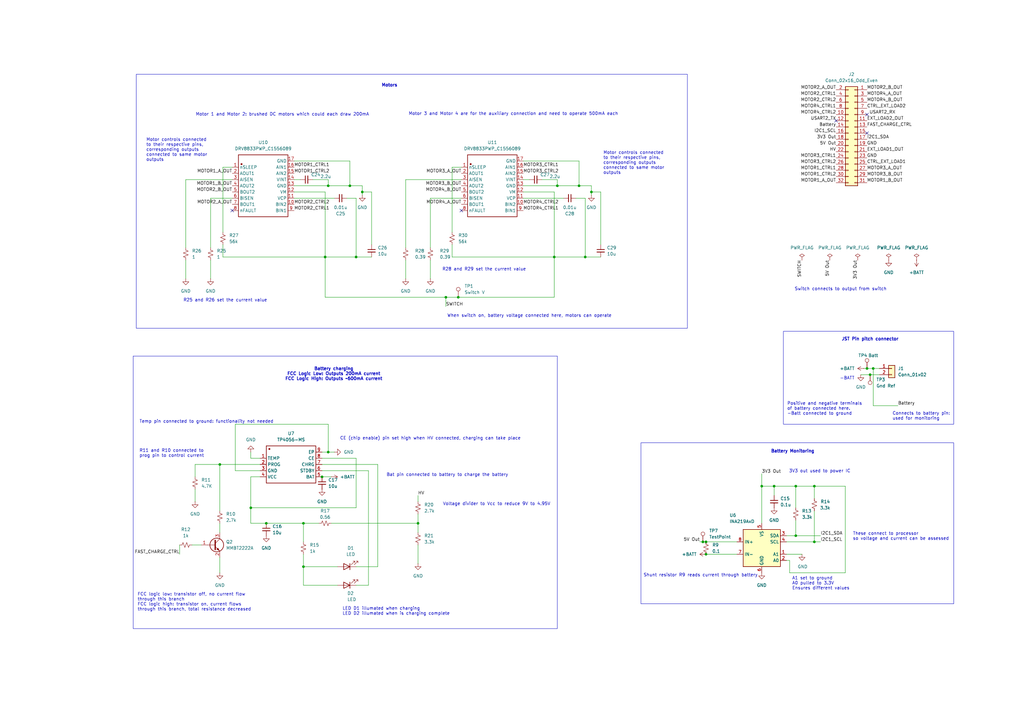
<source format=kicad_sch>
(kicad_sch
	(version 20250114)
	(generator "eeschema")
	(generator_version "9.0")
	(uuid "fa4876b8-607c-43a5-90b2-59ee2af52851")
	(paper "A3")
	(title_block
		(title "Schematic for requirements: R03, R04, R05, R06")
		(date "2025-03-27")
		(rev "V1.0")
		(comment 1 "@Author : Mishka Singh (SNGMIS005)")
	)
	(lib_symbols
		(symbol "Connector:TestPoint"
			(pin_numbers
				(hide yes)
			)
			(pin_names
				(offset 0.762)
				(hide yes)
			)
			(exclude_from_sim no)
			(in_bom yes)
			(on_board yes)
			(property "Reference" "TP"
				(at 0 6.858 0)
				(effects
					(font
						(size 1.27 1.27)
					)
				)
			)
			(property "Value" "TestPoint"
				(at 0 5.08 0)
				(effects
					(font
						(size 1.27 1.27)
					)
				)
			)
			(property "Footprint" ""
				(at 5.08 0 0)
				(effects
					(font
						(size 1.27 1.27)
					)
					(hide yes)
				)
			)
			(property "Datasheet" "~"
				(at 5.08 0 0)
				(effects
					(font
						(size 1.27 1.27)
					)
					(hide yes)
				)
			)
			(property "Description" "test point"
				(at 0 0 0)
				(effects
					(font
						(size 1.27 1.27)
					)
					(hide yes)
				)
			)
			(property "ki_keywords" "test point tp"
				(at 0 0 0)
				(effects
					(font
						(size 1.27 1.27)
					)
					(hide yes)
				)
			)
			(property "ki_fp_filters" "Pin* Test*"
				(at 0 0 0)
				(effects
					(font
						(size 1.27 1.27)
					)
					(hide yes)
				)
			)
			(symbol "TestPoint_0_1"
				(circle
					(center 0 3.302)
					(radius 0.762)
					(stroke
						(width 0)
						(type default)
					)
					(fill
						(type none)
					)
				)
			)
			(symbol "TestPoint_1_1"
				(pin passive line
					(at 0 0 90)
					(length 2.54)
					(name "1"
						(effects
							(font
								(size 1.27 1.27)
							)
						)
					)
					(number "1"
						(effects
							(font
								(size 1.27 1.27)
							)
						)
					)
				)
			)
			(embedded_fonts no)
		)
		(symbol "Connector_Generic:Conn_01x02"
			(pin_names
				(offset 1.016)
				(hide yes)
			)
			(exclude_from_sim no)
			(in_bom yes)
			(on_board yes)
			(property "Reference" "J"
				(at 0 2.54 0)
				(effects
					(font
						(size 1.27 1.27)
					)
				)
			)
			(property "Value" "Conn_01x02"
				(at 0 -5.08 0)
				(effects
					(font
						(size 1.27 1.27)
					)
				)
			)
			(property "Footprint" ""
				(at 0 0 0)
				(effects
					(font
						(size 1.27 1.27)
					)
					(hide yes)
				)
			)
			(property "Datasheet" "~"
				(at 0 0 0)
				(effects
					(font
						(size 1.27 1.27)
					)
					(hide yes)
				)
			)
			(property "Description" "Generic connector, single row, 01x02, script generated (kicad-library-utils/schlib/autogen/connector/)"
				(at 0 0 0)
				(effects
					(font
						(size 1.27 1.27)
					)
					(hide yes)
				)
			)
			(property "ki_keywords" "connector"
				(at 0 0 0)
				(effects
					(font
						(size 1.27 1.27)
					)
					(hide yes)
				)
			)
			(property "ki_fp_filters" "Connector*:*_1x??_*"
				(at 0 0 0)
				(effects
					(font
						(size 1.27 1.27)
					)
					(hide yes)
				)
			)
			(symbol "Conn_01x02_1_1"
				(rectangle
					(start -1.27 1.27)
					(end 1.27 -3.81)
					(stroke
						(width 0.254)
						(type default)
					)
					(fill
						(type background)
					)
				)
				(rectangle
					(start -1.27 0.127)
					(end 0 -0.127)
					(stroke
						(width 0.1524)
						(type default)
					)
					(fill
						(type none)
					)
				)
				(rectangle
					(start -1.27 -2.413)
					(end 0 -2.667)
					(stroke
						(width 0.1524)
						(type default)
					)
					(fill
						(type none)
					)
				)
				(pin passive line
					(at -5.08 0 0)
					(length 3.81)
					(name "Pin_1"
						(effects
							(font
								(size 1.27 1.27)
							)
						)
					)
					(number "1"
						(effects
							(font
								(size 1.27 1.27)
							)
						)
					)
				)
				(pin passive line
					(at -5.08 -2.54 0)
					(length 3.81)
					(name "Pin_2"
						(effects
							(font
								(size 1.27 1.27)
							)
						)
					)
					(number "2"
						(effects
							(font
								(size 1.27 1.27)
							)
						)
					)
				)
			)
			(embedded_fonts no)
		)
		(symbol "Connector_Generic:Conn_02x16_Odd_Even"
			(pin_names
				(offset 1.016)
				(hide yes)
			)
			(exclude_from_sim no)
			(in_bom yes)
			(on_board yes)
			(property "Reference" "J"
				(at 1.27 20.32 0)
				(effects
					(font
						(size 1.27 1.27)
					)
				)
			)
			(property "Value" "Conn_02x16_Odd_Even"
				(at 1.27 -22.86 0)
				(effects
					(font
						(size 1.27 1.27)
					)
				)
			)
			(property "Footprint" ""
				(at 0 0 0)
				(effects
					(font
						(size 1.27 1.27)
					)
					(hide yes)
				)
			)
			(property "Datasheet" "~"
				(at 0 0 0)
				(effects
					(font
						(size 1.27 1.27)
					)
					(hide yes)
				)
			)
			(property "Description" "Generic connector, double row, 02x16, odd/even pin numbering scheme (row 1 odd numbers, row 2 even numbers), script generated (kicad-library-utils/schlib/autogen/connector/)"
				(at 0 0 0)
				(effects
					(font
						(size 1.27 1.27)
					)
					(hide yes)
				)
			)
			(property "ki_keywords" "connector"
				(at 0 0 0)
				(effects
					(font
						(size 1.27 1.27)
					)
					(hide yes)
				)
			)
			(property "ki_fp_filters" "Connector*:*_2x??_*"
				(at 0 0 0)
				(effects
					(font
						(size 1.27 1.27)
					)
					(hide yes)
				)
			)
			(symbol "Conn_02x16_Odd_Even_1_1"
				(rectangle
					(start -1.27 19.05)
					(end 3.81 -21.59)
					(stroke
						(width 0.254)
						(type default)
					)
					(fill
						(type background)
					)
				)
				(rectangle
					(start -1.27 17.907)
					(end 0 17.653)
					(stroke
						(width 0.1524)
						(type default)
					)
					(fill
						(type none)
					)
				)
				(rectangle
					(start -1.27 15.367)
					(end 0 15.113)
					(stroke
						(width 0.1524)
						(type default)
					)
					(fill
						(type none)
					)
				)
				(rectangle
					(start -1.27 12.827)
					(end 0 12.573)
					(stroke
						(width 0.1524)
						(type default)
					)
					(fill
						(type none)
					)
				)
				(rectangle
					(start -1.27 10.287)
					(end 0 10.033)
					(stroke
						(width 0.1524)
						(type default)
					)
					(fill
						(type none)
					)
				)
				(rectangle
					(start -1.27 7.747)
					(end 0 7.493)
					(stroke
						(width 0.1524)
						(type default)
					)
					(fill
						(type none)
					)
				)
				(rectangle
					(start -1.27 5.207)
					(end 0 4.953)
					(stroke
						(width 0.1524)
						(type default)
					)
					(fill
						(type none)
					)
				)
				(rectangle
					(start -1.27 2.667)
					(end 0 2.413)
					(stroke
						(width 0.1524)
						(type default)
					)
					(fill
						(type none)
					)
				)
				(rectangle
					(start -1.27 0.127)
					(end 0 -0.127)
					(stroke
						(width 0.1524)
						(type default)
					)
					(fill
						(type none)
					)
				)
				(rectangle
					(start -1.27 -2.413)
					(end 0 -2.667)
					(stroke
						(width 0.1524)
						(type default)
					)
					(fill
						(type none)
					)
				)
				(rectangle
					(start -1.27 -4.953)
					(end 0 -5.207)
					(stroke
						(width 0.1524)
						(type default)
					)
					(fill
						(type none)
					)
				)
				(rectangle
					(start -1.27 -7.493)
					(end 0 -7.747)
					(stroke
						(width 0.1524)
						(type default)
					)
					(fill
						(type none)
					)
				)
				(rectangle
					(start -1.27 -10.033)
					(end 0 -10.287)
					(stroke
						(width 0.1524)
						(type default)
					)
					(fill
						(type none)
					)
				)
				(rectangle
					(start -1.27 -12.573)
					(end 0 -12.827)
					(stroke
						(width 0.1524)
						(type default)
					)
					(fill
						(type none)
					)
				)
				(rectangle
					(start -1.27 -15.113)
					(end 0 -15.367)
					(stroke
						(width 0.1524)
						(type default)
					)
					(fill
						(type none)
					)
				)
				(rectangle
					(start -1.27 -17.653)
					(end 0 -17.907)
					(stroke
						(width 0.1524)
						(type default)
					)
					(fill
						(type none)
					)
				)
				(rectangle
					(start -1.27 -20.193)
					(end 0 -20.447)
					(stroke
						(width 0.1524)
						(type default)
					)
					(fill
						(type none)
					)
				)
				(rectangle
					(start 3.81 17.907)
					(end 2.54 17.653)
					(stroke
						(width 0.1524)
						(type default)
					)
					(fill
						(type none)
					)
				)
				(rectangle
					(start 3.81 15.367)
					(end 2.54 15.113)
					(stroke
						(width 0.1524)
						(type default)
					)
					(fill
						(type none)
					)
				)
				(rectangle
					(start 3.81 12.827)
					(end 2.54 12.573)
					(stroke
						(width 0.1524)
						(type default)
					)
					(fill
						(type none)
					)
				)
				(rectangle
					(start 3.81 10.287)
					(end 2.54 10.033)
					(stroke
						(width 0.1524)
						(type default)
					)
					(fill
						(type none)
					)
				)
				(rectangle
					(start 3.81 7.747)
					(end 2.54 7.493)
					(stroke
						(width 0.1524)
						(type default)
					)
					(fill
						(type none)
					)
				)
				(rectangle
					(start 3.81 5.207)
					(end 2.54 4.953)
					(stroke
						(width 0.1524)
						(type default)
					)
					(fill
						(type none)
					)
				)
				(rectangle
					(start 3.81 2.667)
					(end 2.54 2.413)
					(stroke
						(width 0.1524)
						(type default)
					)
					(fill
						(type none)
					)
				)
				(rectangle
					(start 3.81 0.127)
					(end 2.54 -0.127)
					(stroke
						(width 0.1524)
						(type default)
					)
					(fill
						(type none)
					)
				)
				(rectangle
					(start 3.81 -2.413)
					(end 2.54 -2.667)
					(stroke
						(width 0.1524)
						(type default)
					)
					(fill
						(type none)
					)
				)
				(rectangle
					(start 3.81 -4.953)
					(end 2.54 -5.207)
					(stroke
						(width 0.1524)
						(type default)
					)
					(fill
						(type none)
					)
				)
				(rectangle
					(start 3.81 -7.493)
					(end 2.54 -7.747)
					(stroke
						(width 0.1524)
						(type default)
					)
					(fill
						(type none)
					)
				)
				(rectangle
					(start 3.81 -10.033)
					(end 2.54 -10.287)
					(stroke
						(width 0.1524)
						(type default)
					)
					(fill
						(type none)
					)
				)
				(rectangle
					(start 3.81 -12.573)
					(end 2.54 -12.827)
					(stroke
						(width 0.1524)
						(type default)
					)
					(fill
						(type none)
					)
				)
				(rectangle
					(start 3.81 -15.113)
					(end 2.54 -15.367)
					(stroke
						(width 0.1524)
						(type default)
					)
					(fill
						(type none)
					)
				)
				(rectangle
					(start 3.81 -17.653)
					(end 2.54 -17.907)
					(stroke
						(width 0.1524)
						(type default)
					)
					(fill
						(type none)
					)
				)
				(rectangle
					(start 3.81 -20.193)
					(end 2.54 -20.447)
					(stroke
						(width 0.1524)
						(type default)
					)
					(fill
						(type none)
					)
				)
				(pin passive line
					(at -5.08 17.78 0)
					(length 3.81)
					(name "Pin_1"
						(effects
							(font
								(size 1.27 1.27)
							)
						)
					)
					(number "1"
						(effects
							(font
								(size 1.27 1.27)
							)
						)
					)
				)
				(pin passive line
					(at -5.08 15.24 0)
					(length 3.81)
					(name "Pin_3"
						(effects
							(font
								(size 1.27 1.27)
							)
						)
					)
					(number "3"
						(effects
							(font
								(size 1.27 1.27)
							)
						)
					)
				)
				(pin passive line
					(at -5.08 12.7 0)
					(length 3.81)
					(name "Pin_5"
						(effects
							(font
								(size 1.27 1.27)
							)
						)
					)
					(number "5"
						(effects
							(font
								(size 1.27 1.27)
							)
						)
					)
				)
				(pin passive line
					(at -5.08 10.16 0)
					(length 3.81)
					(name "Pin_7"
						(effects
							(font
								(size 1.27 1.27)
							)
						)
					)
					(number "7"
						(effects
							(font
								(size 1.27 1.27)
							)
						)
					)
				)
				(pin passive line
					(at -5.08 7.62 0)
					(length 3.81)
					(name "Pin_9"
						(effects
							(font
								(size 1.27 1.27)
							)
						)
					)
					(number "9"
						(effects
							(font
								(size 1.27 1.27)
							)
						)
					)
				)
				(pin passive line
					(at -5.08 5.08 0)
					(length 3.81)
					(name "Pin_11"
						(effects
							(font
								(size 1.27 1.27)
							)
						)
					)
					(number "11"
						(effects
							(font
								(size 1.27 1.27)
							)
						)
					)
				)
				(pin passive line
					(at -5.08 2.54 0)
					(length 3.81)
					(name "Pin_13"
						(effects
							(font
								(size 1.27 1.27)
							)
						)
					)
					(number "13"
						(effects
							(font
								(size 1.27 1.27)
							)
						)
					)
				)
				(pin passive line
					(at -5.08 0 0)
					(length 3.81)
					(name "Pin_15"
						(effects
							(font
								(size 1.27 1.27)
							)
						)
					)
					(number "15"
						(effects
							(font
								(size 1.27 1.27)
							)
						)
					)
				)
				(pin passive line
					(at -5.08 -2.54 0)
					(length 3.81)
					(name "Pin_17"
						(effects
							(font
								(size 1.27 1.27)
							)
						)
					)
					(number "17"
						(effects
							(font
								(size 1.27 1.27)
							)
						)
					)
				)
				(pin passive line
					(at -5.08 -5.08 0)
					(length 3.81)
					(name "Pin_19"
						(effects
							(font
								(size 1.27 1.27)
							)
						)
					)
					(number "19"
						(effects
							(font
								(size 1.27 1.27)
							)
						)
					)
				)
				(pin passive line
					(at -5.08 -7.62 0)
					(length 3.81)
					(name "Pin_21"
						(effects
							(font
								(size 1.27 1.27)
							)
						)
					)
					(number "21"
						(effects
							(font
								(size 1.27 1.27)
							)
						)
					)
				)
				(pin passive line
					(at -5.08 -10.16 0)
					(length 3.81)
					(name "Pin_23"
						(effects
							(font
								(size 1.27 1.27)
							)
						)
					)
					(number "23"
						(effects
							(font
								(size 1.27 1.27)
							)
						)
					)
				)
				(pin passive line
					(at -5.08 -12.7 0)
					(length 3.81)
					(name "Pin_25"
						(effects
							(font
								(size 1.27 1.27)
							)
						)
					)
					(number "25"
						(effects
							(font
								(size 1.27 1.27)
							)
						)
					)
				)
				(pin passive line
					(at -5.08 -15.24 0)
					(length 3.81)
					(name "Pin_27"
						(effects
							(font
								(size 1.27 1.27)
							)
						)
					)
					(number "27"
						(effects
							(font
								(size 1.27 1.27)
							)
						)
					)
				)
				(pin passive line
					(at -5.08 -17.78 0)
					(length 3.81)
					(name "Pin_29"
						(effects
							(font
								(size 1.27 1.27)
							)
						)
					)
					(number "29"
						(effects
							(font
								(size 1.27 1.27)
							)
						)
					)
				)
				(pin passive line
					(at -5.08 -20.32 0)
					(length 3.81)
					(name "Pin_31"
						(effects
							(font
								(size 1.27 1.27)
							)
						)
					)
					(number "31"
						(effects
							(font
								(size 1.27 1.27)
							)
						)
					)
				)
				(pin passive line
					(at 7.62 17.78 180)
					(length 3.81)
					(name "Pin_2"
						(effects
							(font
								(size 1.27 1.27)
							)
						)
					)
					(number "2"
						(effects
							(font
								(size 1.27 1.27)
							)
						)
					)
				)
				(pin passive line
					(at 7.62 15.24 180)
					(length 3.81)
					(name "Pin_4"
						(effects
							(font
								(size 1.27 1.27)
							)
						)
					)
					(number "4"
						(effects
							(font
								(size 1.27 1.27)
							)
						)
					)
				)
				(pin passive line
					(at 7.62 12.7 180)
					(length 3.81)
					(name "Pin_6"
						(effects
							(font
								(size 1.27 1.27)
							)
						)
					)
					(number "6"
						(effects
							(font
								(size 1.27 1.27)
							)
						)
					)
				)
				(pin passive line
					(at 7.62 10.16 180)
					(length 3.81)
					(name "Pin_8"
						(effects
							(font
								(size 1.27 1.27)
							)
						)
					)
					(number "8"
						(effects
							(font
								(size 1.27 1.27)
							)
						)
					)
				)
				(pin passive line
					(at 7.62 7.62 180)
					(length 3.81)
					(name "Pin_10"
						(effects
							(font
								(size 1.27 1.27)
							)
						)
					)
					(number "10"
						(effects
							(font
								(size 1.27 1.27)
							)
						)
					)
				)
				(pin passive line
					(at 7.62 5.08 180)
					(length 3.81)
					(name "Pin_12"
						(effects
							(font
								(size 1.27 1.27)
							)
						)
					)
					(number "12"
						(effects
							(font
								(size 1.27 1.27)
							)
						)
					)
				)
				(pin passive line
					(at 7.62 2.54 180)
					(length 3.81)
					(name "Pin_14"
						(effects
							(font
								(size 1.27 1.27)
							)
						)
					)
					(number "14"
						(effects
							(font
								(size 1.27 1.27)
							)
						)
					)
				)
				(pin passive line
					(at 7.62 0 180)
					(length 3.81)
					(name "Pin_16"
						(effects
							(font
								(size 1.27 1.27)
							)
						)
					)
					(number "16"
						(effects
							(font
								(size 1.27 1.27)
							)
						)
					)
				)
				(pin passive line
					(at 7.62 -2.54 180)
					(length 3.81)
					(name "Pin_18"
						(effects
							(font
								(size 1.27 1.27)
							)
						)
					)
					(number "18"
						(effects
							(font
								(size 1.27 1.27)
							)
						)
					)
				)
				(pin passive line
					(at 7.62 -5.08 180)
					(length 3.81)
					(name "Pin_20"
						(effects
							(font
								(size 1.27 1.27)
							)
						)
					)
					(number "20"
						(effects
							(font
								(size 1.27 1.27)
							)
						)
					)
				)
				(pin passive line
					(at 7.62 -7.62 180)
					(length 3.81)
					(name "Pin_22"
						(effects
							(font
								(size 1.27 1.27)
							)
						)
					)
					(number "22"
						(effects
							(font
								(size 1.27 1.27)
							)
						)
					)
				)
				(pin passive line
					(at 7.62 -10.16 180)
					(length 3.81)
					(name "Pin_24"
						(effects
							(font
								(size 1.27 1.27)
							)
						)
					)
					(number "24"
						(effects
							(font
								(size 1.27 1.27)
							)
						)
					)
				)
				(pin passive line
					(at 7.62 -12.7 180)
					(length 3.81)
					(name "Pin_26"
						(effects
							(font
								(size 1.27 1.27)
							)
						)
					)
					(number "26"
						(effects
							(font
								(size 1.27 1.27)
							)
						)
					)
				)
				(pin passive line
					(at 7.62 -15.24 180)
					(length 3.81)
					(name "Pin_28"
						(effects
							(font
								(size 1.27 1.27)
							)
						)
					)
					(number "28"
						(effects
							(font
								(size 1.27 1.27)
							)
						)
					)
				)
				(pin passive line
					(at 7.62 -17.78 180)
					(length 3.81)
					(name "Pin_30"
						(effects
							(font
								(size 1.27 1.27)
							)
						)
					)
					(number "30"
						(effects
							(font
								(size 1.27 1.27)
							)
						)
					)
				)
				(pin passive line
					(at 7.62 -20.32 180)
					(length 3.81)
					(name "Pin_32"
						(effects
							(font
								(size 1.27 1.27)
							)
						)
					)
					(number "32"
						(effects
							(font
								(size 1.27 1.27)
							)
						)
					)
				)
			)
			(embedded_fonts no)
		)
		(symbol "Device:C_Small"
			(pin_numbers
				(hide yes)
			)
			(pin_names
				(offset 0.254)
				(hide yes)
			)
			(exclude_from_sim no)
			(in_bom yes)
			(on_board yes)
			(property "Reference" "C"
				(at 0.254 1.778 0)
				(effects
					(font
						(size 1.27 1.27)
					)
					(justify left)
				)
			)
			(property "Value" "C_Small"
				(at 0.254 -2.032 0)
				(effects
					(font
						(size 1.27 1.27)
					)
					(justify left)
				)
			)
			(property "Footprint" ""
				(at 0 0 0)
				(effects
					(font
						(size 1.27 1.27)
					)
					(hide yes)
				)
			)
			(property "Datasheet" "~"
				(at 0 0 0)
				(effects
					(font
						(size 1.27 1.27)
					)
					(hide yes)
				)
			)
			(property "Description" "Unpolarized capacitor, small symbol"
				(at 0 0 0)
				(effects
					(font
						(size 1.27 1.27)
					)
					(hide yes)
				)
			)
			(property "ki_keywords" "capacitor cap"
				(at 0 0 0)
				(effects
					(font
						(size 1.27 1.27)
					)
					(hide yes)
				)
			)
			(property "ki_fp_filters" "C_*"
				(at 0 0 0)
				(effects
					(font
						(size 1.27 1.27)
					)
					(hide yes)
				)
			)
			(symbol "C_Small_0_1"
				(polyline
					(pts
						(xy -1.524 0.508) (xy 1.524 0.508)
					)
					(stroke
						(width 0.3048)
						(type default)
					)
					(fill
						(type none)
					)
				)
				(polyline
					(pts
						(xy -1.524 -0.508) (xy 1.524 -0.508)
					)
					(stroke
						(width 0.3302)
						(type default)
					)
					(fill
						(type none)
					)
				)
			)
			(symbol "C_Small_1_1"
				(pin passive line
					(at 0 2.54 270)
					(length 2.032)
					(name "~"
						(effects
							(font
								(size 1.27 1.27)
							)
						)
					)
					(number "1"
						(effects
							(font
								(size 1.27 1.27)
							)
						)
					)
				)
				(pin passive line
					(at 0 -2.54 90)
					(length 2.032)
					(name "~"
						(effects
							(font
								(size 1.27 1.27)
							)
						)
					)
					(number "2"
						(effects
							(font
								(size 1.27 1.27)
							)
						)
					)
				)
			)
			(embedded_fonts no)
		)
		(symbol "Device:LED"
			(pin_numbers
				(hide yes)
			)
			(pin_names
				(offset 1.016)
				(hide yes)
			)
			(exclude_from_sim no)
			(in_bom yes)
			(on_board yes)
			(property "Reference" "D"
				(at 0 2.54 0)
				(effects
					(font
						(size 1.27 1.27)
					)
				)
			)
			(property "Value" "LED"
				(at 0 -2.54 0)
				(effects
					(font
						(size 1.27 1.27)
					)
				)
			)
			(property "Footprint" ""
				(at 0 0 0)
				(effects
					(font
						(size 1.27 1.27)
					)
					(hide yes)
				)
			)
			(property "Datasheet" "~"
				(at 0 0 0)
				(effects
					(font
						(size 1.27 1.27)
					)
					(hide yes)
				)
			)
			(property "Description" "Light emitting diode"
				(at 0 0 0)
				(effects
					(font
						(size 1.27 1.27)
					)
					(hide yes)
				)
			)
			(property "Sim.Pins" "1=K 2=A"
				(at 0 0 0)
				(effects
					(font
						(size 1.27 1.27)
					)
					(hide yes)
				)
			)
			(property "ki_keywords" "LED diode"
				(at 0 0 0)
				(effects
					(font
						(size 1.27 1.27)
					)
					(hide yes)
				)
			)
			(property "ki_fp_filters" "LED* LED_SMD:* LED_THT:*"
				(at 0 0 0)
				(effects
					(font
						(size 1.27 1.27)
					)
					(hide yes)
				)
			)
			(symbol "LED_0_1"
				(polyline
					(pts
						(xy -3.048 -0.762) (xy -4.572 -2.286) (xy -3.81 -2.286) (xy -4.572 -2.286) (xy -4.572 -1.524)
					)
					(stroke
						(width 0)
						(type default)
					)
					(fill
						(type none)
					)
				)
				(polyline
					(pts
						(xy -1.778 -0.762) (xy -3.302 -2.286) (xy -2.54 -2.286) (xy -3.302 -2.286) (xy -3.302 -1.524)
					)
					(stroke
						(width 0)
						(type default)
					)
					(fill
						(type none)
					)
				)
				(polyline
					(pts
						(xy -1.27 0) (xy 1.27 0)
					)
					(stroke
						(width 0)
						(type default)
					)
					(fill
						(type none)
					)
				)
				(polyline
					(pts
						(xy -1.27 -1.27) (xy -1.27 1.27)
					)
					(stroke
						(width 0.254)
						(type default)
					)
					(fill
						(type none)
					)
				)
				(polyline
					(pts
						(xy 1.27 -1.27) (xy 1.27 1.27) (xy -1.27 0) (xy 1.27 -1.27)
					)
					(stroke
						(width 0.254)
						(type default)
					)
					(fill
						(type none)
					)
				)
			)
			(symbol "LED_1_1"
				(pin passive line
					(at -3.81 0 0)
					(length 2.54)
					(name "K"
						(effects
							(font
								(size 1.27 1.27)
							)
						)
					)
					(number "1"
						(effects
							(font
								(size 1.27 1.27)
							)
						)
					)
				)
				(pin passive line
					(at 3.81 0 180)
					(length 2.54)
					(name "A"
						(effects
							(font
								(size 1.27 1.27)
							)
						)
					)
					(number "2"
						(effects
							(font
								(size 1.27 1.27)
							)
						)
					)
				)
			)
			(embedded_fonts no)
		)
		(symbol "Device:R_Small_US"
			(pin_numbers
				(hide yes)
			)
			(pin_names
				(offset 0.254)
				(hide yes)
			)
			(exclude_from_sim no)
			(in_bom yes)
			(on_board yes)
			(property "Reference" "R"
				(at 0.762 0.508 0)
				(effects
					(font
						(size 1.27 1.27)
					)
					(justify left)
				)
			)
			(property "Value" "R_Small_US"
				(at 0.762 -1.016 0)
				(effects
					(font
						(size 1.27 1.27)
					)
					(justify left)
				)
			)
			(property "Footprint" ""
				(at 0 0 0)
				(effects
					(font
						(size 1.27 1.27)
					)
					(hide yes)
				)
			)
			(property "Datasheet" "~"
				(at 0 0 0)
				(effects
					(font
						(size 1.27 1.27)
					)
					(hide yes)
				)
			)
			(property "Description" "Resistor, small US symbol"
				(at 0 0 0)
				(effects
					(font
						(size 1.27 1.27)
					)
					(hide yes)
				)
			)
			(property "ki_keywords" "r resistor"
				(at 0 0 0)
				(effects
					(font
						(size 1.27 1.27)
					)
					(hide yes)
				)
			)
			(property "ki_fp_filters" "R_*"
				(at 0 0 0)
				(effects
					(font
						(size 1.27 1.27)
					)
					(hide yes)
				)
			)
			(symbol "R_Small_US_1_1"
				(polyline
					(pts
						(xy 0 1.524) (xy 1.016 1.143) (xy 0 0.762) (xy -1.016 0.381) (xy 0 0)
					)
					(stroke
						(width 0)
						(type default)
					)
					(fill
						(type none)
					)
				)
				(polyline
					(pts
						(xy 0 0) (xy 1.016 -0.381) (xy 0 -0.762) (xy -1.016 -1.143) (xy 0 -1.524)
					)
					(stroke
						(width 0)
						(type default)
					)
					(fill
						(type none)
					)
				)
				(pin passive line
					(at 0 2.54 270)
					(length 1.016)
					(name "~"
						(effects
							(font
								(size 1.27 1.27)
							)
						)
					)
					(number "1"
						(effects
							(font
								(size 1.27 1.27)
							)
						)
					)
				)
				(pin passive line
					(at 0 -2.54 90)
					(length 1.016)
					(name "~"
						(effects
							(font
								(size 1.27 1.27)
							)
						)
					)
					(number "2"
						(effects
							(font
								(size 1.27 1.27)
							)
						)
					)
				)
			)
			(embedded_fonts no)
		)
		(symbol "SCHLIB_DRV8833PWP_C1556089_2025-03-27:DRV8833PWP_C1556089"
			(exclude_from_sim no)
			(in_bom yes)
			(on_board yes)
			(property "Reference" "U?"
				(at 0 0 0)
				(effects
					(font
						(size 1.27 1.27)
					)
				)
			)
			(property "Value" "DRV8833PWP_C1556089"
				(at 0 0 0)
				(effects
					(font
						(size 1.27 1.27)
					)
				)
			)
			(property "Footprint" ""
				(at 0 0 0)
				(effects
					(font
						(size 1.27 1.27)
					)
					(hide yes)
				)
			)
			(property "Datasheet" ""
				(at 0 0 0)
				(effects
					(font
						(size 1.27 1.27)
					)
					(hide yes)
				)
			)
			(property "Description" ""
				(at 0 0 0)
				(effects
					(font
						(size 1.27 1.27)
					)
					(hide yes)
				)
			)
			(property "Manufacturer Part" "DRV8833PWP"
				(at 0 0 0)
				(effects
					(font
						(size 1.27 1.27)
					)
					(hide yes)
				)
			)
			(property "Manufacturer" "TI(德州仪器)"
				(at 0 0 0)
				(effects
					(font
						(size 1.27 1.27)
					)
					(hide yes)
				)
			)
			(property "Supplier Part" "C1556089"
				(at 0 0 0)
				(effects
					(font
						(size 1.27 1.27)
					)
					(hide yes)
				)
			)
			(property "Supplier" "LCSC"
				(at 0 0 0)
				(effects
					(font
						(size 1.27 1.27)
					)
					(hide yes)
				)
			)
			(symbol "DRV8833PWP_C1556089_0_0"
				(rectangle
					(start -10.16 12.7)
					(end 10.16 -12.7)
					(stroke
						(width 0.254)
						(type solid)
					)
					(fill
						(type none)
					)
				)
				(circle
					(center -8.89 8.89)
					(radius 0.254)
					(stroke
						(width 0.254)
						(type solid)
					)
					(fill
						(type outline)
					)
				)
				(pin unspecified line
					(at -12.7 7.62 0)
					(length 2.54)
					(name "nSLEEP"
						(effects
							(font
								(size 1.27 1.27)
							)
						)
					)
					(number "1"
						(effects
							(font
								(size 1.27 1.27)
							)
						)
					)
				)
				(pin unspecified line
					(at -12.7 5.08 0)
					(length 2.54)
					(name "AOUT1"
						(effects
							(font
								(size 1.27 1.27)
							)
						)
					)
					(number "2"
						(effects
							(font
								(size 1.27 1.27)
							)
						)
					)
				)
				(pin unspecified line
					(at -12.7 2.54 0)
					(length 2.54)
					(name "AISEN"
						(effects
							(font
								(size 1.27 1.27)
							)
						)
					)
					(number "3"
						(effects
							(font
								(size 1.27 1.27)
							)
						)
					)
				)
				(pin unspecified line
					(at -12.7 0 0)
					(length 2.54)
					(name "AOUT2"
						(effects
							(font
								(size 1.27 1.27)
							)
						)
					)
					(number "4"
						(effects
							(font
								(size 1.27 1.27)
							)
						)
					)
				)
				(pin unspecified line
					(at -12.7 -2.54 0)
					(length 2.54)
					(name "BOUT2"
						(effects
							(font
								(size 1.27 1.27)
							)
						)
					)
					(number "5"
						(effects
							(font
								(size 1.27 1.27)
							)
						)
					)
				)
				(pin unspecified line
					(at -12.7 -5.08 0)
					(length 2.54)
					(name "BISEN"
						(effects
							(font
								(size 1.27 1.27)
							)
						)
					)
					(number "6"
						(effects
							(font
								(size 1.27 1.27)
							)
						)
					)
				)
				(pin unspecified line
					(at -12.7 -7.62 0)
					(length 2.54)
					(name "BOUT1"
						(effects
							(font
								(size 1.27 1.27)
							)
						)
					)
					(number "7"
						(effects
							(font
								(size 1.27 1.27)
							)
						)
					)
				)
				(pin unspecified line
					(at -12.7 -10.16 0)
					(length 2.54)
					(name "nFAULT"
						(effects
							(font
								(size 1.27 1.27)
							)
						)
					)
					(number "8"
						(effects
							(font
								(size 1.27 1.27)
							)
						)
					)
				)
				(pin unspecified line
					(at 12.7 10.16 180)
					(length 2.54)
					(name "GND"
						(effects
							(font
								(size 1.27 1.27)
							)
						)
					)
					(number "17"
						(effects
							(font
								(size 1.27 1.27)
							)
						)
					)
				)
				(pin unspecified line
					(at 12.7 7.62 180)
					(length 2.54)
					(name "AIN1"
						(effects
							(font
								(size 1.27 1.27)
							)
						)
					)
					(number "16"
						(effects
							(font
								(size 1.27 1.27)
							)
						)
					)
				)
				(pin unspecified line
					(at 12.7 5.08 180)
					(length 2.54)
					(name "AIN2"
						(effects
							(font
								(size 1.27 1.27)
							)
						)
					)
					(number "15"
						(effects
							(font
								(size 1.27 1.27)
							)
						)
					)
				)
				(pin unspecified line
					(at 12.7 2.54 180)
					(length 2.54)
					(name "VINT"
						(effects
							(font
								(size 1.27 1.27)
							)
						)
					)
					(number "14"
						(effects
							(font
								(size 1.27 1.27)
							)
						)
					)
				)
				(pin unspecified line
					(at 12.7 0 180)
					(length 2.54)
					(name "GND"
						(effects
							(font
								(size 1.27 1.27)
							)
						)
					)
					(number "13"
						(effects
							(font
								(size 1.27 1.27)
							)
						)
					)
				)
				(pin unspecified line
					(at 12.7 -2.54 180)
					(length 2.54)
					(name "VM"
						(effects
							(font
								(size 1.27 1.27)
							)
						)
					)
					(number "12"
						(effects
							(font
								(size 1.27 1.27)
							)
						)
					)
				)
				(pin unspecified line
					(at 12.7 -5.08 180)
					(length 2.54)
					(name "VCP"
						(effects
							(font
								(size 1.27 1.27)
							)
						)
					)
					(number "11"
						(effects
							(font
								(size 1.27 1.27)
							)
						)
					)
				)
				(pin unspecified line
					(at 12.7 -7.62 180)
					(length 2.54)
					(name "BIN2"
						(effects
							(font
								(size 1.27 1.27)
							)
						)
					)
					(number "10"
						(effects
							(font
								(size 1.27 1.27)
							)
						)
					)
				)
				(pin unspecified line
					(at 12.7 -10.16 180)
					(length 2.54)
					(name "BIN1"
						(effects
							(font
								(size 1.27 1.27)
							)
						)
					)
					(number "9"
						(effects
							(font
								(size 1.27 1.27)
							)
						)
					)
				)
			)
			(embedded_fonts no)
		)
		(symbol "SCHLIB_TP4056-MS_2025-03-26 (1):TP4056-MS"
			(exclude_from_sim no)
			(in_bom yes)
			(on_board yes)
			(property "Reference" "U?"
				(at 0 0 0)
				(effects
					(font
						(size 1.27 1.27)
					)
				)
			)
			(property "Value" "TP4056-MS"
				(at 0 0 0)
				(effects
					(font
						(size 1.27 1.27)
					)
				)
			)
			(property "Footprint" ""
				(at 0 0 0)
				(effects
					(font
						(size 1.27 1.27)
					)
					(hide yes)
				)
			)
			(property "Datasheet" ""
				(at 0 0 0)
				(effects
					(font
						(size 1.27 1.27)
					)
					(hide yes)
				)
			)
			(property "Description" ""
				(at 0 0 0)
				(effects
					(font
						(size 1.27 1.27)
					)
					(hide yes)
				)
			)
			(property "Manufacturer Part" "TP4056-MS"
				(at 0 0 0)
				(effects
					(font
						(size 1.27 1.27)
					)
					(hide yes)
				)
			)
			(property "Manufacturer" "MSKSEMI(美森科)"
				(at 0 0 0)
				(effects
					(font
						(size 1.27 1.27)
					)
					(hide yes)
				)
			)
			(property "Supplier Part" "C7473158"
				(at 0 0 0)
				(effects
					(font
						(size 1.27 1.27)
					)
					(hide yes)
				)
			)
			(property "Supplier" "LCSC"
				(at 0 0 0)
				(effects
					(font
						(size 1.27 1.27)
					)
					(hide yes)
				)
			)
			(symbol "TP4056-MS_0_0"
				(rectangle
					(start -10.16 7.62)
					(end 10.16 -7.62)
					(stroke
						(width 0.254)
						(type solid)
					)
					(fill
						(type none)
					)
				)
				(circle
					(center -8.89 6.35)
					(radius 0.254)
					(stroke
						(width 0.254)
						(type solid)
					)
					(fill
						(type outline)
					)
				)
				(pin unspecified line
					(at -12.7 2.54 0)
					(length 2.54)
					(name "TEMP"
						(effects
							(font
								(size 1.27 1.27)
							)
						)
					)
					(number "1"
						(effects
							(font
								(size 1.27 1.27)
							)
						)
					)
				)
				(pin unspecified line
					(at -12.7 0 0)
					(length 2.54)
					(name "PROG"
						(effects
							(font
								(size 1.27 1.27)
							)
						)
					)
					(number "2"
						(effects
							(font
								(size 1.27 1.27)
							)
						)
					)
				)
				(pin unspecified line
					(at -12.7 -2.54 0)
					(length 2.54)
					(name "GND"
						(effects
							(font
								(size 1.27 1.27)
							)
						)
					)
					(number "3"
						(effects
							(font
								(size 1.27 1.27)
							)
						)
					)
				)
				(pin unspecified line
					(at -12.7 -5.08 0)
					(length 2.54)
					(name "VCC"
						(effects
							(font
								(size 1.27 1.27)
							)
						)
					)
					(number "4"
						(effects
							(font
								(size 1.27 1.27)
							)
						)
					)
				)
				(pin unspecified line
					(at 12.7 5.08 180)
					(length 2.54)
					(name "EP"
						(effects
							(font
								(size 1.27 1.27)
							)
						)
					)
					(number "9"
						(effects
							(font
								(size 1.27 1.27)
							)
						)
					)
				)
				(pin unspecified line
					(at 12.7 2.54 180)
					(length 2.54)
					(name "CE"
						(effects
							(font
								(size 1.27 1.27)
							)
						)
					)
					(number "8"
						(effects
							(font
								(size 1.27 1.27)
							)
						)
					)
				)
				(pin unspecified line
					(at 12.7 0 180)
					(length 2.54)
					(name "CHRG"
						(effects
							(font
								(size 1.27 1.27)
							)
						)
					)
					(number "7"
						(effects
							(font
								(size 1.27 1.27)
							)
						)
					)
				)
				(pin unspecified line
					(at 12.7 -2.54 180)
					(length 2.54)
					(name "STDBY"
						(effects
							(font
								(size 1.27 1.27)
							)
						)
					)
					(number "6"
						(effects
							(font
								(size 1.27 1.27)
							)
						)
					)
				)
				(pin unspecified line
					(at 12.7 -5.08 180)
					(length 2.54)
					(name "BAT"
						(effects
							(font
								(size 1.27 1.27)
							)
						)
					)
					(number "5"
						(effects
							(font
								(size 1.27 1.27)
							)
						)
					)
				)
			)
			(embedded_fonts no)
		)
		(symbol "Sensor_Energy:INA219AxD"
			(exclude_from_sim no)
			(in_bom yes)
			(on_board yes)
			(property "Reference" "U"
				(at -6.35 8.89 0)
				(effects
					(font
						(size 1.27 1.27)
					)
				)
			)
			(property "Value" "INA219AxD"
				(at 5.08 8.89 0)
				(effects
					(font
						(size 1.27 1.27)
					)
				)
			)
			(property "Footprint" "Package_SO:SOIC-8_3.9x4.9mm_P1.27mm"
				(at 20.32 -8.89 0)
				(effects
					(font
						(size 1.27 1.27)
					)
					(hide yes)
				)
			)
			(property "Datasheet" "http://www.ti.com/lit/ds/symlink/ina219.pdf"
				(at 8.89 -2.54 0)
				(effects
					(font
						(size 1.27 1.27)
					)
					(hide yes)
				)
			)
			(property "Description" "Zero-Drift, Bidirectional Current/Power Monitor (0-26V) With I2C Interface, SOIC-8"
				(at 0 0 0)
				(effects
					(font
						(size 1.27 1.27)
					)
					(hide yes)
				)
			)
			(property "ki_keywords" "ADC I2C 16-Bit Oversampling Current Shunt"
				(at 0 0 0)
				(effects
					(font
						(size 1.27 1.27)
					)
					(hide yes)
				)
			)
			(property "ki_fp_filters" "SOIC*3.9x4.9mm*P1.27mm*"
				(at 0 0 0)
				(effects
					(font
						(size 1.27 1.27)
					)
					(hide yes)
				)
			)
			(symbol "INA219AxD_0_1"
				(rectangle
					(start -7.62 7.62)
					(end 7.62 -7.62)
					(stroke
						(width 0.254)
						(type default)
					)
					(fill
						(type background)
					)
				)
			)
			(symbol "INA219AxD_1_1"
				(pin input line
					(at -10.16 2.54 0)
					(length 2.54)
					(name "IN+"
						(effects
							(font
								(size 1.27 1.27)
							)
						)
					)
					(number "8"
						(effects
							(font
								(size 1.27 1.27)
							)
						)
					)
				)
				(pin input line
					(at -10.16 -2.54 0)
					(length 2.54)
					(name "IN-"
						(effects
							(font
								(size 1.27 1.27)
							)
						)
					)
					(number "7"
						(effects
							(font
								(size 1.27 1.27)
							)
						)
					)
				)
				(pin power_in line
					(at 0 10.16 270)
					(length 2.54)
					(name "VS"
						(effects
							(font
								(size 1.27 1.27)
							)
						)
					)
					(number "5"
						(effects
							(font
								(size 1.27 1.27)
							)
						)
					)
				)
				(pin power_in line
					(at 0 -10.16 90)
					(length 2.54)
					(name "GND"
						(effects
							(font
								(size 1.27 1.27)
							)
						)
					)
					(number "6"
						(effects
							(font
								(size 1.27 1.27)
							)
						)
					)
				)
				(pin bidirectional line
					(at 10.16 5.08 180)
					(length 2.54)
					(name "SDA"
						(effects
							(font
								(size 1.27 1.27)
							)
						)
					)
					(number "3"
						(effects
							(font
								(size 1.27 1.27)
							)
						)
					)
				)
				(pin input line
					(at 10.16 2.54 180)
					(length 2.54)
					(name "SCL"
						(effects
							(font
								(size 1.27 1.27)
							)
						)
					)
					(number "4"
						(effects
							(font
								(size 1.27 1.27)
							)
						)
					)
				)
				(pin input line
					(at 10.16 -2.54 180)
					(length 2.54)
					(name "A1"
						(effects
							(font
								(size 1.27 1.27)
							)
						)
					)
					(number "1"
						(effects
							(font
								(size 1.27 1.27)
							)
						)
					)
				)
				(pin input line
					(at 10.16 -5.08 180)
					(length 2.54)
					(name "A0"
						(effects
							(font
								(size 1.27 1.27)
							)
						)
					)
					(number "2"
						(effects
							(font
								(size 1.27 1.27)
							)
						)
					)
				)
			)
			(embedded_fonts no)
		)
		(symbol "Transistor_BJT:MMBT2222A"
			(pin_names
				(offset 0)
				(hide yes)
			)
			(exclude_from_sim no)
			(in_bom yes)
			(on_board yes)
			(property "Reference" "Q"
				(at 5.08 1.905 0)
				(effects
					(font
						(size 1.27 1.27)
					)
					(justify left)
				)
			)
			(property "Value" "MMBT2222A"
				(at 5.08 0 0)
				(effects
					(font
						(size 1.27 1.27)
					)
					(justify left)
				)
			)
			(property "Footprint" "Package_TO_SOT_SMD:SOT-23"
				(at 5.08 -1.905 0)
				(effects
					(font
						(size 1.27 1.27)
						(italic yes)
					)
					(justify left)
					(hide yes)
				)
			)
			(property "Datasheet" "https://assets.nexperia.com/documents/data-sheet/MMBT2222A.pdf"
				(at 0 0 0)
				(effects
					(font
						(size 1.27 1.27)
					)
					(justify left)
					(hide yes)
				)
			)
			(property "Description" "600mA Ic, 40V Vce, NPN Transistor, SOT-23"
				(at 0 0 0)
				(effects
					(font
						(size 1.27 1.27)
					)
					(hide yes)
				)
			)
			(property "ki_keywords" "NPN Transistor"
				(at 0 0 0)
				(effects
					(font
						(size 1.27 1.27)
					)
					(hide yes)
				)
			)
			(property "ki_fp_filters" "SOT?23*"
				(at 0 0 0)
				(effects
					(font
						(size 1.27 1.27)
					)
					(hide yes)
				)
			)
			(symbol "MMBT2222A_0_1"
				(polyline
					(pts
						(xy -2.54 0) (xy 0.635 0)
					)
					(stroke
						(width 0)
						(type default)
					)
					(fill
						(type none)
					)
				)
				(polyline
					(pts
						(xy 0.635 1.905) (xy 0.635 -1.905)
					)
					(stroke
						(width 0.508)
						(type default)
					)
					(fill
						(type none)
					)
				)
				(circle
					(center 1.27 0)
					(radius 2.8194)
					(stroke
						(width 0.254)
						(type default)
					)
					(fill
						(type none)
					)
				)
			)
			(symbol "MMBT2222A_1_1"
				(polyline
					(pts
						(xy 0.635 0.635) (xy 2.54 2.54)
					)
					(stroke
						(width 0)
						(type default)
					)
					(fill
						(type none)
					)
				)
				(polyline
					(pts
						(xy 0.635 -0.635) (xy 2.54 -2.54)
					)
					(stroke
						(width 0)
						(type default)
					)
					(fill
						(type none)
					)
				)
				(polyline
					(pts
						(xy 1.27 -1.778) (xy 1.778 -1.27) (xy 2.286 -2.286) (xy 1.27 -1.778)
					)
					(stroke
						(width 0)
						(type default)
					)
					(fill
						(type outline)
					)
				)
				(pin input line
					(at -5.08 0 0)
					(length 2.54)
					(name "B"
						(effects
							(font
								(size 1.27 1.27)
							)
						)
					)
					(number "1"
						(effects
							(font
								(size 1.27 1.27)
							)
						)
					)
				)
				(pin passive line
					(at 2.54 5.08 270)
					(length 2.54)
					(name "C"
						(effects
							(font
								(size 1.27 1.27)
							)
						)
					)
					(number "3"
						(effects
							(font
								(size 1.27 1.27)
							)
						)
					)
				)
				(pin passive line
					(at 2.54 -5.08 90)
					(length 2.54)
					(name "E"
						(effects
							(font
								(size 1.27 1.27)
							)
						)
					)
					(number "2"
						(effects
							(font
								(size 1.27 1.27)
							)
						)
					)
				)
			)
			(embedded_fonts no)
		)
		(symbol "power:+BATT"
			(power)
			(pin_numbers
				(hide yes)
			)
			(pin_names
				(offset 0)
				(hide yes)
			)
			(exclude_from_sim no)
			(in_bom yes)
			(on_board yes)
			(property "Reference" "#PWR"
				(at 0 -3.81 0)
				(effects
					(font
						(size 1.27 1.27)
					)
					(hide yes)
				)
			)
			(property "Value" "+BATT"
				(at 0 3.556 0)
				(effects
					(font
						(size 1.27 1.27)
					)
				)
			)
			(property "Footprint" ""
				(at 0 0 0)
				(effects
					(font
						(size 1.27 1.27)
					)
					(hide yes)
				)
			)
			(property "Datasheet" ""
				(at 0 0 0)
				(effects
					(font
						(size 1.27 1.27)
					)
					(hide yes)
				)
			)
			(property "Description" "Power symbol creates a global label with name \"+BATT\""
				(at 0 0 0)
				(effects
					(font
						(size 1.27 1.27)
					)
					(hide yes)
				)
			)
			(property "ki_keywords" "global power battery"
				(at 0 0 0)
				(effects
					(font
						(size 1.27 1.27)
					)
					(hide yes)
				)
			)
			(symbol "+BATT_0_1"
				(polyline
					(pts
						(xy -0.762 1.27) (xy 0 2.54)
					)
					(stroke
						(width 0)
						(type default)
					)
					(fill
						(type none)
					)
				)
				(polyline
					(pts
						(xy 0 2.54) (xy 0.762 1.27)
					)
					(stroke
						(width 0)
						(type default)
					)
					(fill
						(type none)
					)
				)
				(polyline
					(pts
						(xy 0 0) (xy 0 2.54)
					)
					(stroke
						(width 0)
						(type default)
					)
					(fill
						(type none)
					)
				)
			)
			(symbol "+BATT_1_1"
				(pin power_in line
					(at 0 0 90)
					(length 0)
					(name "~"
						(effects
							(font
								(size 1.27 1.27)
							)
						)
					)
					(number "1"
						(effects
							(font
								(size 1.27 1.27)
							)
						)
					)
				)
			)
			(embedded_fonts no)
		)
		(symbol "power:GND"
			(power)
			(pin_numbers
				(hide yes)
			)
			(pin_names
				(offset 0)
				(hide yes)
			)
			(exclude_from_sim no)
			(in_bom yes)
			(on_board yes)
			(property "Reference" "#PWR"
				(at 0 -6.35 0)
				(effects
					(font
						(size 1.27 1.27)
					)
					(hide yes)
				)
			)
			(property "Value" "GND"
				(at 0 -3.81 0)
				(effects
					(font
						(size 1.27 1.27)
					)
				)
			)
			(property "Footprint" ""
				(at 0 0 0)
				(effects
					(font
						(size 1.27 1.27)
					)
					(hide yes)
				)
			)
			(property "Datasheet" ""
				(at 0 0 0)
				(effects
					(font
						(size 1.27 1.27)
					)
					(hide yes)
				)
			)
			(property "Description" "Power symbol creates a global label with name \"GND\" , ground"
				(at 0 0 0)
				(effects
					(font
						(size 1.27 1.27)
					)
					(hide yes)
				)
			)
			(property "ki_keywords" "global power"
				(at 0 0 0)
				(effects
					(font
						(size 1.27 1.27)
					)
					(hide yes)
				)
			)
			(symbol "GND_0_1"
				(polyline
					(pts
						(xy 0 0) (xy 0 -1.27) (xy 1.27 -1.27) (xy 0 -2.54) (xy -1.27 -1.27) (xy 0 -1.27)
					)
					(stroke
						(width 0)
						(type default)
					)
					(fill
						(type none)
					)
				)
			)
			(symbol "GND_1_1"
				(pin power_in line
					(at 0 0 270)
					(length 0)
					(name "~"
						(effects
							(font
								(size 1.27 1.27)
							)
						)
					)
					(number "1"
						(effects
							(font
								(size 1.27 1.27)
							)
						)
					)
				)
			)
			(embedded_fonts no)
		)
		(symbol "power:PWR_FLAG"
			(power)
			(pin_numbers
				(hide yes)
			)
			(pin_names
				(offset 0)
				(hide yes)
			)
			(exclude_from_sim no)
			(in_bom yes)
			(on_board yes)
			(property "Reference" "#FLG"
				(at 0 1.905 0)
				(effects
					(font
						(size 1.27 1.27)
					)
					(hide yes)
				)
			)
			(property "Value" "PWR_FLAG"
				(at 0 3.81 0)
				(effects
					(font
						(size 1.27 1.27)
					)
				)
			)
			(property "Footprint" ""
				(at 0 0 0)
				(effects
					(font
						(size 1.27 1.27)
					)
					(hide yes)
				)
			)
			(property "Datasheet" "~"
				(at 0 0 0)
				(effects
					(font
						(size 1.27 1.27)
					)
					(hide yes)
				)
			)
			(property "Description" "Special symbol for telling ERC where power comes from"
				(at 0 0 0)
				(effects
					(font
						(size 1.27 1.27)
					)
					(hide yes)
				)
			)
			(property "ki_keywords" "flag power"
				(at 0 0 0)
				(effects
					(font
						(size 1.27 1.27)
					)
					(hide yes)
				)
			)
			(symbol "PWR_FLAG_0_0"
				(pin power_out line
					(at 0 0 90)
					(length 0)
					(name "~"
						(effects
							(font
								(size 1.27 1.27)
							)
						)
					)
					(number "1"
						(effects
							(font
								(size 1.27 1.27)
							)
						)
					)
				)
			)
			(symbol "PWR_FLAG_0_1"
				(polyline
					(pts
						(xy 0 0) (xy 0 1.27) (xy -1.016 1.905) (xy 0 2.54) (xy 1.016 1.905) (xy 0 1.27)
					)
					(stroke
						(width 0)
						(type default)
					)
					(fill
						(type none)
					)
				)
			)
			(embedded_fonts no)
		)
	)
	(rectangle
		(start 55.88 30.48)
		(end 281.94 134.62)
		(stroke
			(width 0)
			(type default)
		)
		(fill
			(type none)
		)
		(uuid 757cb9f1-d578-4663-ae10-adcf01807eda)
	)
	(rectangle
		(start 321.31 135.89)
		(end 391.16 173.99)
		(stroke
			(width 0)
			(type default)
		)
		(fill
			(type none)
		)
		(uuid 830f6b77-d9c3-4a43-99ef-a5d1eee82ed0)
	)
	(rectangle
		(start 262.89 181.61)
		(end 391.16 247.65)
		(stroke
			(width 0)
			(type default)
		)
		(fill
			(type none)
		)
		(uuid b32adac5-49ca-4dd2-ae70-762db966cfae)
	)
	(rectangle
		(start 54.61 146.05)
		(end 228.6 257.81)
		(stroke
			(width 0)
			(type default)
		)
		(fill
			(type none)
		)
		(uuid d4065885-bcf3-45e8-a167-5180fa4b4adb)
	)
	(text "Motor 1 and Motor 2: brushed DC motors which could each draw 200mA"
		(exclude_from_sim no)
		(at 115.824 46.99 0)
		(effects
			(font
				(size 1.27 1.27)
			)
		)
		(uuid "08405b35-eee0-4609-afc8-b3c5bba1b52e")
	)
	(text "R25 and R26 set the current value\n"
		(exclude_from_sim no)
		(at 75.184 123.19 0)
		(effects
			(font
				(size 1.27 1.27)
			)
			(justify left)
		)
		(uuid "1e24f672-5bcc-4b6f-b196-941d7e884dba")
	)
	(text "Switch connects to output from switch\n"
		(exclude_from_sim no)
		(at 325.882 118.618 0)
		(effects
			(font
				(size 1.27 1.27)
			)
			(justify left)
		)
		(uuid "2111352c-80ad-4e94-a5eb-3f8757d8cd03")
	)
	(text "When switch on, battery voltage connected here, motors can operate\n"
		(exclude_from_sim no)
		(at 183.388 129.54 0)
		(effects
			(font
				(size 1.27 1.27)
			)
			(justify left)
		)
		(uuid "27694ed5-9a91-4b35-92f7-dc5e72d7d012")
	)
	(text "Motor controls connected \nto their respective pins, \ncorresponding outputs \nconnected to same motor \noutputs\n"
		(exclude_from_sim no)
		(at 59.944 61.468 0)
		(effects
			(font
				(size 1.27 1.27)
			)
			(justify left)
		)
		(uuid "34891afa-d73c-4c3b-8be1-5d2e792a43f6")
	)
	(text "JST Pin pitch connector"
		(exclude_from_sim no)
		(at 356.87 139.192 0)
		(effects
			(font
				(size 1.27 1.27)
				(thickness 0.254)
				(bold yes)
			)
		)
		(uuid "378a779e-4cd2-4e2b-b204-fc682aa2516c")
	)
	(text "3V3 out used to power IC"
		(exclude_from_sim no)
		(at 323.596 193.294 0)
		(effects
			(font
				(size 1.27 1.27)
			)
			(justify left)
		)
		(uuid "4b8647fc-d4e3-4696-930d-14ab9e959680")
	)
	(text "Battery Monitoring\n"
		(exclude_from_sim no)
		(at 325.12 185.166 0)
		(effects
			(font
				(size 1.27 1.27)
				(thickness 0.254)
				(bold yes)
			)
		)
		(uuid "4dc13ccc-fb55-40cd-9644-6a15a14d5305")
	)
	(text "Bat pin connected to battery to charge the battery\n"
		(exclude_from_sim no)
		(at 158.496 194.818 0)
		(effects
			(font
				(size 1.27 1.27)
			)
			(justify left)
		)
		(uuid "5cc5a036-aa86-4c14-ba0f-a229c6011943")
	)
	(text "Motor 3 and Motor 4 are for the auxiliary connection and need to operate 500mA each\n"
		(exclude_from_sim no)
		(at 210.566 46.736 0)
		(effects
			(font
				(size 1.27 1.27)
			)
		)
		(uuid "69742b8e-12e7-43d9-af24-43be4279a412")
	)
	(text "Battery charging\nFCC Logic Low: Outputs 200mA current\nFCC Logic High: Outputs ~600mA current\n"
		(exclude_from_sim no)
		(at 136.906 153.416 0)
		(effects
			(font
				(size 1.27 1.27)
				(thickness 0.254)
				(bold yes)
			)
		)
		(uuid "698992d7-5ac1-43d7-a7cb-c7b4b0fd736f")
	)
	(text "-BATT\n"
		(exclude_from_sim no)
		(at 347.472 155.194 0)
		(effects
			(font
				(size 1.27 1.27)
			)
		)
		(uuid "6ee0ff72-4d62-4d43-ac72-9f3646c97fa1")
	)
	(text "Shunt resistor R9 reads current through battery\n"
		(exclude_from_sim no)
		(at 263.906 235.966 0)
		(effects
			(font
				(size 1.27 1.27)
			)
			(justify left)
		)
		(uuid "725911da-c234-4fa9-9923-191ddbf679e7")
	)
	(text "Positive and negative terminals \nof battery connected here.\n-Batt connected to ground"
		(exclude_from_sim no)
		(at 322.834 167.64 0)
		(effects
			(font
				(size 1.27 1.27)
			)
			(justify left)
		)
		(uuid "7bb77d49-5a0a-4c27-8de8-9d20a07ffa48")
	)
	(text "Temp pin connected to ground: functionality not needed\n"
		(exclude_from_sim no)
		(at 57.15 172.974 0)
		(effects
			(font
				(size 1.27 1.27)
			)
			(justify left)
		)
		(uuid "8c5d7afd-d00e-4b4a-ae1d-48ab698ef6b8")
	)
	(text "FCC logic low: transistor off, no current flow \nthrough this branch\nFCC logic high: transistor on, current flows \nthrough this branch, total resistance decreased\n"
		(exclude_from_sim no)
		(at 56.388 246.888 0)
		(effects
			(font
				(size 1.27 1.27)
			)
			(justify left)
		)
		(uuid "9a2f5144-0007-446b-8d28-49d370191cac")
	)
	(text "Connects to battery pin:\nused for monitoring"
		(exclude_from_sim no)
		(at 366.014 170.688 0)
		(effects
			(font
				(size 1.27 1.27)
			)
			(justify left)
		)
		(uuid "9b95a385-bba8-4f55-a6a6-9fc6cb722964")
	)
	(text "A1 set to ground\nA0 pulled to 3.3V\nEnsures different values"
		(exclude_from_sim no)
		(at 324.866 239.268 0)
		(effects
			(font
				(size 1.27 1.27)
			)
			(justify left)
		)
		(uuid "9f968944-1242-4183-9a2d-3aafdc32d8e9")
	)
	(text "R28 and R29 set the current value"
		(exclude_from_sim no)
		(at 181.356 110.49 0)
		(effects
			(font
				(size 1.27 1.27)
			)
			(justify left)
		)
		(uuid "a23c65b0-418f-4966-a878-8c7355913379")
	)
	(text "Motor controls connected \nto their respective pins, \ncorresponding outputs \nconnected to same motor \noutputs\n"
		(exclude_from_sim no)
		(at 247.396 66.802 0)
		(effects
			(font
				(size 1.27 1.27)
			)
			(justify left)
		)
		(uuid "a9197959-2e66-4aae-b788-373a599875d2")
	)
	(text "Voltage divider to Vcc to reduce 9V to 4.95V\n"
		(exclude_from_sim no)
		(at 181.61 206.756 0)
		(effects
			(font
				(size 1.27 1.27)
			)
			(justify left)
		)
		(uuid "c6e95cf1-3ce8-4650-8010-81872bdee09e")
	)
	(text "These connect to processor \nso voltage and current can be assessed"
		(exclude_from_sim no)
		(at 349.758 219.964 0)
		(effects
			(font
				(size 1.27 1.27)
			)
			(justify left)
		)
		(uuid "c6fdabae-157d-4083-95eb-14957bc0a7ea")
	)
	(text "LED D1 illumated when charging\nLED D2 illumated when is charging complete\n"
		(exclude_from_sim no)
		(at 140.462 250.698 0)
		(effects
			(font
				(size 1.27 1.27)
			)
			(justify left)
		)
		(uuid "d67efb17-818a-4f1c-8f69-a02571588594")
	)
	(text "Motors\n"
		(exclude_from_sim no)
		(at 159.766 35.052 0)
		(effects
			(font
				(size 1.27 1.27)
				(thickness 0.254)
				(bold yes)
			)
		)
		(uuid "da94af3b-7a76-47b5-bc0b-f6eaccb30c9b")
	)
	(text "R11 and R10 connected to \nprog pin to control current\n"
		(exclude_from_sim no)
		(at 57.15 185.928 0)
		(effects
			(font
				(size 1.27 1.27)
			)
			(justify left)
		)
		(uuid "ee3c1225-f41f-4af4-9cf6-661d2132ac33")
	)
	(text "CE (chip enable) pin set high when HV connected, charging can take place\n"
		(exclude_from_sim no)
		(at 139.446 179.832 0)
		(effects
			(font
				(size 1.27 1.27)
			)
			(justify left)
		)
		(uuid "f2e45b5f-48c8-425b-b2d8-3a5d90433325")
	)
	(junction
		(at 134.62 185.42)
		(diameter 0)
		(color 0 0 0 0)
		(uuid "013b5a3c-0f44-4c1d-834f-4273ba755fd4")
	)
	(junction
		(at 312.42 199.39)
		(diameter 0)
		(color 0 0 0 0)
		(uuid "0bc6a16f-3cf7-4258-8e1e-9c5325fb6afc")
	)
	(junction
		(at 334.01 222.25)
		(diameter 0)
		(color 0 0 0 0)
		(uuid "127d2419-07cb-409b-a53e-3a7751d0f2da")
	)
	(junction
		(at 171.45 214.63)
		(diameter 0)
		(color 0 0 0 0)
		(uuid "173797c5-b2fd-495c-86df-7829d2c51a9c")
	)
	(junction
		(at 358.14 151.13)
		(diameter 0)
		(color 0 0 0 0)
		(uuid "188ccbd4-900a-4eeb-8750-bf960ca8630e")
	)
	(junction
		(at 317.5 199.39)
		(diameter 0)
		(color 0 0 0 0)
		(uuid "1b310da6-1b5f-4932-8c45-9bdb31ac96bb")
	)
	(junction
		(at 109.22 214.63)
		(diameter 0)
		(color 0 0 0 0)
		(uuid "1b6ec458-9e0c-4f43-9b5d-8d5e076501ac")
	)
	(junction
		(at 228.6 76.2)
		(diameter 0)
		(color 0 0 0 0)
		(uuid "1bbc2eeb-026b-49ee-85c7-5e36981b5c1e")
	)
	(junction
		(at 240.03 105.41)
		(diameter 0)
		(color 0 0 0 0)
		(uuid "2d5a370b-49fc-4823-9baa-15d945725d30")
	)
	(junction
		(at 132.08 195.58)
		(diameter 0)
		(color 0 0 0 0)
		(uuid "325f024b-f23b-4011-9bf3-4014fbf108fe")
	)
	(junction
		(at 326.39 199.39)
		(diameter 0)
		(color 0 0 0 0)
		(uuid "3cbb613b-fd9d-43c6-8c22-95472b6e249f")
	)
	(junction
		(at 148.59 78.74)
		(diameter 0)
		(color 0 0 0 0)
		(uuid "51687986-c9fa-4927-abc3-4e39ea92062a")
	)
	(junction
		(at 289.56 227.33)
		(diameter 0)
		(color 0 0 0 0)
		(uuid "562f8668-2052-4040-930f-2d1829d7764d")
	)
	(junction
		(at 102.87 208.28)
		(diameter 0)
		(color 0 0 0 0)
		(uuid "581acf82-8844-459d-b20c-32b007ca4495")
	)
	(junction
		(at 242.57 78.74)
		(diameter 0)
		(color 0 0 0 0)
		(uuid "60d55155-6ffb-4d81-a775-0925fd8bc6ca")
	)
	(junction
		(at 326.39 219.71)
		(diameter 0)
		(color 0 0 0 0)
		(uuid "6f8f3d0c-f21a-4404-9a87-46d17b440a67")
	)
	(junction
		(at 146.05 105.41)
		(diameter 0)
		(color 0 0 0 0)
		(uuid "70073617-67e8-41f7-90db-6f1be0e79a3d")
	)
	(junction
		(at 289.56 222.25)
		(diameter 0)
		(color 0 0 0 0)
		(uuid "76e624fc-bf2b-4cbb-92be-ff0033487ac0")
	)
	(junction
		(at 143.51 76.2)
		(diameter 0)
		(color 0 0 0 0)
		(uuid "7d2df413-1e55-4a09-92a7-725258347d2d")
	)
	(junction
		(at 355.6 151.13)
		(diameter 0)
		(color 0 0 0 0)
		(uuid "8bd3cf0b-5fec-4e00-9bb1-055c10122b65")
	)
	(junction
		(at 124.46 232.41)
		(diameter 0)
		(color 0 0 0 0)
		(uuid "8ced78f8-a09d-4fc6-8bd2-f62ba096ba53")
	)
	(junction
		(at 124.46 214.63)
		(diameter 0)
		(color 0 0 0 0)
		(uuid "9716b175-d368-44cd-b5c1-0cb58d1be656")
	)
	(junction
		(at 187.96 121.92)
		(diameter 0)
		(color 0 0 0 0)
		(uuid "9a725446-3463-444e-a4dd-7da4aacb2735")
	)
	(junction
		(at 334.01 199.39)
		(diameter 0)
		(color 0 0 0 0)
		(uuid "a6dbc842-a09a-484b-9887-45519bb4e18c")
	)
	(junction
		(at 227.33 105.41)
		(diameter 0)
		(color 0 0 0 0)
		(uuid "a6f13ca5-f38a-40da-9b6a-0c98f704d786")
	)
	(junction
		(at 133.35 105.41)
		(diameter 0)
		(color 0 0 0 0)
		(uuid "bcb15580-28e2-476a-8747-f6d45d9061cc")
	)
	(junction
		(at 356.87 153.67)
		(diameter 0)
		(color 0 0 0 0)
		(uuid "c93c77bb-2da0-41b7-a573-8232fe9e024b")
	)
	(junction
		(at 134.62 76.2)
		(diameter 0)
		(color 0 0 0 0)
		(uuid "d69396f5-af82-4d44-a785-4bcec92dd143")
	)
	(junction
		(at 288.29 222.25)
		(diameter 0)
		(color 0 0 0 0)
		(uuid "d6fff814-bd62-4274-8142-e06df98acba9")
	)
	(junction
		(at 182.88 121.92)
		(diameter 0)
		(color 0 0 0 0)
		(uuid "e7fc2765-7254-4393-870a-0269423ade26")
	)
	(junction
		(at 237.49 76.2)
		(diameter 0)
		(color 0 0 0 0)
		(uuid "eff44519-65eb-4bb8-a56d-327b62b54a8e")
	)
	(junction
		(at 90.17 190.5)
		(diameter 0)
		(color 0 0 0 0)
		(uuid "fbcc8604-0d5e-4906-9ebb-08a0540e8ad9")
	)
	(no_connect
		(at 342.9 49.53)
		(uuid "27b5f65b-3a5b-4714-b469-bc1a37f4c72e")
	)
	(no_connect
		(at 355.6 54.61)
		(uuid "2dec9af4-f6b1-48d6-9b0b-cb0734e6d182")
	)
	(no_connect
		(at 95.25 86.36)
		(uuid "4906be13-940a-46ea-8185-8628b2f7bf13")
	)
	(no_connect
		(at 189.23 86.36)
		(uuid "c6455d83-c92b-4019-9ebd-3976e918fb87")
	)
	(no_connect
		(at 355.6 46.99)
		(uuid "f0cd4fd2-937e-475f-8ad3-4e332661fb40")
	)
	(wire
		(pts
			(xy 120.65 73.66) (xy 123.19 73.66)
		)
		(stroke
			(width 0)
			(type default)
		)
		(uuid "02776e00-c2c8-4b51-ab1b-3098370ce5d2")
	)
	(wire
		(pts
			(xy 231.14 81.28) (xy 214.63 81.28)
		)
		(stroke
			(width 0)
			(type default)
		)
		(uuid "02b76d66-c5ee-493d-b23f-ac520af2e029")
	)
	(wire
		(pts
			(xy 171.45 210.82) (xy 171.45 214.63)
		)
		(stroke
			(width 0)
			(type default)
		)
		(uuid "039912e0-e361-4951-b508-e3b370cf21b0")
	)
	(wire
		(pts
			(xy 134.62 173.99) (xy 134.62 185.42)
		)
		(stroke
			(width 0)
			(type default)
		)
		(uuid "05234a33-cd8b-460e-b8de-c4e584a1df3c")
	)
	(wire
		(pts
			(xy 132.08 185.42) (xy 134.62 185.42)
		)
		(stroke
			(width 0)
			(type default)
		)
		(uuid "062a345e-00ab-484c-8df4-4028d1952562")
	)
	(wire
		(pts
			(xy 358.14 151.13) (xy 360.68 151.13)
		)
		(stroke
			(width 0)
			(type default)
		)
		(uuid "06b9e8fb-e830-4e76-bc6f-794174a61f8f")
	)
	(wire
		(pts
			(xy 326.39 199.39) (xy 326.39 208.28)
		)
		(stroke
			(width 0)
			(type default)
		)
		(uuid "08edc86a-a76b-473e-93bd-f310e0d4d57d")
	)
	(wire
		(pts
			(xy 124.46 214.63) (xy 130.81 214.63)
		)
		(stroke
			(width 0)
			(type default)
		)
		(uuid "0a99ed2c-5e79-471a-a29f-5853b1ea40c6")
	)
	(wire
		(pts
			(xy 242.57 78.74) (xy 242.57 80.01)
		)
		(stroke
			(width 0)
			(type default)
		)
		(uuid "0ce8f5bd-9931-4955-8dcd-865f3c5edde9")
	)
	(wire
		(pts
			(xy 214.63 66.04) (xy 237.49 66.04)
		)
		(stroke
			(width 0)
			(type default)
		)
		(uuid "0de46903-504b-4422-85bb-5ede4c8e6681")
	)
	(wire
		(pts
			(xy 334.01 209.55) (xy 334.01 222.25)
		)
		(stroke
			(width 0)
			(type default)
		)
		(uuid "0e1f7d55-0457-4d0d-a006-32b9dd617138")
	)
	(wire
		(pts
			(xy 124.46 214.63) (xy 124.46 222.25)
		)
		(stroke
			(width 0)
			(type default)
		)
		(uuid "11282746-f3b2-43a7-86cd-51b8e3cf440f")
	)
	(wire
		(pts
			(xy 353.06 153.67) (xy 356.87 153.67)
		)
		(stroke
			(width 0)
			(type default)
		)
		(uuid "12af63a9-d0aa-417c-8382-59433573e000")
	)
	(wire
		(pts
			(xy 228.6 76.2) (xy 237.49 76.2)
		)
		(stroke
			(width 0)
			(type default)
		)
		(uuid "12d17cb5-548a-4ac0-82cd-d058b93e210e")
	)
	(wire
		(pts
			(xy 323.85 234.95) (xy 323.85 229.87)
		)
		(stroke
			(width 0)
			(type default)
		)
		(uuid "15b3583b-b8d5-47d2-bc0b-2e459951d69d")
	)
	(wire
		(pts
			(xy 106.68 193.04) (xy 96.52 193.04)
		)
		(stroke
			(width 0)
			(type default)
		)
		(uuid "17743ad3-5485-44c3-8780-be9f969e7e36")
	)
	(wire
		(pts
			(xy 214.63 78.74) (xy 227.33 78.74)
		)
		(stroke
			(width 0)
			(type default)
		)
		(uuid "17b8424a-4512-49d7-b87e-0c2df315293c")
	)
	(wire
		(pts
			(xy 102.87 195.58) (xy 106.68 195.58)
		)
		(stroke
			(width 0)
			(type default)
		)
		(uuid "18901886-97da-4589-9e97-deb4ae1d0ceb")
	)
	(wire
		(pts
			(xy 76.2 73.66) (xy 76.2 101.6)
		)
		(stroke
			(width 0)
			(type default)
		)
		(uuid "1a863428-b924-4c01-a06b-e58cc3518b93")
	)
	(wire
		(pts
			(xy 132.08 187.96) (xy 146.05 187.96)
		)
		(stroke
			(width 0)
			(type default)
		)
		(uuid "1b72c872-2828-4b2a-8688-ca51b725f327")
	)
	(wire
		(pts
			(xy 182.88 121.92) (xy 187.96 121.92)
		)
		(stroke
			(width 0)
			(type default)
		)
		(uuid "1bc595bf-3471-44b3-847e-0ab3c2c9e5d8")
	)
	(wire
		(pts
			(xy 312.42 194.31) (xy 312.42 199.39)
		)
		(stroke
			(width 0)
			(type default)
		)
		(uuid "1ea00863-cfa5-4776-974f-b6174307af17")
	)
	(wire
		(pts
			(xy 146.05 208.28) (xy 102.87 208.28)
		)
		(stroke
			(width 0)
			(type default)
		)
		(uuid "2000c085-484f-4850-991e-7ca3acb41651")
	)
	(wire
		(pts
			(xy 91.44 105.41) (xy 133.35 105.41)
		)
		(stroke
			(width 0)
			(type default)
		)
		(uuid "2025dbb5-87ec-4034-95d4-f0f97a3c3653")
	)
	(wire
		(pts
			(xy 189.23 81.28) (xy 176.53 81.28)
		)
		(stroke
			(width 0)
			(type default)
		)
		(uuid "206791ee-46bc-437a-bab8-9689afa07ade")
	)
	(wire
		(pts
			(xy 143.51 66.04) (xy 143.51 76.2)
		)
		(stroke
			(width 0)
			(type default)
		)
		(uuid "223bdb4c-7a42-4fd8-b9cb-75446218a4ef")
	)
	(wire
		(pts
			(xy 246.38 100.33) (xy 246.38 78.74)
		)
		(stroke
			(width 0)
			(type default)
		)
		(uuid "2920bb54-93a9-4ab0-8b0c-2cd867c4d91e")
	)
	(wire
		(pts
			(xy 135.89 214.63) (xy 171.45 214.63)
		)
		(stroke
			(width 0)
			(type default)
		)
		(uuid "2bc6deab-8c14-4c1d-af9c-604503bb2bb7")
	)
	(wire
		(pts
			(xy 76.2 106.68) (xy 76.2 114.3)
		)
		(stroke
			(width 0)
			(type default)
		)
		(uuid "2cd6676a-23d2-4327-ab5e-3f4cc4977780")
	)
	(wire
		(pts
			(xy 80.01 200.66) (xy 80.01 205.74)
		)
		(stroke
			(width 0)
			(type default)
		)
		(uuid "2e6618de-32ec-4cc0-acf6-c4a030771edf")
	)
	(wire
		(pts
			(xy 148.59 78.74) (xy 148.59 80.01)
		)
		(stroke
			(width 0)
			(type default)
		)
		(uuid "308600c3-a552-4411-807f-9b33230bea11")
	)
	(wire
		(pts
			(xy 368.3 166.37) (xy 358.14 166.37)
		)
		(stroke
			(width 0)
			(type default)
		)
		(uuid "34b206ac-6559-4591-b99d-8f7651307676")
	)
	(wire
		(pts
			(xy 109.22 214.63) (xy 124.46 214.63)
		)
		(stroke
			(width 0)
			(type default)
		)
		(uuid "3c17be30-beea-4c39-a4aa-e0525858206c")
	)
	(wire
		(pts
			(xy 154.94 190.5) (xy 132.08 190.5)
		)
		(stroke
			(width 0)
			(type default)
		)
		(uuid "3c3ae7b9-1308-413a-8928-9b601afec934")
	)
	(wire
		(pts
			(xy 354.33 151.13) (xy 355.6 151.13)
		)
		(stroke
			(width 0)
			(type default)
		)
		(uuid "3c9cbb10-1f82-4474-9bce-c711f4dc020a")
	)
	(wire
		(pts
			(xy 242.57 76.2) (xy 242.57 78.74)
		)
		(stroke
			(width 0)
			(type default)
		)
		(uuid "3caf057c-e978-45dd-ab55-0ef902bcd43e")
	)
	(wire
		(pts
			(xy 317.5 199.39) (xy 326.39 199.39)
		)
		(stroke
			(width 0)
			(type default)
		)
		(uuid "3d957826-62ff-450a-8b28-10e9ce65891c")
	)
	(wire
		(pts
			(xy 151.13 240.03) (xy 151.13 193.04)
		)
		(stroke
			(width 0)
			(type default)
		)
		(uuid "41c6d12c-5bb0-473c-a5c5-8dc72324d00e")
	)
	(wire
		(pts
			(xy 171.45 223.52) (xy 171.45 231.14)
		)
		(stroke
			(width 0)
			(type default)
		)
		(uuid "445d331c-0d73-4885-a53c-72d97010ca65")
	)
	(wire
		(pts
			(xy 214.63 73.66) (xy 217.17 73.66)
		)
		(stroke
			(width 0)
			(type default)
		)
		(uuid "44d23e35-d3e4-4baf-b08f-b298a00d1791")
	)
	(wire
		(pts
			(xy 323.85 229.87) (xy 322.58 229.87)
		)
		(stroke
			(width 0)
			(type default)
		)
		(uuid "458e0c76-6661-4db2-936a-4352cef831ef")
	)
	(wire
		(pts
			(xy 124.46 227.33) (xy 124.46 232.41)
		)
		(stroke
			(width 0)
			(type default)
		)
		(uuid "45e95dce-207a-4bce-ae77-a3c19c743c35")
	)
	(wire
		(pts
			(xy 96.52 193.04) (xy 96.52 173.99)
		)
		(stroke
			(width 0)
			(type default)
		)
		(uuid "47f0931c-5a5a-4fc1-9a7c-114170eebe35")
	)
	(wire
		(pts
			(xy 146.05 105.41) (xy 152.4 105.41)
		)
		(stroke
			(width 0)
			(type default)
		)
		(uuid "48bd11be-5662-4f09-8fa7-6934412fc89a")
	)
	(wire
		(pts
			(xy 323.85 234.95) (xy 346.71 234.95)
		)
		(stroke
			(width 0)
			(type default)
		)
		(uuid "49d80a5d-1fff-43e6-84cd-18377f83b3dc")
	)
	(wire
		(pts
			(xy 86.36 81.28) (xy 86.36 101.6)
		)
		(stroke
			(width 0)
			(type default)
		)
		(uuid "4ac88b94-33b1-4cbf-9a93-9d754a46ad9f")
	)
	(wire
		(pts
			(xy 326.39 199.39) (xy 334.01 199.39)
		)
		(stroke
			(width 0)
			(type default)
		)
		(uuid "4dfbcf7d-c4e8-49d7-99f1-d5968368b285")
	)
	(wire
		(pts
			(xy 240.03 81.28) (xy 240.03 105.41)
		)
		(stroke
			(width 0)
			(type default)
		)
		(uuid "4f922c22-c263-4c7c-9d64-861d266efdca")
	)
	(wire
		(pts
			(xy 96.52 173.99) (xy 134.62 173.99)
		)
		(stroke
			(width 0)
			(type default)
		)
		(uuid "4fbbf219-1885-4b93-b4b5-809b81ec382f")
	)
	(wire
		(pts
			(xy 120.65 76.2) (xy 134.62 76.2)
		)
		(stroke
			(width 0)
			(type default)
		)
		(uuid "52ab3b6f-d7a1-4f1f-a24f-a77a1595ec2b")
	)
	(wire
		(pts
			(xy 246.38 78.74) (xy 242.57 78.74)
		)
		(stroke
			(width 0)
			(type default)
		)
		(uuid "549d4afb-909d-4a02-b775-2946cd2b8885")
	)
	(wire
		(pts
			(xy 185.42 105.41) (xy 227.33 105.41)
		)
		(stroke
			(width 0)
			(type default)
		)
		(uuid "54b5e0e0-93a0-4d49-995d-d0c34fe53fe6")
	)
	(wire
		(pts
			(xy 166.37 73.66) (xy 166.37 101.6)
		)
		(stroke
			(width 0)
			(type default)
		)
		(uuid "56775591-e721-4d46-897e-40360062d3c9")
	)
	(wire
		(pts
			(xy 152.4 100.33) (xy 152.4 78.74)
		)
		(stroke
			(width 0)
			(type default)
		)
		(uuid "567d01d8-87ea-4ad1-9203-2e6f012b4ca3")
	)
	(wire
		(pts
			(xy 146.05 232.41) (xy 154.94 232.41)
		)
		(stroke
			(width 0)
			(type default)
		)
		(uuid "57d87a05-b3be-4138-ac32-ff8a583df097")
	)
	(wire
		(pts
			(xy 334.01 222.25) (xy 322.58 222.25)
		)
		(stroke
			(width 0)
			(type default)
		)
		(uuid "582a076a-a13d-4c38-9785-c8ec1d650f9f")
	)
	(wire
		(pts
			(xy 287.02 222.25) (xy 288.29 222.25)
		)
		(stroke
			(width 0)
			(type default)
		)
		(uuid "5afcd170-a4e8-4f3c-a8d9-496c307e5ccf")
	)
	(wire
		(pts
			(xy 146.05 81.28) (xy 142.24 81.28)
		)
		(stroke
			(width 0)
			(type default)
		)
		(uuid "5b858492-c8bb-4a75-923e-96bd8b6f94c8")
	)
	(wire
		(pts
			(xy 95.25 68.58) (xy 91.44 68.58)
		)
		(stroke
			(width 0)
			(type default)
		)
		(uuid "5bb53522-eb35-42bc-b22d-40d1c60415e7")
	)
	(wire
		(pts
			(xy 124.46 240.03) (xy 138.43 240.03)
		)
		(stroke
			(width 0)
			(type default)
		)
		(uuid "5bb5f8b9-504a-4032-95f9-a422e3028d2c")
	)
	(wire
		(pts
			(xy 176.53 106.68) (xy 176.53 114.3)
		)
		(stroke
			(width 0)
			(type default)
		)
		(uuid "5bc269ce-1758-4c62-85e6-5e1d39f33f9a")
	)
	(wire
		(pts
			(xy 76.2 73.66) (xy 95.25 73.66)
		)
		(stroke
			(width 0)
			(type default)
		)
		(uuid "61af47d4-104f-4064-af9b-dcbae70f56da")
	)
	(wire
		(pts
			(xy 355.6 151.13) (xy 358.14 151.13)
		)
		(stroke
			(width 0)
			(type default)
		)
		(uuid "6396c71b-17ac-439f-87f0-06cb59c3258b")
	)
	(wire
		(pts
			(xy 148.59 76.2) (xy 148.59 78.74)
		)
		(stroke
			(width 0)
			(type default)
		)
		(uuid "63ff75f2-703b-4185-9629-f4689bc86588")
	)
	(wire
		(pts
			(xy 322.58 227.33) (xy 328.93 227.33)
		)
		(stroke
			(width 0)
			(type default)
		)
		(uuid "6690c73f-7553-4f6e-85fd-5c59bc63292b")
	)
	(wire
		(pts
			(xy 124.46 232.41) (xy 138.43 232.41)
		)
		(stroke
			(width 0)
			(type default)
		)
		(uuid "67553d6a-6653-4825-8261-5a3047b843c6")
	)
	(wire
		(pts
			(xy 356.87 153.67) (xy 360.68 153.67)
		)
		(stroke
			(width 0)
			(type default)
		)
		(uuid "699ece94-1a0c-4d26-9396-c6bbe9c828bb")
	)
	(wire
		(pts
			(xy 227.33 105.41) (xy 240.03 105.41)
		)
		(stroke
			(width 0)
			(type default)
		)
		(uuid "6a080d0c-7420-4ed5-9a2a-a07323f37eaf")
	)
	(wire
		(pts
			(xy 90.17 228.6) (xy 90.17 234.95)
		)
		(stroke
			(width 0)
			(type default)
		)
		(uuid "6b6b6374-47d3-4adf-b69f-ef5a10d5b0ae")
	)
	(wire
		(pts
			(xy 176.53 81.28) (xy 176.53 101.6)
		)
		(stroke
			(width 0)
			(type default)
		)
		(uuid "6bebf741-dec2-4eb2-b20f-bc713432a7e9")
	)
	(wire
		(pts
			(xy 187.96 121.92) (xy 227.33 121.92)
		)
		(stroke
			(width 0)
			(type default)
		)
		(uuid "731c9927-4e81-46bc-a9a3-910a4c5f7930")
	)
	(wire
		(pts
			(xy 120.65 78.74) (xy 133.35 78.74)
		)
		(stroke
			(width 0)
			(type default)
		)
		(uuid "75305502-5f80-4c73-9e4c-49061e97f849")
	)
	(wire
		(pts
			(xy 154.94 232.41) (xy 154.94 190.5)
		)
		(stroke
			(width 0)
			(type default)
		)
		(uuid "769a7599-c6eb-451a-be47-177f3547e259")
	)
	(wire
		(pts
			(xy 128.27 73.66) (xy 134.62 73.66)
		)
		(stroke
			(width 0)
			(type default)
		)
		(uuid "78b5d970-e871-4415-a3e8-24a0498fc478")
	)
	(wire
		(pts
			(xy 137.16 81.28) (xy 120.65 81.28)
		)
		(stroke
			(width 0)
			(type default)
		)
		(uuid "7c2ab6bc-cdc5-4a9a-8aa9-a6057ae28dc8")
	)
	(wire
		(pts
			(xy 312.42 199.39) (xy 317.5 199.39)
		)
		(stroke
			(width 0)
			(type default)
		)
		(uuid "7dab8ff9-1348-4f12-8cc4-1e9df93031f4")
	)
	(wire
		(pts
			(xy 288.29 222.25) (xy 289.56 222.25)
		)
		(stroke
			(width 0)
			(type default)
		)
		(uuid "7f36feb5-7c3a-4c4a-8741-5d2c929730b2")
	)
	(wire
		(pts
			(xy 90.17 190.5) (xy 90.17 209.55)
		)
		(stroke
			(width 0)
			(type default)
		)
		(uuid "89a6b5c8-2176-40f5-8fc8-6a69d2d1476d")
	)
	(wire
		(pts
			(xy 90.17 190.5) (xy 80.01 190.5)
		)
		(stroke
			(width 0)
			(type default)
		)
		(uuid "8b34dc96-8ea9-42e4-98b8-38319030f38e")
	)
	(wire
		(pts
			(xy 214.63 76.2) (xy 228.6 76.2)
		)
		(stroke
			(width 0)
			(type default)
		)
		(uuid "8c0fdbc1-da75-45bf-95a9-52b9a55a15d1")
	)
	(wire
		(pts
			(xy 185.42 68.58) (xy 185.42 95.25)
		)
		(stroke
			(width 0)
			(type default)
		)
		(uuid "926013f1-4d7f-496e-9558-2053618cb673")
	)
	(wire
		(pts
			(xy 134.62 76.2) (xy 143.51 76.2)
		)
		(stroke
			(width 0)
			(type default)
		)
		(uuid "96c434db-a8a0-47be-9f18-b697ed5d0644")
	)
	(wire
		(pts
			(xy 237.49 66.04) (xy 237.49 76.2)
		)
		(stroke
			(width 0)
			(type default)
		)
		(uuid "977eec7c-e6b5-4ff3-84c2-7fc9fbb92534")
	)
	(wire
		(pts
			(xy 222.25 73.66) (xy 228.6 73.66)
		)
		(stroke
			(width 0)
			(type default)
		)
		(uuid "97b06fff-5cfd-40d5-a99f-f341eb1caa63")
	)
	(wire
		(pts
			(xy 182.88 121.92) (xy 182.88 125.73)
		)
		(stroke
			(width 0)
			(type default)
		)
		(uuid "983fe8e5-0edd-4847-8a2e-886b0608b31b")
	)
	(wire
		(pts
			(xy 289.56 222.25) (xy 302.26 222.25)
		)
		(stroke
			(width 0)
			(type default)
		)
		(uuid "994916e4-2725-4b8a-97ab-979f2d005c82")
	)
	(wire
		(pts
			(xy 134.62 185.42) (xy 137.16 185.42)
		)
		(stroke
			(width 0)
			(type default)
		)
		(uuid "99de373f-7991-4b7c-b825-0fd8bfa7c307")
	)
	(wire
		(pts
			(xy 317.5 199.39) (xy 317.5 203.2)
		)
		(stroke
			(width 0)
			(type default)
		)
		(uuid "99e8fd4f-2d1b-4f24-b93d-980a9b15aafb")
	)
	(wire
		(pts
			(xy 102.87 208.28) (xy 102.87 195.58)
		)
		(stroke
			(width 0)
			(type default)
		)
		(uuid "9a2a9f72-ef2f-4c1d-82c0-ed52c0fd0015")
	)
	(wire
		(pts
			(xy 91.44 100.33) (xy 91.44 105.41)
		)
		(stroke
			(width 0)
			(type default)
		)
		(uuid "9ab326f0-1fdd-4f7a-ae0e-fb10ed972e0f")
	)
	(wire
		(pts
			(xy 171.45 214.63) (xy 171.45 218.44)
		)
		(stroke
			(width 0)
			(type default)
		)
		(uuid "9bea5826-7712-430f-878f-265b0d7f7cad")
	)
	(wire
		(pts
			(xy 120.65 66.04) (xy 143.51 66.04)
		)
		(stroke
			(width 0)
			(type default)
		)
		(uuid "9d186def-7432-4746-87e8-83d911d0ed54")
	)
	(wire
		(pts
			(xy 312.42 199.39) (xy 312.42 214.63)
		)
		(stroke
			(width 0)
			(type default)
		)
		(uuid "9da17176-d5f6-4f99-8378-9ccb9c1fca53")
	)
	(wire
		(pts
			(xy 146.05 187.96) (xy 146.05 208.28)
		)
		(stroke
			(width 0)
			(type default)
		)
		(uuid "9e81fa1d-780e-4e8a-9aa8-9f19efad9992")
	)
	(wire
		(pts
			(xy 86.36 106.68) (xy 86.36 114.3)
		)
		(stroke
			(width 0)
			(type default)
		)
		(uuid "9f15c348-2391-4773-9fd3-a5deab469908")
	)
	(wire
		(pts
			(xy 133.35 105.41) (xy 133.35 121.92)
		)
		(stroke
			(width 0)
			(type default)
		)
		(uuid "a37b3039-c489-42cb-9787-98913bc739da")
	)
	(wire
		(pts
			(xy 289.56 227.33) (xy 302.26 227.33)
		)
		(stroke
			(width 0)
			(type default)
		)
		(uuid "a6e44dd2-0831-4d64-91ce-bb846c156b01")
	)
	(wire
		(pts
			(xy 336.55 219.71) (xy 326.39 219.71)
		)
		(stroke
			(width 0)
			(type default)
		)
		(uuid "a983cf1f-a0f4-4370-a854-526cd5d31225")
	)
	(wire
		(pts
			(xy 326.39 213.36) (xy 326.39 219.71)
		)
		(stroke
			(width 0)
			(type default)
		)
		(uuid "abe921c0-76e2-4d61-8c25-84f0b8dce49e")
	)
	(wire
		(pts
			(xy 80.01 190.5) (xy 80.01 195.58)
		)
		(stroke
			(width 0)
			(type default)
		)
		(uuid "add278d1-7198-4ce3-bc83-80d468c93477")
	)
	(wire
		(pts
			(xy 334.01 199.39) (xy 334.01 204.47)
		)
		(stroke
			(width 0)
			(type default)
		)
		(uuid "b1ec5656-6200-48ca-877d-f66235d92f83")
	)
	(wire
		(pts
			(xy 146.05 240.03) (xy 151.13 240.03)
		)
		(stroke
			(width 0)
			(type default)
		)
		(uuid "b2db1053-288d-44b4-8fb7-1e2c8fccbd13")
	)
	(wire
		(pts
			(xy 146.05 81.28) (xy 146.05 105.41)
		)
		(stroke
			(width 0)
			(type default)
		)
		(uuid "b3476481-5db5-434b-933c-41a7fa064c08")
	)
	(wire
		(pts
			(xy 124.46 232.41) (xy 124.46 240.03)
		)
		(stroke
			(width 0)
			(type default)
		)
		(uuid "ba9a16c8-cd18-40d5-b109-516a90afeb11")
	)
	(wire
		(pts
			(xy 109.22 214.63) (xy 102.87 214.63)
		)
		(stroke
			(width 0)
			(type default)
		)
		(uuid "baa38178-397f-4405-a46d-51c30db6b8fe")
	)
	(wire
		(pts
			(xy 358.14 166.37) (xy 358.14 151.13)
		)
		(stroke
			(width 0)
			(type default)
		)
		(uuid "bf7e30dc-f19d-4cab-8893-40f931af0e09")
	)
	(wire
		(pts
			(xy 90.17 214.63) (xy 90.17 218.44)
		)
		(stroke
			(width 0)
			(type default)
		)
		(uuid "c09d2d94-d9a0-4fc8-ad8d-1b609a901a3c")
	)
	(wire
		(pts
			(xy 133.35 121.92) (xy 182.88 121.92)
		)
		(stroke
			(width 0)
			(type default)
		)
		(uuid "c1101d9e-4b0d-4f23-80bb-01b4cb964469")
	)
	(wire
		(pts
			(xy 346.71 234.95) (xy 346.71 199.39)
		)
		(stroke
			(width 0)
			(type default)
		)
		(uuid "c3b77c24-04fd-4064-8cd3-8a28204f95ab")
	)
	(wire
		(pts
			(xy 102.87 187.96) (xy 102.87 185.42)
		)
		(stroke
			(width 0)
			(type default)
		)
		(uuid "c50e9619-9187-4049-821a-e56f7092de37")
	)
	(wire
		(pts
			(xy 166.37 106.68) (xy 166.37 114.3)
		)
		(stroke
			(width 0)
			(type default)
		)
		(uuid "c800bf27-8100-4513-b1a2-da8a476a64f0")
	)
	(wire
		(pts
			(xy 134.62 73.66) (xy 134.62 76.2)
		)
		(stroke
			(width 0)
			(type default)
		)
		(uuid "c86ff3ff-8979-4a20-8a6a-5431d378a7b9")
	)
	(wire
		(pts
			(xy 106.68 190.5) (xy 90.17 190.5)
		)
		(stroke
			(width 0)
			(type default)
		)
		(uuid "c9f55472-af5f-4064-b964-12f192b9a0b7")
	)
	(wire
		(pts
			(xy 240.03 105.41) (xy 246.38 105.41)
		)
		(stroke
			(width 0)
			(type default)
		)
		(uuid "ca41f368-8cfe-48e6-a31f-deea2812f22f")
	)
	(wire
		(pts
			(xy 78.74 223.52) (xy 82.55 223.52)
		)
		(stroke
			(width 0)
			(type default)
		)
		(uuid "ca89b55a-b48d-40a1-9947-2fef2cad0617")
	)
	(wire
		(pts
			(xy 336.55 222.25) (xy 334.01 222.25)
		)
		(stroke
			(width 0)
			(type default)
		)
		(uuid "cd7975db-730c-40f8-bfde-7eb60898b973")
	)
	(wire
		(pts
			(xy 132.08 195.58) (xy 135.89 195.58)
		)
		(stroke
			(width 0)
			(type default)
		)
		(uuid "d46339b8-a5e5-47e6-bdec-5ffb0e9a8d17")
	)
	(wire
		(pts
			(xy 237.49 76.2) (xy 242.57 76.2)
		)
		(stroke
			(width 0)
			(type default)
		)
		(uuid "d76ce108-df05-41a9-99b4-ac7309f5dcaf")
	)
	(wire
		(pts
			(xy 73.66 223.52) (xy 73.66 227.33)
		)
		(stroke
			(width 0)
			(type default)
		)
		(uuid "d8046643-9a4c-4028-99af-d2f9a0cd68f7")
	)
	(wire
		(pts
			(xy 189.23 68.58) (xy 185.42 68.58)
		)
		(stroke
			(width 0)
			(type default)
		)
		(uuid "da9ba523-cef4-40a0-8618-203e739e2a51")
	)
	(wire
		(pts
			(xy 185.42 100.33) (xy 185.42 105.41)
		)
		(stroke
			(width 0)
			(type default)
		)
		(uuid "deb877c8-a335-4cba-8fef-d845ccc5fd10")
	)
	(wire
		(pts
			(xy 95.25 81.28) (xy 86.36 81.28)
		)
		(stroke
			(width 0)
			(type default)
		)
		(uuid "e29f8194-cfe7-486f-ab89-b051883e1379")
	)
	(wire
		(pts
			(xy 227.33 105.41) (xy 227.33 121.92)
		)
		(stroke
			(width 0)
			(type default)
		)
		(uuid "e7472647-9dbd-4822-ad44-4fb8a35d2ff5")
	)
	(wire
		(pts
			(xy 326.39 219.71) (xy 322.58 219.71)
		)
		(stroke
			(width 0)
			(type default)
		)
		(uuid "e920d634-490c-4787-a24c-a0bcc891e3e9")
	)
	(wire
		(pts
			(xy 133.35 105.41) (xy 146.05 105.41)
		)
		(stroke
			(width 0)
			(type default)
		)
		(uuid "eb62482b-c66a-4dec-a266-d8a841a676a2")
	)
	(wire
		(pts
			(xy 166.37 73.66) (xy 189.23 73.66)
		)
		(stroke
			(width 0)
			(type default)
		)
		(uuid "ed2de0fb-cfc0-4a00-b51d-7e77d1e4a7f1")
	)
	(wire
		(pts
			(xy 91.44 68.58) (xy 91.44 95.25)
		)
		(stroke
			(width 0)
			(type default)
		)
		(uuid "ed52a05c-58f1-42ad-bc9e-eacc8c069254")
	)
	(wire
		(pts
			(xy 171.45 203.2) (xy 171.45 205.74)
		)
		(stroke
			(width 0)
			(type default)
		)
		(uuid "f01fec4c-49ca-42ad-9049-c3210525ba4f")
	)
	(wire
		(pts
			(xy 106.68 187.96) (xy 102.87 187.96)
		)
		(stroke
			(width 0)
			(type default)
		)
		(uuid "f19f2eca-fba5-4b12-bac6-24d038a39812")
	)
	(wire
		(pts
			(xy 151.13 193.04) (xy 132.08 193.04)
		)
		(stroke
			(width 0)
			(type default)
		)
		(uuid "f2aa1c56-672b-48c1-bb82-a55fe72a679f")
	)
	(wire
		(pts
			(xy 102.87 214.63) (xy 102.87 208.28)
		)
		(stroke
			(width 0)
			(type default)
		)
		(uuid "f3398410-c394-473b-a6b8-f85434d05947")
	)
	(wire
		(pts
			(xy 152.4 78.74) (xy 148.59 78.74)
		)
		(stroke
			(width 0)
			(type default)
		)
		(uuid "f71e6d19-acc0-45b2-8d9f-29a557858d75")
	)
	(wire
		(pts
			(xy 143.51 76.2) (xy 148.59 76.2)
		)
		(stroke
			(width 0)
			(type default)
		)
		(uuid "f8753f92-76ea-4aa9-9529-a301a51e3a27")
	)
	(wire
		(pts
			(xy 133.35 78.74) (xy 133.35 105.41)
		)
		(stroke
			(width 0)
			(type default)
		)
		(uuid "fa2c12fa-9bcc-4832-93ea-1dcdd8905fe7")
	)
	(wire
		(pts
			(xy 240.03 81.28) (xy 236.22 81.28)
		)
		(stroke
			(width 0)
			(type default)
		)
		(uuid "fe198815-a173-4873-8a42-245ac4fe3166")
	)
	(wire
		(pts
			(xy 227.33 78.74) (xy 227.33 105.41)
		)
		(stroke
			(width 0)
			(type default)
		)
		(uuid "fe6b391c-2f7d-4e62-b0b7-0e277a2a6ef6")
	)
	(wire
		(pts
			(xy 346.71 199.39) (xy 334.01 199.39)
		)
		(stroke
			(width 0)
			(type default)
		)
		(uuid "fea8e15f-cdf3-4de8-8fef-74642d731fc3")
	)
	(wire
		(pts
			(xy 228.6 73.66) (xy 228.6 76.2)
		)
		(stroke
			(width 0)
			(type default)
		)
		(uuid "fedad312-eed5-468f-9940-421a4c44ce1e")
	)
	(label "MOTOR4_CTRL2"
		(at 214.63 83.82 0)
		(effects
			(font
				(size 1.27 1.27)
			)
			(justify left bottom)
		)
		(uuid "019e5ed0-f871-4512-8f50-310909f838b6")
	)
	(label "MOTOR3_CTRL1"
		(at 342.9 64.77 180)
		(effects
			(font
				(size 1.27 1.27)
			)
			(justify right bottom)
		)
		(uuid "07820e25-ebfc-4100-8e3b-ab6a841abbfd")
	)
	(label "Battery"
		(at 368.3 166.37 0)
		(effects
			(font
				(size 1.27 1.27)
			)
			(justify left bottom)
		)
		(uuid "151062d3-d7fe-446c-9bac-d08a4fe28b07")
	)
	(label "MOTOR3_CTRL2"
		(at 214.63 71.12 0)
		(effects
			(font
				(size 1.27 1.27)
			)
			(justify left bottom)
		)
		(uuid "1a6fb4a6-3edb-40b7-8901-9fcf1bd315fc")
	)
	(label "MOTOR2_CTRL2"
		(at 342.9 41.91 180)
		(effects
			(font
				(size 1.27 1.27)
			)
			(justify right bottom)
		)
		(uuid "29cecf4e-ca34-42c0-a434-3db5ab985b5a")
	)
	(label "MOTOR1_B_OUT"
		(at 355.6 74.93 0)
		(effects
			(font
				(size 1.27 1.27)
			)
			(justify left bottom)
		)
		(uuid "2a20062d-38ed-4f6b-ba65-a085633327ee")
	)
	(label "3V3 Out"
		(at 312.42 194.31 0)
		(effects
			(font
				(size 1.27 1.27)
			)
			(justify left bottom)
		)
		(uuid "34edd46f-cb88-4159-be31-0ebfd1ca1055")
	)
	(label "5V Out"
		(at 340.36 106.68 270)
		(effects
			(font
				(size 1.27 1.27)
			)
			(justify right bottom)
		)
		(uuid "3b235a26-e6a4-414e-a4de-d50405a7670f")
	)
	(label "CTRL_EXT_LOAD2"
		(at 355.6 44.45 0)
		(effects
			(font
				(size 1.27 1.27)
			)
			(justify left bottom)
		)
		(uuid "3f502795-8cde-4cd1-b2ab-fff4313ce055")
	)
	(label "EXT_LOAD2_OUT"
		(at 355.6 49.53 0)
		(effects
			(font
				(size 1.27 1.27)
			)
			(justify left bottom)
		)
		(uuid "44834166-cc89-41c8-8a62-add3eae1b38c")
	)
	(label "3V3 Out"
		(at 351.79 106.68 270)
		(effects
			(font
				(size 1.27 1.27)
			)
			(justify right bottom)
		)
		(uuid "4c76cce5-5f12-4fcf-99d2-9e4bc8922ae4")
	)
	(label "FAST_CHARGE_CTRL"
		(at 355.6 52.07 0)
		(effects
			(font
				(size 1.27 1.27)
			)
			(justify left bottom)
		)
		(uuid "500dc998-ccd3-4303-98be-d8cc4ffab43a")
	)
	(label "MOTOR1_A_OUT"
		(at 95.25 71.12 180)
		(effects
			(font
				(size 1.27 1.27)
			)
			(justify right bottom)
		)
		(uuid "5031088d-797b-4a56-8396-782bc126fcc0")
	)
	(label "MOTOR3_CTRL2"
		(at 342.9 67.31 180)
		(effects
			(font
				(size 1.27 1.27)
			)
			(justify right bottom)
		)
		(uuid "528076ef-035b-464c-8c95-9b9289b2f300")
	)
	(label "SWITCH"
		(at 328.93 106.68 270)
		(effects
			(font
				(size 1.27 1.27)
			)
			(justify right bottom)
		)
		(uuid "5335616a-801b-4a5a-8d3b-656d3d1a6c87")
	)
	(label "GND"
		(at 355.6 64.77 0)
		(effects
			(font
				(size 1.27 1.27)
			)
			(justify left bottom)
		)
		(uuid "553c74ee-7587-4951-a987-f9c72bbd8431")
	)
	(label "MOTOR1_CTRL2"
		(at 342.9 72.39 180)
		(effects
			(font
				(size 1.27 1.27)
			)
			(justify right bottom)
		)
		(uuid "55807908-9d17-469e-8989-a5b0a6cba206")
	)
	(label " USART2_RX"
		(at 355.6 46.99 0)
		(effects
			(font
				(size 1.27 1.27)
			)
			(justify left bottom)
		)
		(uuid "674467bc-bdf0-4dbb-ba71-b9f31c9fa514")
	)
	(label "MOTOR4_CTRL1"
		(at 342.9 44.45 180)
		(effects
			(font
				(size 1.27 1.27)
			)
			(justify right bottom)
		)
		(uuid "7ea555c6-29f9-425e-bd0b-25faa5d027c2")
	)
	(label "MOTOR2_A_OUT"
		(at 95.25 83.82 180)
		(effects
			(font
				(size 1.27 1.27)
			)
			(justify right bottom)
		)
		(uuid "849f9aa6-56a8-4013-8f3e-3db90167c881")
	)
	(label "MOTOR3_A_OUT"
		(at 355.6 69.85 0)
		(effects
			(font
				(size 1.27 1.27)
			)
			(justify left bottom)
		)
		(uuid "87aaae21-83d7-4671-bdeb-db12f0b397f8")
	)
	(label "SWITCH"
		(at 182.88 125.73 0)
		(effects
			(font
				(size 1.27 1.27)
			)
			(justify left bottom)
		)
		(uuid "87febf92-c803-43fb-bb4f-5a6f8378c3d1")
	)
	(label "MOTOR3_B_OUT"
		(at 189.23 76.2 180)
		(effects
			(font
				(size 1.27 1.27)
			)
			(justify right bottom)
		)
		(uuid "94e6010a-a234-4058-ac96-b956bc4d6b79")
	)
	(label "Battery"
		(at 342.9 52.07 180)
		(effects
			(font
				(size 1.27 1.27)
			)
			(justify right bottom)
		)
		(uuid "968f427b-d8a3-4b59-8151-521f0680d8cb")
	)
	(label "3V3 Out"
		(at 342.9 57.15 180)
		(effects
			(font
				(size 1.27 1.27)
			)
			(justify right bottom)
		)
		(uuid "98ebb345-2c9b-48a8-9dff-64b40917487e")
	)
	(label "MOTOR2_CTRL1"
		(at 342.9 39.37 180)
		(effects
			(font
				(size 1.27 1.27)
			)
			(justify right bottom)
		)
		(uuid "9d8189fe-273d-4c4b-bc0f-d49ca77eb9e6")
	)
	(label "5V Out"
		(at 287.02 222.25 180)
		(effects
			(font
				(size 1.27 1.27)
			)
			(justify right bottom)
		)
		(uuid "9e6cfe10-b510-4a31-a105-a8eeecafacfb")
	)
	(label "I2C1_SCL"
		(at 336.55 222.25 0)
		(effects
			(font
				(size 1.27 1.27)
			)
			(justify left bottom)
		)
		(uuid "a1f6623d-7774-4d32-bde4-7176ec1eafec")
	)
	(label "5V Out"
		(at 342.9 59.69 180)
		(effects
			(font
				(size 1.27 1.27)
			)
			(justify right bottom)
		)
		(uuid "a5170408-fcdc-4b47-b074-062bf5cb99ff")
	)
	(label "I2C1_SCL"
		(at 342.9 54.61 180)
		(effects
			(font
				(size 1.27 1.27)
			)
			(justify right bottom)
		)
		(uuid "b03bf880-15d9-411d-8696-fa71d215df88")
	)
	(label "FAST_CHARGE_CTRL"
		(at 73.66 227.33 180)
		(effects
			(font
				(size 1.27 1.27)
			)
			(justify right bottom)
		)
		(uuid "b4f39bc8-1cd8-49d7-94c3-fe1e744c9b46")
	)
	(label "HV"
		(at 171.45 203.2 0)
		(effects
			(font
				(size 1.27 1.27)
			)
			(justify left bottom)
		)
		(uuid "b930c5d7-76c0-4e8a-b69d-8613dd54088c")
	)
	(label "MOTOR4_B_OUT"
		(at 189.23 78.74 180)
		(effects
			(font
				(size 1.27 1.27)
			)
			(justify right bottom)
		)
		(uuid "b9386cdb-e73f-4476-aac4-41a66cbe445a")
	)
	(label "MOTOR3_B_OUT"
		(at 355.6 72.39 0)
		(effects
			(font
				(size 1.27 1.27)
			)
			(justify left bottom)
		)
		(uuid "bb79c2a6-a301-41cd-86eb-4e77c7ac52b4")
	)
	(label "I2C1_SDA"
		(at 336.55 219.71 0)
		(effects
			(font
				(size 1.27 1.27)
			)
			(justify left bottom)
		)
		(uuid "bc15e7e3-b691-4f6c-bfb0-7db6ad153742")
	)
	(label "MOTOR3_CTRL1"
		(at 214.63 68.58 0)
		(effects
			(font
				(size 1.27 1.27)
			)
			(justify left bottom)
		)
		(uuid "bcc855b7-637a-4488-aea6-e08150e1295c")
	)
	(label "MOTOR1_CTRL1"
		(at 342.9 69.85 180)
		(effects
			(font
				(size 1.27 1.27)
			)
			(justify right bottom)
		)
		(uuid "bd0a92eb-c25d-4655-8feb-7fe040c8d2a8")
	)
	(label "MOTOR2_CTRL2"
		(at 120.65 83.82 0)
		(effects
			(font
				(size 1.27 1.27)
			)
			(justify left bottom)
		)
		(uuid "be9b8514-8e2d-4999-82f3-c3e6cf3ef367")
	)
	(label "MOTOR4_B_OUT"
		(at 355.6 41.91 0)
		(effects
			(font
				(size 1.27 1.27)
			)
			(justify left bottom)
		)
		(uuid "c0535bc1-d7dd-4321-80d1-3e6c4663d4bb")
	)
	(label "MOTOR2_CTRL1"
		(at 120.65 86.36 0)
		(effects
			(font
				(size 1.27 1.27)
			)
			(justify left bottom)
		)
		(uuid "c2b9c2ee-ff60-40b2-8e60-6ef91520a805")
	)
	(label "CTRL_EXT_LOAD1"
		(at 355.6 67.31 0)
		(effects
			(font
				(size 1.27 1.27)
			)
			(justify left bottom)
		)
		(uuid "c6af5a0c-0e5f-4bd4-8cbd-41c43906e14d")
	)
	(label "MOTOR4_A_OUT"
		(at 355.6 39.37 0)
		(effects
			(font
				(size 1.27 1.27)
			)
			(justify left bottom)
		)
		(uuid "ca80a8e4-6043-4ef8-9b84-9043663fe1f1")
	)
	(label "HV"
		(at 342.9 62.23 180)
		(effects
			(font
				(size 1.27 1.27)
			)
			(justify right bottom)
		)
		(uuid "d3f67678-d084-4123-84fd-c5152df9c126")
	)
	(label "GND"
		(at 355.6 59.69 0)
		(effects
			(font
				(size 1.27 1.27)
			)
			(justify left bottom)
		)
		(uuid "d431fa1c-98dd-4e6e-8201-1c369ed0d1f2")
	)
	(label "EXT_LOAD1_OUT"
		(at 355.6 62.23 0)
		(effects
			(font
				(size 1.27 1.27)
			)
			(justify left bottom)
		)
		(uuid "d6827f33-12ae-4509-9fbe-7fd9930c836f")
	)
	(label "MOTOR3_A_OUT"
		(at 189.23 71.12 180)
		(effects
			(font
				(size 1.27 1.27)
			)
			(justify right bottom)
		)
		(uuid "d87f3a3a-aea4-4fcd-bf86-d0618af83881")
	)
	(label "MOTOR4_CTRL1"
		(at 214.63 86.36 0)
		(effects
			(font
				(size 1.27 1.27)
			)
			(justify left bottom)
		)
		(uuid "dc7dae42-4f35-401c-aaff-df8e470a4ec1")
	)
	(label "MOTOR1_CTRL2"
		(at 120.65 71.12 0)
		(effects
			(font
				(size 1.27 1.27)
			)
			(justify left bottom)
		)
		(uuid "de3b6d2c-b1f4-40af-a5f3-4211aabca68e")
	)
	(label "MOTOR1_CTRL1"
		(at 120.65 68.58 0)
		(effects
			(font
				(size 1.27 1.27)
			)
			(justify left bottom)
		)
		(uuid "e05c4bb3-40a6-4b14-991f-d59b06dadfa0")
	)
	(label "MOTOR2_B_OUT"
		(at 355.6 36.83 0)
		(effects
			(font
				(size 1.27 1.27)
			)
			(justify left bottom)
		)
		(uuid "e5175688-f983-46c6-8668-2a5bf67a761f")
	)
	(label "MOTOR4_A_OUT"
		(at 189.23 83.82 180)
		(effects
			(font
				(size 1.27 1.27)
			)
			(justify right bottom)
		)
		(uuid "e568d853-b903-4174-bf92-49cfd0dd7901")
	)
	(label "MOTOR2_B_OUT"
		(at 95.25 78.74 180)
		(effects
			(font
				(size 1.27 1.27)
			)
			(justify right bottom)
		)
		(uuid "e5e544ce-9ce2-477d-9c4d-dec1b0253e95")
	)
	(label "MOTOR1_A_OUT"
		(at 342.9 74.93 180)
		(effects
			(font
				(size 1.27 1.27)
			)
			(justify right bottom)
		)
		(uuid "ea4a95a2-1afe-4521-a795-f0158ddda872")
	)
	(label "MOTOR4_CTRL2"
		(at 342.9 46.99 180)
		(effects
			(font
				(size 1.27 1.27)
			)
			(justify right bottom)
		)
		(uuid "ecb5bd9b-a71f-4788-83a0-b1524faae9e1")
	)
	(label "MOTOR1_B_OUT"
		(at 95.25 76.2 180)
		(effects
			(font
				(size 1.27 1.27)
			)
			(justify right bottom)
		)
		(uuid "ed23e575-91ba-4ad7-950c-dc602e9b852b")
	)
	(label "USART2_TX"
		(at 342.9 49.53 180)
		(effects
			(font
				(size 1.27 1.27)
			)
			(justify right bottom)
		)
		(uuid "ee3b2d58-57fb-402f-b630-73620ac9cd89")
	)
	(label "MOTOR2_A_OUT"
		(at 342.9 36.83 180)
		(fields_autoplaced yes)
		(effects
			(font
				(size 1.27 1.27)
			)
			(justify right bottom)
		)
		(uuid "efeabf24-773a-4b2c-8138-4dd3438b29fd")
		(property "Motor2_A_OUT" ""
			(at 342.9 38.1 0)
			(effects
				(font
					(size 1.27 1.27)
					(italic yes)
				)
				(justify right)
			)
		)
	)
	(label "I2C1_SDA"
		(at 355.6 57.15 0)
		(fields_autoplaced yes)
		(effects
			(font
				(size 1.27 1.27)
			)
			(justify left bottom)
		)
		(uuid "f58118e9-9bc6-4694-8b4b-827f2577ab48")
		(property "I2C1_SDA" ""
			(at 355.6 58.42 0)
			(effects
				(font
					(size 1.27 1.27)
					(italic yes)
				)
				(justify left)
			)
		)
	)
	(symbol
		(lib_id "Device:R_Small_US")
		(at 176.53 104.14 0)
		(unit 1)
		(exclude_from_sim no)
		(in_bom yes)
		(on_board yes)
		(dnp no)
		(fields_autoplaced yes)
		(uuid "0305910e-96c1-41f3-a558-038ed1eb26e2")
		(property "Reference" "R29"
			(at 180.34 102.8699 0)
			(effects
				(font
					(size 1.27 1.27)
				)
				(justify left)
			)
		)
		(property "Value" "0.39"
			(at 180.34 105.4099 0)
			(effects
				(font
					(size 1.27 1.27)
				)
				(justify left)
			)
		)
		(property "Footprint" "Resistor_SMD:R_0402_1005Metric_Pad0.72x0.64mm_HandSolder"
			(at 176.53 104.14 0)
			(effects
				(font
					(size 1.27 1.27)
				)
				(hide yes)
			)
		)
		(property "Datasheet" "~"
			(at 176.53 104.14 0)
			(effects
				(font
					(size 1.27 1.27)
				)
				(hide yes)
			)
		)
		(property "Description" "Resistor, small US symbol"
			(at 176.53 104.14 0)
			(effects
				(font
					(size 1.27 1.27)
				)
				(hide yes)
			)
		)
		(property "LCSC" "C166621"
			(at 176.53 104.14 0)
			(effects
				(font
					(size 1.27 1.27)
				)
				(hide yes)
			)
		)
		(pin "1"
			(uuid "00f6277b-1475-435a-b419-6b99bb9ec45d")
		)
		(pin "2"
			(uuid "dc45a1e5-fa92-495e-9a37-fa8785b94d6d")
		)
		(instances
			(project "mine"
				(path "/fa4876b8-607c-43a5-90b2-59ee2af52851"
					(reference "R29")
					(unit 1)
				)
			)
		)
	)
	(symbol
		(lib_id "Device:C_Small")
		(at 125.73 73.66 90)
		(unit 1)
		(exclude_from_sim no)
		(in_bom yes)
		(on_board yes)
		(dnp no)
		(uuid "040d0ddf-2885-4144-b9d0-8f642dde4970")
		(property "Reference" "C24"
			(at 129.54 71.628 90)
			(effects
				(font
					(size 1.27 1.27)
				)
			)
		)
		(property "Value" "2.2u"
			(at 133.604 72.39 90)
			(effects
				(font
					(size 1.27 1.27)
				)
			)
		)
		(property "Footprint" "Capacitor_SMD:C_0402_1005Metric_Pad0.74x0.62mm_HandSolder"
			(at 125.73 73.66 0)
			(effects
				(font
					(size 1.27 1.27)
				)
				(hide yes)
			)
		)
		(property "Datasheet" "~"
			(at 125.73 73.66 0)
			(effects
				(font
					(size 1.27 1.27)
				)
				(hide yes)
			)
		)
		(property "Description" "Unpolarized capacitor, small symbol"
			(at 125.73 73.66 0)
			(effects
				(font
					(size 1.27 1.27)
				)
				(hide yes)
			)
		)
		(property "LCSC" "C12530"
			(at 125.73 73.66 90)
			(effects
				(font
					(size 1.27 1.27)
				)
				(hide yes)
			)
		)
		(pin "1"
			(uuid "9bf5ddf1-add7-4b2f-a943-45fd5f0bcf1e")
		)
		(pin "2"
			(uuid "f8a758bf-8f99-4ac9-86e2-4ae4a90f6168")
		)
		(instances
			(project "mine"
				(path "/fa4876b8-607c-43a5-90b2-59ee2af52851"
					(reference "C24")
					(unit 1)
				)
			)
		)
	)
	(symbol
		(lib_id "power:+BATT")
		(at 354.33 151.13 90)
		(unit 1)
		(exclude_from_sim no)
		(in_bom yes)
		(on_board yes)
		(dnp no)
		(fields_autoplaced yes)
		(uuid "08c263af-3cf4-4646-830c-8fccee5afe0e")
		(property "Reference" "#PWR048"
			(at 358.14 151.13 0)
			(effects
				(font
					(size 1.27 1.27)
				)
				(hide yes)
			)
		)
		(property "Value" "+BATT"
			(at 350.52 151.1299 90)
			(effects
				(font
					(size 1.27 1.27)
				)
				(justify left)
			)
		)
		(property "Footprint" ""
			(at 354.33 151.13 0)
			(effects
				(font
					(size 1.27 1.27)
				)
				(hide yes)
			)
		)
		(property "Datasheet" ""
			(at 354.33 151.13 0)
			(effects
				(font
					(size 1.27 1.27)
				)
				(hide yes)
			)
		)
		(property "Description" "Power symbol creates a global label with name \"+BATT\""
			(at 354.33 151.13 0)
			(effects
				(font
					(size 1.27 1.27)
				)
				(hide yes)
			)
		)
		(pin "1"
			(uuid "ff43390a-00fd-4292-a8de-61cc55ef217d")
		)
		(instances
			(project "mine"
				(path "/fa4876b8-607c-43a5-90b2-59ee2af52851"
					(reference "#PWR048")
					(unit 1)
				)
			)
		)
	)
	(symbol
		(lib_id "Device:R_Small_US")
		(at 171.45 220.98 0)
		(unit 1)
		(exclude_from_sim no)
		(in_bom yes)
		(on_board yes)
		(dnp no)
		(fields_autoplaced yes)
		(uuid "0c57ea9f-b023-4ec9-a936-7dd2178d3629")
		(property "Reference" "R21"
			(at 173.99 219.7099 0)
			(effects
				(font
					(size 1.27 1.27)
				)
				(justify left)
			)
		)
		(property "Value" "3.3k"
			(at 173.99 222.2499 0)
			(effects
				(font
					(size 1.27 1.27)
				)
				(justify left)
			)
		)
		(property "Footprint" "Resistor_SMD:R_0603_1608Metric_Pad0.98x0.95mm_HandSolder"
			(at 171.45 220.98 0)
			(effects
				(font
					(size 1.27 1.27)
				)
				(hide yes)
			)
		)
		(property "Datasheet" "~"
			(at 171.45 220.98 0)
			(effects
				(font
					(size 1.27 1.27)
				)
				(hide yes)
			)
		)
		(property "Description" "Resistor, small US symbol"
			(at 171.45 220.98 0)
			(effects
				(font
					(size 1.27 1.27)
				)
				(hide yes)
			)
		)
		(property "LCSC" "C22978"
			(at 171.45 220.98 0)
			(effects
				(font
					(size 1.27 1.27)
				)
				(hide yes)
			)
		)
		(pin "2"
			(uuid "f340c279-1be4-4ceb-9bde-119f9d6e0f4b")
		)
		(pin "1"
			(uuid "42212544-dc66-46fa-9dd8-d132907f2ee7")
		)
		(instances
			(project "mine"
				(path "/fa4876b8-607c-43a5-90b2-59ee2af52851"
					(reference "R21")
					(unit 1)
				)
			)
		)
	)
	(symbol
		(lib_id "SCHLIB_DRV8833PWP_C1556089_2025-03-27:DRV8833PWP_C1556089")
		(at 107.95 76.2 0)
		(unit 1)
		(exclude_from_sim no)
		(in_bom yes)
		(on_board yes)
		(dnp no)
		(fields_autoplaced yes)
		(uuid "0eef9767-4c5a-41db-8c54-29c26730e369")
		(property "Reference" "U10"
			(at 107.95 58.42 0)
			(effects
				(font
					(size 1.27 1.27)
				)
			)
		)
		(property "Value" "DRV8833PWP_C1556089"
			(at 107.95 60.96 0)
			(effects
				(font
					(size 1.27 1.27)
				)
			)
		)
		(property "Footprint" "PCBLIB_ETSSOP-16_L5.0-W4.4-P0.65-LS6.4-BL-EP_2025-03-27:ETSSOP-16_L5.0-W4.4-P0.65-LS6.4-BL-EP"
			(at 107.95 76.2 0)
			(effects
				(font
					(size 1.27 1.27)
				)
				(hide yes)
			)
		)
		(property "Datasheet" ""
			(at 107.95 76.2 0)
			(effects
				(font
					(size 1.27 1.27)
				)
				(hide yes)
			)
		)
		(property "Description" ""
			(at 107.95 76.2 0)
			(effects
				(font
					(size 1.27 1.27)
				)
				(hide yes)
			)
		)
		(property "Manufacturer Part" "DRV8833PWP"
			(at 107.95 76.2 0)
			(effects
				(font
					(size 1.27 1.27)
				)
				(hide yes)
			)
		)
		(property "Manufacturer" "TI(德州仪器)"
			(at 107.95 76.2 0)
			(effects
				(font
					(size 1.27 1.27)
				)
				(hide yes)
			)
		)
		(property "LCSC" "C1556089"
			(at 107.95 76.2 0)
			(effects
				(font
					(size 1.27 1.27)
				)
				(hide yes)
			)
		)
		(property "Supplier" "LCSC"
			(at 107.95 76.2 0)
			(effects
				(font
					(size 1.27 1.27)
				)
				(hide yes)
			)
		)
		(pin "14"
			(uuid "d7eadc77-5557-45f9-8e3a-4019c15c0ccb")
		)
		(pin "4"
			(uuid "b7417776-4b5f-4d2e-856e-ab264d396c2f")
		)
		(pin "6"
			(uuid "392c4d6e-5732-4d19-8c88-1b7335809df2")
		)
		(pin "2"
			(uuid "f22cefef-5145-4966-9c44-5c48539ad2af")
		)
		(pin "5"
			(uuid "267e1a9a-e2f5-432c-a7eb-1217d92ee372")
		)
		(pin "7"
			(uuid "adc773e8-f9e7-47f9-af03-798bc4a00fc6")
		)
		(pin "16"
			(uuid "15110e9e-cd22-4e4a-8904-83482e057074")
		)
		(pin "3"
			(uuid "2bf6886f-b923-4939-aefd-8c04e85abbcf")
		)
		(pin "17"
			(uuid "84cbd35b-8e7e-4616-bd60-931d4f4cdfe7")
		)
		(pin "1"
			(uuid "ff92c3ab-a0d4-4538-89f1-ecff88580481")
		)
		(pin "15"
			(uuid "e4e06bf2-20b9-4fb8-9a0e-668c542a69dd")
		)
		(pin "8"
			(uuid "ce287c73-ad79-4e8c-9d49-fbd96d317690")
		)
		(pin "13"
			(uuid "bb6f67c2-681d-4296-bbdd-2bc6ed465231")
		)
		(pin "10"
			(uuid "387ad460-0876-4c67-8113-2d5efe7d3225")
		)
		(pin "9"
			(uuid "902b8e97-dd08-4ecd-b353-a6793df819bb")
		)
		(pin "12"
			(uuid "f4a3b519-d11b-4ef9-9d4f-fcc82febeff9")
		)
		(pin "11"
			(uuid "3820e891-8bfd-489d-bc8a-28fc50cdee87")
		)
		(instances
			(project "mine"
				(path "/fa4876b8-607c-43a5-90b2-59ee2af52851"
					(reference "U10")
					(unit 1)
				)
			)
		)
	)
	(symbol
		(lib_id "power:GND")
		(at 132.08 200.66 0)
		(unit 1)
		(exclude_from_sim no)
		(in_bom yes)
		(on_board yes)
		(dnp no)
		(fields_autoplaced yes)
		(uuid "1501864f-77ee-44d5-b100-2494c84d526c")
		(property "Reference" "#PWR030"
			(at 132.08 207.01 0)
			(effects
				(font
					(size 1.27 1.27)
				)
				(hide yes)
			)
		)
		(property "Value" "GND"
			(at 132.08 205.74 0)
			(effects
				(font
					(size 1.27 1.27)
				)
			)
		)
		(property "Footprint" ""
			(at 132.08 200.66 0)
			(effects
				(font
					(size 1.27 1.27)
				)
				(hide yes)
			)
		)
		(property "Datasheet" ""
			(at 132.08 200.66 0)
			(effects
				(font
					(size 1.27 1.27)
				)
				(hide yes)
			)
		)
		(property "Description" "Power symbol creates a global label with name \"GND\" , ground"
			(at 132.08 200.66 0)
			(effects
				(font
					(size 1.27 1.27)
				)
				(hide yes)
			)
		)
		(pin "1"
			(uuid "0f548fe2-af48-43e7-b264-17ca0ca0a99a")
		)
		(instances
			(project "mine"
				(path "/fa4876b8-607c-43a5-90b2-59ee2af52851"
					(reference "#PWR030")
					(unit 1)
				)
			)
		)
	)
	(symbol
		(lib_id "Device:LED")
		(at 142.24 240.03 180)
		(unit 1)
		(exclude_from_sim no)
		(in_bom yes)
		(on_board yes)
		(dnp no)
		(uuid "1bbc8da5-cde6-44d8-8828-c315c59ce16f")
		(property "Reference" "D2"
			(at 143.764 243.332 0)
			(effects
				(font
					(size 1.27 1.27)
				)
			)
		)
		(property "Value" "LED"
			(at 144.272 245.872 0)
			(effects
				(font
					(size 1.27 1.27)
				)
			)
		)
		(property "Footprint" "LED_SMD:LED_0603_1608Metric_Pad1.05x0.95mm_HandSolder"
			(at 142.24 240.03 0)
			(effects
				(font
					(size 1.27 1.27)
				)
				(hide yes)
			)
		)
		(property "Datasheet" "~"
			(at 142.24 240.03 0)
			(effects
				(font
					(size 1.27 1.27)
				)
				(hide yes)
			)
		)
		(property "Description" "Light emitting diode"
			(at 142.24 240.03 0)
			(effects
				(font
					(size 1.27 1.27)
				)
				(hide yes)
			)
		)
		(property "Sim.Pins" "1=K 2=A"
			(at 142.24 240.03 0)
			(effects
				(font
					(size 1.27 1.27)
				)
				(hide yes)
			)
		)
		(property "LCSC" "C2290"
			(at 142.24 240.03 0)
			(effects
				(font
					(size 1.27 1.27)
				)
				(hide yes)
			)
		)
		(pin "1"
			(uuid "0d421558-200d-4b10-8508-25d41107e65f")
		)
		(pin "2"
			(uuid "caf6e58e-aa2e-4e83-a3c6-7ca1e9103cef")
		)
		(instances
			(project "mine"
				(path "/fa4876b8-607c-43a5-90b2-59ee2af52851"
					(reference "D2")
					(unit 1)
				)
			)
		)
	)
	(symbol
		(lib_id "Device:C_Small")
		(at 317.5 205.74 0)
		(unit 1)
		(exclude_from_sim no)
		(in_bom yes)
		(on_board yes)
		(dnp no)
		(fields_autoplaced yes)
		(uuid "1bdccf9d-29a1-45bb-b847-f02d900f2ad4")
		(property "Reference" "C15"
			(at 320.04 204.4762 0)
			(effects
				(font
					(size 1.27 1.27)
				)
				(justify left)
			)
		)
		(property "Value" "0.1u"
			(at 320.04 207.0162 0)
			(effects
				(font
					(size 1.27 1.27)
				)
				(justify left)
			)
		)
		(property "Footprint" "Capacitor_SMD:C_0402_1005Metric_Pad0.74x0.62mm_HandSolder"
			(at 317.5 205.74 0)
			(effects
				(font
					(size 1.27 1.27)
				)
				(hide yes)
			)
		)
		(property "Datasheet" "~"
			(at 317.5 205.74 0)
			(effects
				(font
					(size 1.27 1.27)
				)
				(hide yes)
			)
		)
		(property "Description" "Unpolarized capacitor, small symbol"
			(at 317.5 205.74 0)
			(effects
				(font
					(size 1.27 1.27)
				)
				(hide yes)
			)
		)
		(property "LCSC" "C1525"
			(at 317.5 205.74 0)
			(effects
				(font
					(size 1.27 1.27)
				)
				(hide yes)
			)
		)
		(pin "1"
			(uuid "11ace3aa-8a61-4b13-b48f-3b33a96acb34")
		)
		(pin "2"
			(uuid "c62deb8e-5f0a-4d08-ae5c-744edd3787b5")
		)
		(instances
			(project "mine"
				(path "/fa4876b8-607c-43a5-90b2-59ee2af52851"
					(reference "C15")
					(unit 1)
				)
			)
		)
	)
	(symbol
		(lib_id "Device:R_Small_US")
		(at 289.56 224.79 0)
		(unit 1)
		(exclude_from_sim no)
		(in_bom yes)
		(on_board yes)
		(dnp no)
		(fields_autoplaced yes)
		(uuid "1d5904c1-24ff-4f04-8c7b-67f17d1a3b66")
		(property "Reference" "R9"
			(at 292.1 223.5199 0)
			(effects
				(font
					(size 1.27 1.27)
				)
				(justify left)
			)
		)
		(property "Value" "0.1"
			(at 292.1 226.0599 0)
			(effects
				(font
					(size 1.27 1.27)
				)
				(justify left)
			)
		)
		(property "Footprint" "Resistor_SMD:R_0805_2012Metric_Pad1.20x1.40mm_HandSolder"
			(at 289.56 224.79 0)
			(effects
				(font
					(size 1.27 1.27)
				)
				(hide yes)
			)
		)
		(property "Datasheet" "~"
			(at 289.56 224.79 0)
			(effects
				(font
					(size 1.27 1.27)
				)
				(hide yes)
			)
		)
		(property "Description" "Resistor, small US symbol"
			(at 289.56 224.79 0)
			(effects
				(font
					(size 1.27 1.27)
				)
				(hide yes)
			)
		)
		(property "LCSC" "C2934258"
			(at 289.56 224.79 0)
			(effects
				(font
					(size 1.27 1.27)
				)
				(hide yes)
			)
		)
		(pin "1"
			(uuid "4c88585f-ea07-4631-b1ca-d88db6af45c7")
		)
		(pin "2"
			(uuid "61873c0f-5849-4bac-908b-a3a57f71b9df")
		)
		(instances
			(project "mine"
				(path "/fa4876b8-607c-43a5-90b2-59ee2af52851"
					(reference "R9")
					(unit 1)
				)
			)
		)
	)
	(symbol
		(lib_id "power:PWR_FLAG")
		(at 375.92 106.68 0)
		(unit 1)
		(exclude_from_sim no)
		(in_bom yes)
		(on_board yes)
		(dnp no)
		(fields_autoplaced yes)
		(uuid "1dc0f8e2-37bd-456c-bd9f-06fdc1f1943f")
		(property "Reference" "#FLG02"
			(at 375.92 104.775 0)
			(effects
				(font
					(size 1.27 1.27)
				)
				(hide yes)
			)
		)
		(property "Value" "PWR_FLAG"
			(at 375.92 101.6 0)
			(effects
				(font
					(size 1.27 1.27)
				)
			)
		)
		(property "Footprint" ""
			(at 375.92 106.68 0)
			(effects
				(font
					(size 1.27 1.27)
				)
				(hide yes)
			)
		)
		(property "Datasheet" "~"
			(at 375.92 106.68 0)
			(effects
				(font
					(size 1.27 1.27)
				)
				(hide yes)
			)
		)
		(property "Description" "Special symbol for telling ERC where power comes from"
			(at 375.92 106.68 0)
			(effects
				(font
					(size 1.27 1.27)
				)
				(hide yes)
			)
		)
		(pin "1"
			(uuid "4281d7d7-fdc6-427d-ba5e-3a0f252a95c2")
		)
		(instances
			(project "mine"
				(path "/fa4876b8-607c-43a5-90b2-59ee2af52851"
					(reference "#FLG02")
					(unit 1)
				)
			)
		)
	)
	(symbol
		(lib_id "power:GND")
		(at 312.42 234.95 0)
		(unit 1)
		(exclude_from_sim no)
		(in_bom yes)
		(on_board yes)
		(dnp no)
		(fields_autoplaced yes)
		(uuid "1f8dba88-e81d-4505-8c65-e610c36a0235")
		(property "Reference" "#PWR022"
			(at 312.42 241.3 0)
			(effects
				(font
					(size 1.27 1.27)
				)
				(hide yes)
			)
		)
		(property "Value" "GND"
			(at 312.42 240.03 0)
			(effects
				(font
					(size 1.27 1.27)
				)
			)
		)
		(property "Footprint" ""
			(at 312.42 234.95 0)
			(effects
				(font
					(size 1.27 1.27)
				)
				(hide yes)
			)
		)
		(property "Datasheet" ""
			(at 312.42 234.95 0)
			(effects
				(font
					(size 1.27 1.27)
				)
				(hide yes)
			)
		)
		(property "Description" "Power symbol creates a global label with name \"GND\" , ground"
			(at 312.42 234.95 0)
			(effects
				(font
					(size 1.27 1.27)
				)
				(hide yes)
			)
		)
		(pin "1"
			(uuid "a345bc42-8e57-4f12-8728-610534c6ce4c")
		)
		(instances
			(project "mine"
				(path "/fa4876b8-607c-43a5-90b2-59ee2af52851"
					(reference "#PWR022")
					(unit 1)
				)
			)
		)
	)
	(symbol
		(lib_id "Device:R_Small_US")
		(at 185.42 97.79 0)
		(unit 1)
		(exclude_from_sim no)
		(in_bom yes)
		(on_board yes)
		(dnp no)
		(fields_autoplaced yes)
		(uuid "21bbc5c9-be1d-4c1d-9195-402f64442e4c")
		(property "Reference" "R30"
			(at 187.96 96.5199 0)
			(effects
				(font
					(size 1.27 1.27)
				)
				(justify left)
			)
		)
		(property "Value" "56k"
			(at 187.96 99.0599 0)
			(effects
				(font
					(size 1.27 1.27)
				)
				(justify left)
			)
		)
		(property "Footprint" "Resistor_SMD:R_0603_1608Metric_Pad0.98x0.95mm_HandSolder"
			(at 185.42 97.79 0)
			(effects
				(font
					(size 1.27 1.27)
				)
				(hide yes)
			)
		)
		(property "Datasheet" "~"
			(at 185.42 97.79 0)
			(effects
				(font
					(size 1.27 1.27)
				)
				(hide yes)
			)
		)
		(property "Description" "Resistor, small US symbol"
			(at 185.42 97.79 0)
			(effects
				(font
					(size 1.27 1.27)
				)
				(hide yes)
			)
		)
		(property "LCSC" "C23206"
			(at 185.42 97.79 0)
			(effects
				(font
					(size 1.27 1.27)
				)
				(hide yes)
			)
		)
		(pin "2"
			(uuid "091f9f8e-224f-4fe4-b006-65df1175ef66")
		)
		(pin "1"
			(uuid "7e856e07-498c-4013-8d50-3798606dc89b")
		)
		(instances
			(project "mine"
				(path "/fa4876b8-607c-43a5-90b2-59ee2af52851"
					(reference "R30")
					(unit 1)
				)
			)
		)
	)
	(symbol
		(lib_id "Device:C_Small")
		(at 139.7 81.28 270)
		(unit 1)
		(exclude_from_sim no)
		(in_bom yes)
		(on_board yes)
		(dnp no)
		(fields_autoplaced yes)
		(uuid "271f7137-2085-470a-a52d-ff001495cc35")
		(property "Reference" "C25"
			(at 139.6937 87.63 90)
			(effects
				(font
					(size 1.27 1.27)
				)
			)
		)
		(property "Value" "0.01u"
			(at 139.6937 85.09 90)
			(effects
				(font
					(size 1.27 1.27)
				)
			)
		)
		(property "Footprint" "Capacitor_SMD:C_0201_0603Metric_Pad0.64x0.40mm_HandSolder"
			(at 139.7 81.28 0)
			(effects
				(font
					(size 1.27 1.27)
				)
				(hide yes)
			)
		)
		(property "Datasheet" "~"
			(at 139.7 81.28 0)
			(effects
				(font
					(size 1.27 1.27)
				)
				(hide yes)
			)
		)
		(property "Description" "Unpolarized capacitor, small symbol"
			(at 139.7 81.28 0)
			(effects
				(font
					(size 1.27 1.27)
				)
				(hide yes)
			)
		)
		(property "LCSC" "C57112"
			(at 139.7 81.28 90)
			(effects
				(font
					(size 1.27 1.27)
				)
				(hide yes)
			)
		)
		(pin "1"
			(uuid "76483dd6-8c1c-46fc-a68a-30e7ca5aa89e")
		)
		(pin "2"
			(uuid "f312039e-5b20-42ca-9326-de99112371e3")
		)
		(instances
			(project "mine"
				(path "/fa4876b8-607c-43a5-90b2-59ee2af52851"
					(reference "C25")
					(unit 1)
				)
			)
		)
	)
	(symbol
		(lib_id "SCHLIB_TP4056-MS_2025-03-26 (1):TP4056-MS")
		(at 119.38 190.5 0)
		(unit 1)
		(exclude_from_sim no)
		(in_bom yes)
		(on_board yes)
		(dnp no)
		(fields_autoplaced yes)
		(uuid "2e6e2396-9dd1-4aba-990c-b68367a4eb48")
		(property "Reference" "U7"
			(at 119.38 177.8 0)
			(effects
				(font
					(size 1.27 1.27)
				)
			)
		)
		(property "Value" "TP4056-MS"
			(at 119.38 180.34 0)
			(effects
				(font
					(size 1.27 1.27)
				)
			)
		)
		(property "Footprint" "PCBLIB_SOP-8_L4.9-W3.9-P1.27-LS6.0-TL-EP_2025-03-26 (1):SOP-8_L4.9-W3.9-P1.27-LS6.0-TL-EP"
			(at 119.38 190.5 0)
			(effects
				(font
					(size 1.27 1.27)
				)
				(hide yes)
			)
		)
		(property "Datasheet" ""
			(at 119.38 190.5 0)
			(effects
				(font
					(size 1.27 1.27)
				)
				(hide yes)
			)
		)
		(property "Description" ""
			(at 119.38 190.5 0)
			(effects
				(font
					(size 1.27 1.27)
				)
				(hide yes)
			)
		)
		(property "Manufacturer Part" "TP4056-MS"
			(at 119.38 190.5 0)
			(effects
				(font
					(size 1.27 1.27)
				)
				(hide yes)
			)
		)
		(property "Manufacturer" "MSKSEMI(美森科)"
			(at 119.38 190.5 0)
			(effects
				(font
					(size 1.27 1.27)
				)
				(hide yes)
			)
		)
		(property "LCSC" "C7473158"
			(at 119.38 190.5 0)
			(effects
				(font
					(size 1.27 1.27)
				)
				(hide yes)
			)
		)
		(pin "2"
			(uuid "418f5fa1-1688-435f-8351-34d609acd482")
		)
		(pin "9"
			(uuid "4242e298-6382-4ac0-9a97-5cc0ac1cd39b")
		)
		(pin "5"
			(uuid "809840f2-1178-4981-8bde-9846ba3029b2")
		)
		(pin "7"
			(uuid "4b8f9e9f-0228-4c7d-adc4-0cc5be254d13")
		)
		(pin "1"
			(uuid "3fdc8cc1-02f9-47f7-b491-735ee7667f46")
		)
		(pin "3"
			(uuid "3d1c69dc-1555-42e6-9a0a-eec2e884a410")
		)
		(pin "4"
			(uuid "2a82ecaa-1cc6-40ff-847d-4a9eca38db76")
		)
		(pin "8"
			(uuid "c6309372-433a-4e23-941b-fac0b2274ace")
		)
		(pin "6"
			(uuid "b95f0db4-1af4-41a6-a500-f46d78dfbaf1")
		)
		(instances
			(project "mine"
				(path "/fa4876b8-607c-43a5-90b2-59ee2af52851"
					(reference "U7")
					(unit 1)
				)
			)
		)
	)
	(symbol
		(lib_id "Device:R_Small_US")
		(at 90.17 212.09 0)
		(unit 1)
		(exclude_from_sim no)
		(in_bom yes)
		(on_board yes)
		(dnp no)
		(fields_autoplaced yes)
		(uuid "33323e30-f409-415f-a6ac-00f15fdd0509")
		(property "Reference" "R10"
			(at 92.71 210.8199 0)
			(effects
				(font
					(size 1.27 1.27)
				)
				(justify left)
			)
		)
		(property "Value" "2.7k"
			(at 92.71 213.3599 0)
			(effects
				(font
					(size 1.27 1.27)
				)
				(justify left)
			)
		)
		(property "Footprint" "Resistor_SMD:R_0603_1608Metric_Pad0.98x0.95mm_HandSolder"
			(at 90.17 212.09 0)
			(effects
				(font
					(size 1.27 1.27)
				)
				(hide yes)
			)
		)
		(property "Datasheet" "~"
			(at 90.17 212.09 0)
			(effects
				(font
					(size 1.27 1.27)
				)
				(hide yes)
			)
		)
		(property "Description" "Resistor, small US symbol"
			(at 90.17 212.09 0)
			(effects
				(font
					(size 1.27 1.27)
				)
				(hide yes)
			)
		)
		(property "LCSC" "C13167"
			(at 90.17 212.09 0)
			(effects
				(font
					(size 1.27 1.27)
				)
				(hide yes)
			)
		)
		(pin "1"
			(uuid "a2a96aec-441e-452c-9b2c-8d5a246c5c5e")
		)
		(pin "2"
			(uuid "853efbb2-9856-4d64-8903-10b920a8b81a")
		)
		(instances
			(project "mine"
				(path "/fa4876b8-607c-43a5-90b2-59ee2af52851"
					(reference "R10")
					(unit 1)
				)
			)
		)
	)
	(symbol
		(lib_id "Device:C_Small")
		(at 132.08 198.12 0)
		(unit 1)
		(exclude_from_sim no)
		(in_bom yes)
		(on_board yes)
		(dnp no)
		(fields_autoplaced yes)
		(uuid "373216d6-43eb-4856-9fcb-88ca45566896")
		(property "Reference" "C17"
			(at 134.62 196.8562 0)
			(effects
				(font
					(size 1.27 1.27)
				)
				(justify left)
			)
		)
		(property "Value" "10u"
			(at 134.62 199.3962 0)
			(effects
				(font
					(size 1.27 1.27)
				)
				(justify left)
			)
		)
		(property "Footprint" "Capacitor_SMD:C_0402_1005Metric_Pad0.74x0.62mm_HandSolder"
			(at 132.08 198.12 0)
			(effects
				(font
					(size 1.27 1.27)
				)
				(hide yes)
			)
		)
		(property "Datasheet" "~"
			(at 132.08 198.12 0)
			(effects
				(font
					(size 1.27 1.27)
				)
				(hide yes)
			)
		)
		(property "Description" "Unpolarized capacitor, small symbol"
			(at 132.08 198.12 0)
			(effects
				(font
					(size 1.27 1.27)
				)
				(hide yes)
			)
		)
		(property "LCSC" "C15525"
			(at 132.08 198.12 0)
			(effects
				(font
					(size 1.27 1.27)
				)
				(hide yes)
			)
		)
		(pin "2"
			(uuid "e36c1de6-4c20-42e7-9835-5d7ff39aa119")
		)
		(pin "1"
			(uuid "50306b40-0d2e-46bc-8064-2f52fea9107a")
		)
		(instances
			(project "mine"
				(path "/fa4876b8-607c-43a5-90b2-59ee2af52851"
					(reference "C17")
					(unit 1)
				)
			)
		)
	)
	(symbol
		(lib_id "SCHLIB_DRV8833PWP_C1556089_2025-03-27:DRV8833PWP_C1556089")
		(at 201.93 76.2 0)
		(unit 1)
		(exclude_from_sim no)
		(in_bom yes)
		(on_board yes)
		(dnp no)
		(fields_autoplaced yes)
		(uuid "37da4e32-bdbb-4b5a-a9af-bdd6e7f0768a")
		(property "Reference" "U11"
			(at 201.93 58.42 0)
			(effects
				(font
					(size 1.27 1.27)
				)
			)
		)
		(property "Value" "DRV8833PWP_C1556089"
			(at 201.93 60.96 0)
			(effects
				(font
					(size 1.27 1.27)
				)
			)
		)
		(property "Footprint" "PCBLIB_ETSSOP-16_L5.0-W4.4-P0.65-LS6.4-BL-EP_2025-03-27:ETSSOP-16_L5.0-W4.4-P0.65-LS6.4-BL-EP"
			(at 201.93 76.2 0)
			(effects
				(font
					(size 1.27 1.27)
				)
				(hide yes)
			)
		)
		(property "Datasheet" ""
			(at 201.93 76.2 0)
			(effects
				(font
					(size 1.27 1.27)
				)
				(hide yes)
			)
		)
		(property "Description" ""
			(at 201.93 76.2 0)
			(effects
				(font
					(size 1.27 1.27)
				)
				(hide yes)
			)
		)
		(property "Manufacturer Part" "DRV8833PWP"
			(at 201.93 76.2 0)
			(effects
				(font
					(size 1.27 1.27)
				)
				(hide yes)
			)
		)
		(property "Manufacturer" "TI(德州仪器)"
			(at 201.93 76.2 0)
			(effects
				(font
					(size 1.27 1.27)
				)
				(hide yes)
			)
		)
		(property "LCSC" "C1556089"
			(at 201.93 76.2 0)
			(effects
				(font
					(size 1.27 1.27)
				)
				(hide yes)
			)
		)
		(pin "14"
			(uuid "85f0d060-b9c2-4ad3-9050-997249b15a3d")
		)
		(pin "4"
			(uuid "0e16b7b4-ccc5-4faf-8e23-2bd597958154")
		)
		(pin "6"
			(uuid "112069af-cfbe-4bef-9d6d-6c6ef26e8da3")
		)
		(pin "2"
			(uuid "e095a7e5-aed9-4dde-b33f-e2a74e8959b1")
		)
		(pin "5"
			(uuid "56c4420f-2b6f-4260-ae5a-a1efccbbecfe")
		)
		(pin "7"
			(uuid "644a5070-a44b-4fb7-a639-3065beed134c")
		)
		(pin "16"
			(uuid "ca5aa885-f55c-4f46-868f-b44201cd803f")
		)
		(pin "3"
			(uuid "618d2b23-0cc8-4cd2-a418-2ce35efe04bf")
		)
		(pin "17"
			(uuid "472d85e0-fea3-4f42-81d1-871a3a2ff9b2")
		)
		(pin "1"
			(uuid "cf4ac700-541c-4bb3-8a2a-86b3c44584a3")
		)
		(pin "15"
			(uuid "0f1f8ef1-0eb2-466b-8d7e-1b157ee029b7")
		)
		(pin "8"
			(uuid "9186ca5d-5fe9-4c22-bda7-4477a91bb69c")
		)
		(pin "13"
			(uuid "fea54c8c-6b55-4230-9641-6d0784ddfd97")
		)
		(pin "10"
			(uuid "85164a75-f09a-4a66-ad15-4da3bfcc25ff")
		)
		(pin "9"
			(uuid "f05028a3-47ff-45b4-8123-8eb6eff339f3")
		)
		(pin "12"
			(uuid "9f74faff-f17e-46f3-ae56-d9ab4f158efa")
		)
		(pin "11"
			(uuid "84010c6a-a206-4a43-a592-eee53663e85f")
		)
		(instances
			(project "mine"
				(path "/fa4876b8-607c-43a5-90b2-59ee2af52851"
					(reference "U11")
					(unit 1)
				)
			)
		)
	)
	(symbol
		(lib_id "Device:R_Small_US")
		(at 334.01 207.01 0)
		(unit 1)
		(exclude_from_sim no)
		(in_bom yes)
		(on_board yes)
		(dnp no)
		(uuid "37ec70ef-6f36-4112-a1e1-2ea37902b740")
		(property "Reference" "R14"
			(at 336.55 205.7399 0)
			(effects
				(font
					(size 1.27 1.27)
				)
				(justify left)
			)
		)
		(property "Value" "3.3k"
			(at 336.296 208.28 0)
			(effects
				(font
					(size 1.27 1.27)
				)
				(justify left)
			)
		)
		(property "Footprint" "Resistor_SMD:R_0603_1608Metric_Pad0.98x0.95mm_HandSolder"
			(at 334.01 207.01 0)
			(effects
				(font
					(size 1.27 1.27)
				)
				(hide yes)
			)
		)
		(property "Datasheet" "~"
			(at 334.01 207.01 0)
			(effects
				(font
					(size 1.27 1.27)
				)
				(hide yes)
			)
		)
		(property "Description" "Resistor, small US symbol"
			(at 334.01 207.01 0)
			(effects
				(font
					(size 1.27 1.27)
				)
				(hide yes)
			)
		)
		(property "LCSC" "C22978"
			(at 334.01 207.01 0)
			(effects
				(font
					(size 1.27 1.27)
				)
				(hide yes)
			)
		)
		(pin "1"
			(uuid "49df95d2-4151-477a-83f3-a5f52f35a50b")
		)
		(pin "2"
			(uuid "42de5551-dd10-4211-9103-e0ed2f0c9058")
		)
		(instances
			(project "mine"
				(path "/fa4876b8-607c-43a5-90b2-59ee2af52851"
					(reference "R14")
					(unit 1)
				)
			)
		)
	)
	(symbol
		(lib_id "Device:C_Small")
		(at 246.38 102.87 0)
		(unit 1)
		(exclude_from_sim no)
		(in_bom yes)
		(on_board yes)
		(dnp no)
		(fields_autoplaced yes)
		(uuid "37fcf1df-a1bc-4bd7-80fa-e6b1ef6160b5")
		(property "Reference" "C29"
			(at 248.92 101.6062 0)
			(effects
				(font
					(size 1.27 1.27)
				)
				(justify left)
			)
		)
		(property "Value" "10u"
			(at 248.92 104.1462 0)
			(effects
				(font
					(size 1.27 1.27)
				)
				(justify left)
			)
		)
		(property "Footprint" "Capacitor_SMD:C_0402_1005Metric_Pad0.74x0.62mm_HandSolder"
			(at 246.38 102.87 0)
			(effects
				(font
					(size 1.27 1.27)
				)
				(hide yes)
			)
		)
		(property "Datasheet" "~"
			(at 246.38 102.87 0)
			(effects
				(font
					(size 1.27 1.27)
				)
				(hide yes)
			)
		)
		(property "Description" "Unpolarized capacitor, small symbol"
			(at 246.38 102.87 0)
			(effects
				(font
					(size 1.27 1.27)
				)
				(hide yes)
			)
		)
		(property "LCSC" "C15525"
			(at 246.38 102.87 0)
			(effects
				(font
					(size 1.27 1.27)
				)
				(hide yes)
			)
		)
		(pin "1"
			(uuid "bbee7487-e0e7-479d-8381-cd7c5598b4f1")
		)
		(pin "2"
			(uuid "33392ee3-fcf4-4102-b263-c946109350ef")
		)
		(instances
			(project "mine"
				(path "/fa4876b8-607c-43a5-90b2-59ee2af52851"
					(reference "C29")
					(unit 1)
				)
			)
		)
	)
	(symbol
		(lib_id "power:PWR_FLAG")
		(at 351.79 106.68 0)
		(unit 1)
		(exclude_from_sim no)
		(in_bom yes)
		(on_board yes)
		(dnp no)
		(fields_autoplaced yes)
		(uuid "51d498bb-12a3-4bac-a607-eb257f78011c")
		(property "Reference" "#FLG04"
			(at 351.79 104.775 0)
			(effects
				(font
					(size 1.27 1.27)
				)
				(hide yes)
			)
		)
		(property "Value" "PWR_FLAG"
			(at 351.79 101.6 0)
			(effects
				(font
					(size 1.27 1.27)
				)
			)
		)
		(property "Footprint" ""
			(at 351.79 106.68 0)
			(effects
				(font
					(size 1.27 1.27)
				)
				(hide yes)
			)
		)
		(property "Datasheet" "~"
			(at 351.79 106.68 0)
			(effects
				(font
					(size 1.27 1.27)
				)
				(hide yes)
			)
		)
		(property "Description" "Special symbol for telling ERC where power comes from"
			(at 351.79 106.68 0)
			(effects
				(font
					(size 1.27 1.27)
				)
				(hide yes)
			)
		)
		(pin "1"
			(uuid "6b7b8c69-e36c-4688-84a2-eb8bdc1befaa")
		)
		(instances
			(project "mine"
				(path "/fa4876b8-607c-43a5-90b2-59ee2af52851"
					(reference "#FLG04")
					(unit 1)
				)
			)
		)
	)
	(symbol
		(lib_id "power:GND")
		(at 242.57 80.01 0)
		(unit 1)
		(exclude_from_sim no)
		(in_bom yes)
		(on_board yes)
		(dnp no)
		(fields_autoplaced yes)
		(uuid "5688fa6c-0686-4adc-aace-ab160eac172e")
		(property "Reference" "#PWR052"
			(at 242.57 86.36 0)
			(effects
				(font
					(size 1.27 1.27)
				)
				(hide yes)
			)
		)
		(property "Value" "GND"
			(at 242.57 85.09 0)
			(effects
				(font
					(size 1.27 1.27)
				)
			)
		)
		(property "Footprint" ""
			(at 242.57 80.01 0)
			(effects
				(font
					(size 1.27 1.27)
				)
				(hide yes)
			)
		)
		(property "Datasheet" ""
			(at 242.57 80.01 0)
			(effects
				(font
					(size 1.27 1.27)
				)
				(hide yes)
			)
		)
		(property "Description" "Power symbol creates a global label with name \"GND\" , ground"
			(at 242.57 80.01 0)
			(effects
				(font
					(size 1.27 1.27)
				)
				(hide yes)
			)
		)
		(pin "1"
			(uuid "6c675514-9c59-4d21-b1c6-158a4d3f4f5a")
		)
		(instances
			(project "mine"
				(path "/fa4876b8-607c-43a5-90b2-59ee2af52851"
					(reference "#PWR052")
					(unit 1)
				)
			)
		)
	)
	(symbol
		(lib_id "power:GND")
		(at 90.17 234.95 0)
		(unit 1)
		(exclude_from_sim no)
		(in_bom yes)
		(on_board yes)
		(dnp no)
		(fields_autoplaced yes)
		(uuid "5ad8579d-af93-4e05-b28a-6d87b30317d0")
		(property "Reference" "#PWR023"
			(at 90.17 241.3 0)
			(effects
				(font
					(size 1.27 1.27)
				)
				(hide yes)
			)
		)
		(property "Value" "GND"
			(at 90.17 240.03 0)
			(effects
				(font
					(size 1.27 1.27)
				)
			)
		)
		(property "Footprint" ""
			(at 90.17 234.95 0)
			(effects
				(font
					(size 1.27 1.27)
				)
				(hide yes)
			)
		)
		(property "Datasheet" ""
			(at 90.17 234.95 0)
			(effects
				(font
					(size 1.27 1.27)
				)
				(hide yes)
			)
		)
		(property "Description" "Power symbol creates a global label with name \"GND\" , ground"
			(at 90.17 234.95 0)
			(effects
				(font
					(size 1.27 1.27)
				)
				(hide yes)
			)
		)
		(pin "1"
			(uuid "e2e0777c-920b-449b-b97a-5ff2ffccf00f")
		)
		(instances
			(project "mine"
				(path "/fa4876b8-607c-43a5-90b2-59ee2af52851"
					(reference "#PWR023")
					(unit 1)
				)
			)
		)
	)
	(symbol
		(lib_id "power:GND")
		(at 86.36 114.3 0)
		(unit 1)
		(exclude_from_sim no)
		(in_bom yes)
		(on_board yes)
		(dnp no)
		(fields_autoplaced yes)
		(uuid "5b1446c1-cf52-4c86-9529-67b15947602a")
		(property "Reference" "#PWR045"
			(at 86.36 120.65 0)
			(effects
				(font
					(size 1.27 1.27)
				)
				(hide yes)
			)
		)
		(property "Value" "GND"
			(at 86.36 119.38 0)
			(effects
				(font
					(size 1.27 1.27)
				)
			)
		)
		(property "Footprint" ""
			(at 86.36 114.3 0)
			(effects
				(font
					(size 1.27 1.27)
				)
				(hide yes)
			)
		)
		(property "Datasheet" ""
			(at 86.36 114.3 0)
			(effects
				(font
					(size 1.27 1.27)
				)
				(hide yes)
			)
		)
		(property "Description" "Power symbol creates a global label with name \"GND\" , ground"
			(at 86.36 114.3 0)
			(effects
				(font
					(size 1.27 1.27)
				)
				(hide yes)
			)
		)
		(pin "1"
			(uuid "1d405739-23eb-4097-a71d-37b42eb1f174")
		)
		(instances
			(project "mine"
				(path "/fa4876b8-607c-43a5-90b2-59ee2af52851"
					(reference "#PWR045")
					(unit 1)
				)
			)
		)
	)
	(symbol
		(lib_id "Device:R_Small_US")
		(at 80.01 198.12 0)
		(unit 1)
		(exclude_from_sim no)
		(in_bom yes)
		(on_board yes)
		(dnp no)
		(fields_autoplaced yes)
		(uuid "5b534210-a099-492a-aed5-d107418efcbe")
		(property "Reference" "R11"
			(at 82.55 196.8499 0)
			(effects
				(font
					(size 1.27 1.27)
				)
				(justify left)
			)
		)
		(property "Value" "4.7K"
			(at 82.55 199.3899 0)
			(effects
				(font
					(size 1.27 1.27)
				)
				(justify left)
			)
		)
		(property "Footprint" "Resistor_SMD:R_0603_1608Metric_Pad0.98x0.95mm_HandSolder"
			(at 80.01 198.12 0)
			(effects
				(font
					(size 1.27 1.27)
				)
				(hide yes)
			)
		)
		(property "Datasheet" "~"
			(at 80.01 198.12 0)
			(effects
				(font
					(size 1.27 1.27)
				)
				(hide yes)
			)
		)
		(property "Description" "Resistor, small US symbol"
			(at 80.01 198.12 0)
			(effects
				(font
					(size 1.27 1.27)
				)
				(hide yes)
			)
		)
		(property "LCSC" "C23162"
			(at 80.01 198.12 0)
			(effects
				(font
					(size 1.27 1.27)
				)
				(hide yes)
			)
		)
		(pin "1"
			(uuid "027729f5-265a-49da-8b4b-30da9989a43b")
		)
		(pin "2"
			(uuid "3bafa4b9-7145-458e-abf7-79258f66bb49")
		)
		(instances
			(project "mine"
				(path "/fa4876b8-607c-43a5-90b2-59ee2af52851"
					(reference "R11")
					(unit 1)
				)
			)
		)
	)
	(symbol
		(lib_id "Connector:TestPoint")
		(at 187.96 121.92 0)
		(unit 1)
		(exclude_from_sim no)
		(in_bom no)
		(on_board yes)
		(dnp no)
		(fields_autoplaced yes)
		(uuid "5c510dd3-c4fb-4a46-879c-19c4a21639d4")
		(property "Reference" "TP1"
			(at 190.5 117.3479 0)
			(effects
				(font
					(size 1.27 1.27)
				)
				(justify left)
			)
		)
		(property "Value" "Switch V"
			(at 190.5 119.8879 0)
			(effects
				(font
					(size 1.27 1.27)
				)
				(justify left)
			)
		)
		(property "Footprint" "TestPoint:TestPoint_Pad_D2.0mm"
			(at 193.04 121.92 0)
			(effects
				(font
					(size 1.27 1.27)
				)
				(hide yes)
			)
		)
		(property "Datasheet" "~"
			(at 193.04 121.92 0)
			(effects
				(font
					(size 1.27 1.27)
				)
				(hide yes)
			)
		)
		(property "Description" "test point"
			(at 187.96 121.92 0)
			(effects
				(font
					(size 1.27 1.27)
				)
				(hide yes)
			)
		)
		(pin "1"
			(uuid "06d6f3ff-fd81-49bf-bf83-b128170c6bb3")
		)
		(instances
			(project "mine"
				(path "/fa4876b8-607c-43a5-90b2-59ee2af52851"
					(reference "TP1")
					(unit 1)
				)
			)
		)
	)
	(symbol
		(lib_id "Device:C_Small")
		(at 152.4 102.87 0)
		(unit 1)
		(exclude_from_sim no)
		(in_bom yes)
		(on_board yes)
		(dnp no)
		(fields_autoplaced yes)
		(uuid "61cdd1a1-d9d1-47c7-9df2-844910d4b64c")
		(property "Reference" "C26"
			(at 154.94 101.6062 0)
			(effects
				(font
					(size 1.27 1.27)
				)
				(justify left)
			)
		)
		(property "Value" "10u"
			(at 154.94 104.1462 0)
			(effects
				(font
					(size 1.27 1.27)
				)
				(justify left)
			)
		)
		(property "Footprint" "Capacitor_SMD:C_0402_1005Metric_Pad0.74x0.62mm_HandSolder"
			(at 152.4 102.87 0)
			(effects
				(font
					(size 1.27 1.27)
				)
				(hide yes)
			)
		)
		(property "Datasheet" "~"
			(at 152.4 102.87 0)
			(effects
				(font
					(size 1.27 1.27)
				)
				(hide yes)
			)
		)
		(property "Description" "Unpolarized capacitor, small symbol"
			(at 152.4 102.87 0)
			(effects
				(font
					(size 1.27 1.27)
				)
				(hide yes)
			)
		)
		(property "LCSC" "C15525"
			(at 152.4 102.87 0)
			(effects
				(font
					(size 1.27 1.27)
				)
				(hide yes)
			)
		)
		(pin "1"
			(uuid "9e828b6f-0295-4345-a792-53fef78544db")
		)
		(pin "2"
			(uuid "12b4cecb-2955-4335-a7a1-9469c3fbd8e3")
		)
		(instances
			(project "mine"
				(path "/fa4876b8-607c-43a5-90b2-59ee2af52851"
					(reference "C26")
					(unit 1)
				)
			)
		)
	)
	(symbol
		(lib_id "Transistor_BJT:MMBT2222A")
		(at 87.63 223.52 0)
		(unit 1)
		(exclude_from_sim no)
		(in_bom yes)
		(on_board yes)
		(dnp no)
		(fields_autoplaced yes)
		(uuid "63acfb6e-4090-4d96-99f0-7c809590f541")
		(property "Reference" "Q2"
			(at 92.71 222.2499 0)
			(effects
				(font
					(size 1.27 1.27)
				)
				(justify left)
			)
		)
		(property "Value" "MMBT2222A"
			(at 92.71 224.7899 0)
			(effects
				(font
					(size 1.27 1.27)
				)
				(justify left)
			)
		)
		(property "Footprint" "Package_TO_SOT_SMD:SOT-23"
			(at 92.71 225.425 0)
			(effects
				(font
					(size 1.27 1.27)
					(italic yes)
				)
				(justify left)
				(hide yes)
			)
		)
		(property "Datasheet" "https://assets.nexperia.com/documents/data-sheet/MMBT2222A.pdf"
			(at 87.63 223.52 0)
			(effects
				(font
					(size 1.27 1.27)
				)
				(justify left)
				(hide yes)
			)
		)
		(property "Description" "600mA Ic, 40V Vce, NPN Transistor, SOT-23"
			(at 87.63 223.52 0)
			(effects
				(font
					(size 1.27 1.27)
				)
				(hide yes)
			)
		)
		(property "LCSC" "C8512"
			(at 87.63 223.52 0)
			(effects
				(font
					(size 1.27 1.27)
				)
				(hide yes)
			)
		)
		(pin "3"
			(uuid "360e7e2b-ce96-4618-abe2-1a685d73405c")
		)
		(pin "1"
			(uuid "d013f7f2-b45c-4979-9754-45140a7f7524")
		)
		(pin "2"
			(uuid "0d57d09a-4876-45e2-a2ff-7d89be4e8093")
		)
		(instances
			(project "mine"
				(path "/fa4876b8-607c-43a5-90b2-59ee2af52851"
					(reference "Q2")
					(unit 1)
				)
			)
		)
	)
	(symbol
		(lib_id "Connector_Generic:Conn_02x16_Odd_Even")
		(at 350.52 54.61 0)
		(mirror y)
		(unit 1)
		(exclude_from_sim no)
		(in_bom no)
		(on_board yes)
		(dnp no)
		(fields_autoplaced yes)
		(uuid "6819f541-79ca-4aa5-a721-a7b910ad9600")
		(property "Reference" "J2"
			(at 349.25 30.48 0)
			(effects
				(font
					(size 1.27 1.27)
				)
			)
		)
		(property "Value" "Conn_02x16_Odd_Even"
			(at 349.25 33.02 0)
			(effects
				(font
					(size 1.27 1.27)
				)
			)
		)
		(property "Footprint" "Connector_PinSocket_2.54mm:PinSocket_2x16_P2.54mm_Vertical"
			(at 350.52 54.61 0)
			(effects
				(font
					(size 1.27 1.27)
				)
				(hide yes)
			)
		)
		(property "Datasheet" "~"
			(at 350.52 54.61 0)
			(effects
				(font
					(size 1.27 1.27)
				)
				(hide yes)
			)
		)
		(property "Description" "Generic connector, double row, 02x16, odd/even pin numbering scheme (row 1 odd numbers, row 2 even numbers), script generated (kicad-library-utils/schlib/autogen/connector/)"
			(at 350.52 54.61 0)
			(effects
				(font
					(size 1.27 1.27)
				)
				(hide yes)
			)
		)
		(pin "19"
			(uuid "dc885c28-d3df-41f5-9566-2965cb7bcedc")
		)
		(pin "1"
			(uuid "1e901f44-6403-4331-8314-3004f18642a2")
		)
		(pin "3"
			(uuid "26d80377-eff5-433e-b864-4252b7e42c1f")
		)
		(pin "5"
			(uuid "546c0ce7-c66c-4105-9128-43e1870962c5")
		)
		(pin "9"
			(uuid "cd89e6c0-aa61-425a-a79c-3dda7d32b5f1")
		)
		(pin "15"
			(uuid "a917d847-7295-4c44-ae2b-da57476c834e")
		)
		(pin "17"
			(uuid "52cd2651-0faa-4172-94f4-236711fd51e5")
		)
		(pin "10"
			(uuid "0be7dadd-0b92-42fe-a35f-83f6bb910b9d")
		)
		(pin "31"
			(uuid "dadf8811-61f4-40ce-b18e-c0cffdc94395")
		)
		(pin "22"
			(uuid "2d6312c6-861b-4059-a4b1-d51318e8c1da")
		)
		(pin "24"
			(uuid "5b0a2906-7396-4993-a2e7-f8efca2f7f71")
		)
		(pin "23"
			(uuid "61d03288-ed05-4987-87bc-96a114f1b500")
		)
		(pin "25"
			(uuid "940fbd68-a121-45d7-b619-739b4fe2ce84")
		)
		(pin "11"
			(uuid "60c07642-c227-4f2e-a1c7-626c71871a23")
		)
		(pin "7"
			(uuid "9e058257-4656-433a-a9a4-847698374559")
		)
		(pin "13"
			(uuid "b7dcadc0-c26e-4871-8a18-c678ea131562")
		)
		(pin "27"
			(uuid "a917eecd-69ff-42cc-bd44-005d8ddd4cb5")
		)
		(pin "2"
			(uuid "9a2d6c3a-c77e-4990-bc6f-9bcfc1d5c974")
		)
		(pin "4"
			(uuid "2f8a5510-d006-42de-befd-e8bbb7733c77")
		)
		(pin "6"
			(uuid "fb151736-1b80-4581-a62c-d5b0e3866bbe")
		)
		(pin "21"
			(uuid "14ae2794-87d7-4126-87a6-3b6cbf695038")
		)
		(pin "8"
			(uuid "0af5f4c0-8659-4f0c-84c7-411eb27805d9")
		)
		(pin "12"
			(uuid "e7003ceb-2d25-45e1-b9b0-d64fbf478291")
		)
		(pin "16"
			(uuid "66c0cb6a-5c7b-4a43-9f0b-eb22750599cf")
		)
		(pin "29"
			(uuid "73f1e08a-e4d4-426f-ae82-d944fab55c45")
		)
		(pin "18"
			(uuid "4a25ae98-7b90-4d2d-b77d-1b44635ca628")
		)
		(pin "26"
			(uuid "bb2b5ede-daf7-4648-a04b-7b3eca2e86b6")
		)
		(pin "14"
			(uuid "33246ace-54b8-4864-b9f5-4aee08dab6fd")
		)
		(pin "20"
			(uuid "9df3e0b1-c13e-41e9-83f3-eedd5e254b41")
		)
		(pin "28"
			(uuid "f2cab339-5854-4640-9989-03de7fb6945d")
		)
		(pin "32"
			(uuid "80602534-dfb0-4e25-98db-86e6bcd2f30d")
		)
		(pin "30"
			(uuid "f4162640-a4f3-4d19-b374-db5c26e506e7")
		)
		(instances
			(project "mine"
				(path "/fa4876b8-607c-43a5-90b2-59ee2af52851"
					(reference "J2")
					(unit 1)
				)
			)
		)
	)
	(symbol
		(lib_id "Device:R_Small_US")
		(at 166.37 104.14 0)
		(unit 1)
		(exclude_from_sim no)
		(in_bom yes)
		(on_board yes)
		(dnp no)
		(fields_autoplaced yes)
		(uuid "70e0aa4d-8be7-4126-bc3e-da4742483338")
		(property "Reference" "R28"
			(at 170.18 102.8699 0)
			(effects
				(font
					(size 1.27 1.27)
				)
				(justify left)
			)
		)
		(property "Value" "0.39"
			(at 170.18 105.4099 0)
			(effects
				(font
					(size 1.27 1.27)
				)
				(justify left)
			)
		)
		(property "Footprint" "Resistor_SMD:R_0402_1005Metric_Pad0.72x0.64mm_HandSolder"
			(at 166.37 104.14 0)
			(effects
				(font
					(size 1.27 1.27)
				)
				(hide yes)
			)
		)
		(property "Datasheet" "~"
			(at 166.37 104.14 0)
			(effects
				(font
					(size 1.27 1.27)
				)
				(hide yes)
			)
		)
		(property "Description" "Resistor, small US symbol"
			(at 166.37 104.14 0)
			(effects
				(font
					(size 1.27 1.27)
				)
				(hide yes)
			)
		)
		(property "LCSC" "C166621"
			(at 166.37 104.14 0)
			(effects
				(font
					(size 1.27 1.27)
				)
				(hide yes)
			)
		)
		(pin "1"
			(uuid "91b22511-dbca-4903-b511-f8cbca71d7a9")
		)
		(pin "2"
			(uuid "882bc0f4-e36a-4408-a657-468d7714d807")
		)
		(instances
			(project "mine"
				(path "/fa4876b8-607c-43a5-90b2-59ee2af52851"
					(reference "R28")
					(unit 1)
				)
			)
		)
	)
	(symbol
		(lib_id "Device:R_Small_US")
		(at 76.2 104.14 0)
		(unit 1)
		(exclude_from_sim no)
		(in_bom yes)
		(on_board yes)
		(dnp no)
		(fields_autoplaced yes)
		(uuid "78449155-7fa1-4fc5-b4f9-8ac38e039e80")
		(property "Reference" "R26"
			(at 78.74 102.8699 0)
			(effects
				(font
					(size 1.27 1.27)
				)
				(justify left)
			)
		)
		(property "Value" "1"
			(at 78.74 105.4099 0)
			(effects
				(font
					(size 1.27 1.27)
				)
				(justify left)
			)
		)
		(property "Footprint" "Resistor_SMD:R_0603_1608Metric_Pad0.98x0.95mm_HandSolder"
			(at 76.2 104.14 0)
			(effects
				(font
					(size 1.27 1.27)
				)
				(hide yes)
			)
		)
		(property "Datasheet" "~"
			(at 76.2 104.14 0)
			(effects
				(font
					(size 1.27 1.27)
				)
				(hide yes)
			)
		)
		(property "Description" "Resistor, small US symbol"
			(at 76.2 104.14 0)
			(effects
				(font
					(size 1.27 1.27)
				)
				(hide yes)
			)
		)
		(property "LCSC" "C22936"
			(at 76.2 104.14 0)
			(effects
				(font
					(size 1.27 1.27)
				)
				(hide yes)
			)
		)
		(pin "1"
			(uuid "1bf876a1-3dd8-450d-9912-5ebeb6c45cba")
		)
		(pin "2"
			(uuid "b90655a2-eb06-477e-a03e-16258eebdac9")
		)
		(instances
			(project "mine"
				(path "/fa4876b8-607c-43a5-90b2-59ee2af52851"
					(reference "R26")
					(unit 1)
				)
			)
		)
	)
	(symbol
		(lib_id "power:GND")
		(at 137.16 185.42 90)
		(unit 1)
		(exclude_from_sim no)
		(in_bom yes)
		(on_board yes)
		(dnp no)
		(fields_autoplaced yes)
		(uuid "7b97c970-48e6-4b20-ac4b-15820b3fffe7")
		(property "Reference" "#PWR031"
			(at 143.51 185.42 0)
			(effects
				(font
					(size 1.27 1.27)
				)
				(hide yes)
			)
		)
		(property "Value" "GND"
			(at 140.97 185.4199 90)
			(effects
				(font
					(size 1.27 1.27)
				)
				(justify right)
			)
		)
		(property "Footprint" ""
			(at 137.16 185.42 0)
			(effects
				(font
					(size 1.27 1.27)
				)
				(hide yes)
			)
		)
		(property "Datasheet" ""
			(at 137.16 185.42 0)
			(effects
				(font
					(size 1.27 1.27)
				)
				(hide yes)
			)
		)
		(property "Description" "Power symbol creates a global label with name \"GND\" , ground"
			(at 137.16 185.42 0)
			(effects
				(font
					(size 1.27 1.27)
				)
				(hide yes)
			)
		)
		(pin "1"
			(uuid "3fa26fbb-8fd4-4508-999d-f09721cec525")
		)
		(instances
			(project "mine"
				(path "/fa4876b8-607c-43a5-90b2-59ee2af52851"
					(reference "#PWR031")
					(unit 1)
				)
			)
		)
	)
	(symbol
		(lib_id "power:+BATT")
		(at 375.92 106.68 180)
		(unit 1)
		(exclude_from_sim no)
		(in_bom yes)
		(on_board yes)
		(dnp no)
		(fields_autoplaced yes)
		(uuid "7da1ce53-1ec3-4fb4-9711-ae0c4e8c6305")
		(property "Reference" "#PWR056"
			(at 375.92 102.87 0)
			(effects
				(font
					(size 1.27 1.27)
				)
				(hide yes)
			)
		)
		(property "Value" "+BATT"
			(at 375.92 111.76 0)
			(effects
				(font
					(size 1.27 1.27)
				)
			)
		)
		(property "Footprint" ""
			(at 375.92 106.68 0)
			(effects
				(font
					(size 1.27 1.27)
				)
				(hide yes)
			)
		)
		(property "Datasheet" ""
			(at 375.92 106.68 0)
			(effects
				(font
					(size 1.27 1.27)
				)
				(hide yes)
			)
		)
		(property "Description" "Power symbol creates a global label with name \"+BATT\""
			(at 375.92 106.68 0)
			(effects
				(font
					(size 1.27 1.27)
				)
				(hide yes)
			)
		)
		(pin "1"
			(uuid "bce31961-6f87-4af8-9a14-678eb883ca7a")
		)
		(instances
			(project "mine"
				(path "/fa4876b8-607c-43a5-90b2-59ee2af52851"
					(reference "#PWR056")
					(unit 1)
				)
			)
		)
	)
	(symbol
		(lib_id "power:GND")
		(at 102.87 185.42 180)
		(unit 1)
		(exclude_from_sim no)
		(in_bom yes)
		(on_board yes)
		(dnp no)
		(fields_autoplaced yes)
		(uuid "7da5d986-f721-4641-88f5-4e95fdb9a626")
		(property "Reference" "#PWR024"
			(at 102.87 179.07 0)
			(effects
				(font
					(size 1.27 1.27)
				)
				(hide yes)
			)
		)
		(property "Value" "GND"
			(at 102.87 180.34 0)
			(effects
				(font
					(size 1.27 1.27)
				)
			)
		)
		(property "Footprint" ""
			(at 102.87 185.42 0)
			(effects
				(font
					(size 1.27 1.27)
				)
				(hide yes)
			)
		)
		(property "Datasheet" ""
			(at 102.87 185.42 0)
			(effects
				(font
					(size 1.27 1.27)
				)
				(hide yes)
			)
		)
		(property "Description" "Power symbol creates a global label with name \"GND\" , ground"
			(at 102.87 185.42 0)
			(effects
				(font
					(size 1.27 1.27)
				)
				(hide yes)
			)
		)
		(pin "1"
			(uuid "93fe9c08-65a9-46ba-9b9d-11464ed0e231")
		)
		(instances
			(project "mine"
				(path "/fa4876b8-607c-43a5-90b2-59ee2af52851"
					(reference "#PWR024")
					(unit 1)
				)
			)
		)
	)
	(symbol
		(lib_id "Device:C_Small")
		(at 219.71 73.66 90)
		(unit 1)
		(exclude_from_sim no)
		(in_bom yes)
		(on_board yes)
		(dnp no)
		(uuid "7faba3ba-b129-41b8-9d52-f6da06459557")
		(property "Reference" "C27"
			(at 223.52 71.628 90)
			(effects
				(font
					(size 1.27 1.27)
				)
			)
		)
		(property "Value" "2.2u"
			(at 227.584 72.39 90)
			(effects
				(font
					(size 1.27 1.27)
				)
			)
		)
		(property "Footprint" "Capacitor_SMD:C_0402_1005Metric_Pad0.74x0.62mm_HandSolder"
			(at 219.71 73.66 0)
			(effects
				(font
					(size 1.27 1.27)
				)
				(hide yes)
			)
		)
		(property "Datasheet" "~"
			(at 219.71 73.66 0)
			(effects
				(font
					(size 1.27 1.27)
				)
				(hide yes)
			)
		)
		(property "Description" "Unpolarized capacitor, small symbol"
			(at 219.71 73.66 0)
			(effects
				(font
					(size 1.27 1.27)
				)
				(hide yes)
			)
		)
		(property "LCSC" "C12530"
			(at 219.71 73.66 90)
			(effects
				(font
					(size 1.27 1.27)
				)
				(hide yes)
			)
		)
		(pin "1"
			(uuid "f16052af-18c9-4d44-8c06-4653cca7ff1c")
		)
		(pin "2"
			(uuid "c63d1ca7-9751-4b04-98b1-f486055c7399")
		)
		(instances
			(project "mine"
				(path "/fa4876b8-607c-43a5-90b2-59ee2af52851"
					(reference "C27")
					(unit 1)
				)
			)
		)
	)
	(symbol
		(lib_id "power:PWR_FLAG")
		(at 364.49 106.68 0)
		(unit 1)
		(exclude_from_sim no)
		(in_bom yes)
		(on_board yes)
		(dnp no)
		(fields_autoplaced yes)
		(uuid "8694bfc5-4b16-4f53-a02b-6f8f48cd0f85")
		(property "Reference" "#FLG01"
			(at 364.49 104.775 0)
			(effects
				(font
					(size 1.27 1.27)
				)
				(hide yes)
			)
		)
		(property "Value" "PWR_FLAG"
			(at 364.49 101.6 0)
			(effects
				(font
					(size 1.27 1.27)
				)
			)
		)
		(property "Footprint" ""
			(at 364.49 106.68 0)
			(effects
				(font
					(size 1.27 1.27)
				)
				(hide yes)
			)
		)
		(property "Datasheet" "~"
			(at 364.49 106.68 0)
			(effects
				(font
					(size 1.27 1.27)
				)
				(hide yes)
			)
		)
		(property "Description" "Special symbol for telling ERC where power comes from"
			(at 364.49 106.68 0)
			(effects
				(font
					(size 1.27 1.27)
				)
				(hide yes)
			)
		)
		(pin "1"
			(uuid "ca0c304e-db4c-4eda-8caa-3355cdf6c34d")
		)
		(instances
			(project "mine"
				(path "/fa4876b8-607c-43a5-90b2-59ee2af52851"
					(reference "#FLG01")
					(unit 1)
				)
			)
		)
	)
	(symbol
		(lib_id "Sensor_Energy:INA219AxD")
		(at 312.42 224.79 0)
		(unit 1)
		(exclude_from_sim no)
		(in_bom yes)
		(on_board yes)
		(dnp no)
		(uuid "889ff0ba-6435-47ee-b23c-0ff73c54e7e5")
		(property "Reference" "U6"
			(at 299.212 211.328 0)
			(effects
				(font
					(size 1.27 1.27)
				)
				(justify left)
			)
		)
		(property "Value" "INA219AxD"
			(at 299.212 213.868 0)
			(effects
				(font
					(size 1.27 1.27)
				)
				(justify left)
			)
		)
		(property "Footprint" "Package_SO:SOIC-8_3.9x4.9mm_P1.27mm"
			(at 332.74 233.68 0)
			(effects
				(font
					(size 1.27 1.27)
				)
				(hide yes)
			)
		)
		(property "Datasheet" "http://www.ti.com/lit/ds/symlink/ina219.pdf"
			(at 321.31 227.33 0)
			(effects
				(font
					(size 1.27 1.27)
				)
				(hide yes)
			)
		)
		(property "Description" "Zero-Drift, Bidirectional Current/Power Monitor (0-26V) With I2C Interface, SOIC-8"
			(at 312.42 224.79 0)
			(effects
				(font
					(size 1.27 1.27)
				)
				(hide yes)
			)
		)
		(property "LCSC" "C138706"
			(at 312.42 224.79 0)
			(effects
				(font
					(size 1.27 1.27)
				)
				(hide yes)
			)
		)
		(pin "7"
			(uuid "6b5d9929-c528-4b51-a9b7-d46c7e6978fe")
		)
		(pin "6"
			(uuid "1f47c9a4-e424-412d-9941-b7653fff384c")
		)
		(pin "2"
			(uuid "5d14b030-0082-429e-a885-1ce420ee160c")
		)
		(pin "8"
			(uuid "3f869c89-b769-472c-99f8-17fe3aa1a593")
		)
		(pin "5"
			(uuid "f61ffbd1-b9b9-4091-a80d-6bf1f4dffca3")
		)
		(pin "3"
			(uuid "d190a56c-f7f0-4da1-81fc-e06b0c9650e9")
		)
		(pin "4"
			(uuid "1efaf5f5-40b4-4a72-8064-033960abd4ad")
		)
		(pin "1"
			(uuid "67d22c1c-a7e7-4b6f-95d4-980e547e2529")
		)
		(instances
			(project "mine"
				(path "/fa4876b8-607c-43a5-90b2-59ee2af52851"
					(reference "U6")
					(unit 1)
				)
			)
		)
	)
	(symbol
		(lib_id "power:GND")
		(at 76.2 114.3 0)
		(unit 1)
		(exclude_from_sim no)
		(in_bom yes)
		(on_board yes)
		(dnp no)
		(fields_autoplaced yes)
		(uuid "88bbc6fe-7ff8-43c6-9e88-6fd3ee79db7e")
		(property "Reference" "#PWR046"
			(at 76.2 120.65 0)
			(effects
				(font
					(size 1.27 1.27)
				)
				(hide yes)
			)
		)
		(property "Value" "GND"
			(at 76.2 119.38 0)
			(effects
				(font
					(size 1.27 1.27)
				)
			)
		)
		(property "Footprint" ""
			(at 76.2 114.3 0)
			(effects
				(font
					(size 1.27 1.27)
				)
				(hide yes)
			)
		)
		(property "Datasheet" ""
			(at 76.2 114.3 0)
			(effects
				(font
					(size 1.27 1.27)
				)
				(hide yes)
			)
		)
		(property "Description" "Power symbol creates a global label with name \"GND\" , ground"
			(at 76.2 114.3 0)
			(effects
				(font
					(size 1.27 1.27)
				)
				(hide yes)
			)
		)
		(pin "1"
			(uuid "6751bcc4-d781-4743-8932-2f4a92b095af")
		)
		(instances
			(project "mine"
				(path "/fa4876b8-607c-43a5-90b2-59ee2af52851"
					(reference "#PWR046")
					(unit 1)
				)
			)
		)
	)
	(symbol
		(lib_id "power:GND")
		(at 148.59 80.01 0)
		(unit 1)
		(exclude_from_sim no)
		(in_bom yes)
		(on_board yes)
		(dnp no)
		(fields_autoplaced yes)
		(uuid "8e3db215-38af-4243-b647-ff18940954aa")
		(property "Reference" "#PWR047"
			(at 148.59 86.36 0)
			(effects
				(font
					(size 1.27 1.27)
				)
				(hide yes)
			)
		)
		(property "Value" "GND"
			(at 148.59 85.09 0)
			(effects
				(font
					(size 1.27 1.27)
				)
			)
		)
		(property "Footprint" ""
			(at 148.59 80.01 0)
			(effects
				(font
					(size 1.27 1.27)
				)
				(hide yes)
			)
		)
		(property "Datasheet" ""
			(at 148.59 80.01 0)
			(effects
				(font
					(size 1.27 1.27)
				)
				(hide yes)
			)
		)
		(property "Description" "Power symbol creates a global label with name \"GND\" , ground"
			(at 148.59 80.01 0)
			(effects
				(font
					(size 1.27 1.27)
				)
				(hide yes)
			)
		)
		(pin "1"
			(uuid "e215834c-cad8-4790-94d0-b23d2e3ebba4")
		)
		(instances
			(project "mine"
				(path "/fa4876b8-607c-43a5-90b2-59ee2af52851"
					(reference "#PWR047")
					(unit 1)
				)
			)
		)
	)
	(symbol
		(lib_id "power:GND")
		(at 109.22 219.71 0)
		(unit 1)
		(exclude_from_sim no)
		(in_bom yes)
		(on_board yes)
		(dnp no)
		(fields_autoplaced yes)
		(uuid "91f0557d-7b37-48d3-a6e3-27a5a590125d")
		(property "Reference" "#PWR027"
			(at 109.22 226.06 0)
			(effects
				(font
					(size 1.27 1.27)
				)
				(hide yes)
			)
		)
		(property "Value" "GND"
			(at 109.22 224.79 0)
			(effects
				(font
					(size 1.27 1.27)
				)
			)
		)
		(property "Footprint" ""
			(at 109.22 219.71 0)
			(effects
				(font
					(size 1.27 1.27)
				)
				(hide yes)
			)
		)
		(property "Datasheet" ""
			(at 109.22 219.71 0)
			(effects
				(font
					(size 1.27 1.27)
				)
				(hide yes)
			)
		)
		(property "Description" "Power symbol creates a global label with name \"GND\" , ground"
			(at 109.22 219.71 0)
			(effects
				(font
					(size 1.27 1.27)
				)
				(hide yes)
			)
		)
		(pin "1"
			(uuid "b6458dd6-604a-43ca-a4d4-1c8d3872bca1")
		)
		(instances
			(project "mine"
				(path "/fa4876b8-607c-43a5-90b2-59ee2af52851"
					(reference "#PWR027")
					(unit 1)
				)
			)
		)
	)
	(symbol
		(lib_id "power:+BATT")
		(at 289.56 227.33 90)
		(unit 1)
		(exclude_from_sim no)
		(in_bom yes)
		(on_board yes)
		(dnp no)
		(fields_autoplaced yes)
		(uuid "9d3121fc-3e90-4131-b533-ede085b52d05")
		(property "Reference" "#PWR019"
			(at 293.37 227.33 0)
			(effects
				(font
					(size 1.27 1.27)
				)
				(hide yes)
			)
		)
		(property "Value" "+BATT"
			(at 285.75 227.3299 90)
			(effects
				(font
					(size 1.27 1.27)
				)
				(justify left)
			)
		)
		(property "Footprint" ""
			(at 289.56 227.33 0)
			(effects
				(font
					(size 1.27 1.27)
				)
				(hide yes)
			)
		)
		(property "Datasheet" ""
			(at 289.56 227.33 0)
			(effects
				(font
					(size 1.27 1.27)
				)
				(hide yes)
			)
		)
		(property "Description" "Power symbol creates a global label with name \"+BATT\""
			(at 289.56 227.33 0)
			(effects
				(font
					(size 1.27 1.27)
				)
				(hide yes)
			)
		)
		(pin "1"
			(uuid "8137e03d-aa6d-405a-9678-0b8b48771090")
		)
		(instances
			(project "mine"
				(path "/fa4876b8-607c-43a5-90b2-59ee2af52851"
					(reference "#PWR019")
					(unit 1)
				)
			)
		)
	)
	(symbol
		(lib_id "power:GND")
		(at 166.37 114.3 0)
		(unit 1)
		(exclude_from_sim no)
		(in_bom yes)
		(on_board yes)
		(dnp no)
		(fields_autoplaced yes)
		(uuid "9fdfc206-3b44-4ce4-90f9-faf39c37df1f")
		(property "Reference" "#PWR049"
			(at 166.37 120.65 0)
			(effects
				(font
					(size 1.27 1.27)
				)
				(hide yes)
			)
		)
		(property "Value" "GND"
			(at 166.37 119.38 0)
			(effects
				(font
					(size 1.27 1.27)
				)
			)
		)
		(property "Footprint" ""
			(at 166.37 114.3 0)
			(effects
				(font
					(size 1.27 1.27)
				)
				(hide yes)
			)
		)
		(property "Datasheet" ""
			(at 166.37 114.3 0)
			(effects
				(font
					(size 1.27 1.27)
				)
				(hide yes)
			)
		)
		(property "Description" "Power symbol creates a global label with name \"GND\" , ground"
			(at 166.37 114.3 0)
			(effects
				(font
					(size 1.27 1.27)
				)
				(hide yes)
			)
		)
		(pin "1"
			(uuid "ec04fab5-725c-4a73-b2ca-c88d83fd860e")
		)
		(instances
			(project "mine"
				(path "/fa4876b8-607c-43a5-90b2-59ee2af52851"
					(reference "#PWR049")
					(unit 1)
				)
			)
		)
	)
	(symbol
		(lib_id "Connector:TestPoint")
		(at 355.6 151.13 0)
		(unit 1)
		(exclude_from_sim no)
		(in_bom no)
		(on_board yes)
		(dnp no)
		(uuid "a5956e0d-dd4f-465d-bb08-d4accffc4f2d")
		(property "Reference" "TP4"
			(at 352.044 145.796 0)
			(effects
				(font
					(size 1.27 1.27)
				)
				(justify left)
			)
		)
		(property "Value" "Batt"
			(at 356.108 145.796 0)
			(effects
				(font
					(size 1.27 1.27)
				)
				(justify left)
			)
		)
		(property "Footprint" "TestPoint:TestPoint_Pad_D2.0mm"
			(at 360.68 151.13 0)
			(effects
				(font
					(size 1.27 1.27)
				)
				(hide yes)
			)
		)
		(property "Datasheet" "~"
			(at 360.68 151.13 0)
			(effects
				(font
					(size 1.27 1.27)
				)
				(hide yes)
			)
		)
		(property "Description" "test point"
			(at 355.6 151.13 0)
			(effects
				(font
					(size 1.27 1.27)
				)
				(hide yes)
			)
		)
		(pin "1"
			(uuid "51d71825-9e3f-446b-9eed-ce57372df935")
		)
		(instances
			(project "mine"
				(path "/fa4876b8-607c-43a5-90b2-59ee2af52851"
					(reference "TP4")
					(unit 1)
				)
			)
		)
	)
	(symbol
		(lib_id "Device:C_Small")
		(at 109.22 217.17 0)
		(unit 1)
		(exclude_from_sim no)
		(in_bom yes)
		(on_board yes)
		(dnp no)
		(fields_autoplaced yes)
		(uuid "a9443061-3911-4447-9eca-10a90ed8a66f")
		(property "Reference" "C16"
			(at 111.76 215.9062 0)
			(effects
				(font
					(size 1.27 1.27)
				)
				(justify left)
			)
		)
		(property "Value" "10u"
			(at 111.76 218.4462 0)
			(effects
				(font
					(size 1.27 1.27)
				)
				(justify left)
			)
		)
		(property "Footprint" "Capacitor_SMD:C_0402_1005Metric_Pad0.74x0.62mm_HandSolder"
			(at 109.22 217.17 0)
			(effects
				(font
					(size 1.27 1.27)
				)
				(hide yes)
			)
		)
		(property "Datasheet" "~"
			(at 109.22 217.17 0)
			(effects
				(font
					(size 1.27 1.27)
				)
				(hide yes)
			)
		)
		(property "Description" "Unpolarized capacitor, small symbol"
			(at 109.22 217.17 0)
			(effects
				(font
					(size 1.27 1.27)
				)
				(hide yes)
			)
		)
		(property "LCSC" "C15525"
			(at 109.22 217.17 0)
			(effects
				(font
					(size 1.27 1.27)
				)
				(hide yes)
			)
		)
		(pin "2"
			(uuid "2a77ee95-10f4-4d12-95a6-3b8cadec3b87")
		)
		(pin "1"
			(uuid "a4f6a263-c7fb-46a4-b91e-83ac8a84a5f4")
		)
		(instances
			(project "mine"
				(path "/fa4876b8-607c-43a5-90b2-59ee2af52851"
					(reference "C16")
					(unit 1)
				)
			)
		)
	)
	(symbol
		(lib_id "Connector_Generic:Conn_01x02")
		(at 365.76 151.13 0)
		(unit 1)
		(exclude_from_sim no)
		(in_bom no)
		(on_board yes)
		(dnp no)
		(fields_autoplaced yes)
		(uuid "a9ac0f5b-db72-4561-9d75-f10f81d4e666")
		(property "Reference" "J1"
			(at 368.3 151.1299 0)
			(effects
				(font
					(size 1.27 1.27)
				)
				(justify left)
			)
		)
		(property "Value" "Conn_01x02"
			(at 368.3 153.6699 0)
			(effects
				(font
					(size 1.27 1.27)
				)
				(justify left)
			)
		)
		(property "Footprint" "Connector_JST:JST_PH_B2B-PH-K_1x02_P2.00mm_Vertical"
			(at 365.76 151.13 0)
			(effects
				(font
					(size 1.27 1.27)
				)
				(hide yes)
			)
		)
		(property "Datasheet" "~"
			(at 365.76 151.13 0)
			(effects
				(font
					(size 1.27 1.27)
				)
				(hide yes)
			)
		)
		(property "Description" "Generic connector, single row, 01x02, script generated (kicad-library-utils/schlib/autogen/connector/)"
			(at 365.76 151.13 0)
			(effects
				(font
					(size 1.27 1.27)
				)
				(hide yes)
			)
		)
		(pin "2"
			(uuid "ce0d729b-cfc8-4f69-84c1-5f84bbe10394")
		)
		(pin "1"
			(uuid "c8e62f64-3dda-4dbb-80a3-db11f9d59ce5")
		)
		(instances
			(project "mine"
				(path "/fa4876b8-607c-43a5-90b2-59ee2af52851"
					(reference "J1")
					(unit 1)
				)
			)
		)
	)
	(symbol
		(lib_id "Connector:TestPoint")
		(at 288.29 222.25 0)
		(unit 1)
		(exclude_from_sim no)
		(in_bom no)
		(on_board yes)
		(dnp no)
		(fields_autoplaced yes)
		(uuid "adef223a-42d4-4361-8321-727b55079965")
		(property "Reference" "TP7"
			(at 290.83 217.6779 0)
			(effects
				(font
					(size 1.27 1.27)
				)
				(justify left)
			)
		)
		(property "Value" "TestPoint"
			(at 290.83 220.2179 0)
			(effects
				(font
					(size 1.27 1.27)
				)
				(justify left)
			)
		)
		(property "Footprint" "TestPoint:TestPoint_Pad_D2.0mm"
			(at 293.37 222.25 0)
			(effects
				(font
					(size 1.27 1.27)
				)
				(hide yes)
			)
		)
		(property "Datasheet" "~"
			(at 293.37 222.25 0)
			(effects
				(font
					(size 1.27 1.27)
				)
				(hide yes)
			)
		)
		(property "Description" "test point"
			(at 288.29 222.25 0)
			(effects
				(font
					(size 1.27 1.27)
				)
				(hide yes)
			)
		)
		(pin "1"
			(uuid "b9226e3c-9a5c-43b1-8345-7f77a50e3294")
		)
		(instances
			(project "mine"
				(path "/fa4876b8-607c-43a5-90b2-59ee2af52851"
					(reference "TP7")
					(unit 1)
				)
			)
		)
	)
	(symbol
		(lib_id "power:GND")
		(at 328.93 227.33 0)
		(unit 1)
		(exclude_from_sim no)
		(in_bom yes)
		(on_board yes)
		(dnp no)
		(uuid "aef26ec8-90d3-4ed7-aeab-51778029e58e")
		(property "Reference" "#PWR026"
			(at 328.93 233.68 0)
			(effects
				(font
					(size 1.27 1.27)
				)
				(hide yes)
			)
		)
		(property "Value" "GND"
			(at 329.184 232.41 0)
			(effects
				(font
					(size 1.27 1.27)
				)
			)
		)
		(property "Footprint" ""
			(at 328.93 227.33 0)
			(effects
				(font
					(size 1.27 1.27)
				)
				(hide yes)
			)
		)
		(property "Datasheet" ""
			(at 328.93 227.33 0)
			(effects
				(font
					(size 1.27 1.27)
				)
				(hide yes)
			)
		)
		(property "Description" "Power symbol creates a global label with name \"GND\" , ground"
			(at 328.93 227.33 0)
			(effects
				(font
					(size 1.27 1.27)
				)
				(hide yes)
			)
		)
		(pin "1"
			(uuid "ee827572-a0a2-4ce9-89fd-45b674bc59f1")
		)
		(instances
			(project "mine"
				(path "/fa4876b8-607c-43a5-90b2-59ee2af52851"
					(reference "#PWR026")
					(unit 1)
				)
			)
		)
	)
	(symbol
		(lib_id "power:+BATT")
		(at 135.89 195.58 270)
		(unit 1)
		(exclude_from_sim no)
		(in_bom yes)
		(on_board yes)
		(dnp no)
		(uuid "af2103e6-af14-421f-89de-ee51d0033199")
		(property "Reference" "#PWR029"
			(at 132.08 195.58 0)
			(effects
				(font
					(size 1.27 1.27)
				)
				(hide yes)
			)
		)
		(property "Value" "+BATT"
			(at 139.446 195.58 90)
			(effects
				(font
					(size 1.27 1.27)
				)
				(justify left)
			)
		)
		(property "Footprint" ""
			(at 135.89 195.58 0)
			(effects
				(font
					(size 1.27 1.27)
				)
				(hide yes)
			)
		)
		(property "Datasheet" ""
			(at 135.89 195.58 0)
			(effects
				(font
					(size 1.27 1.27)
				)
				(hide yes)
			)
		)
		(property "Description" "Power symbol creates a global label with name \"+BATT\""
			(at 135.89 195.58 0)
			(effects
				(font
					(size 1.27 1.27)
				)
				(hide yes)
			)
		)
		(pin "1"
			(uuid "8459a1d8-c618-4251-aac4-6e9e7ea57c0a")
		)
		(instances
			(project "mine"
				(path "/fa4876b8-607c-43a5-90b2-59ee2af52851"
					(reference "#PWR029")
					(unit 1)
				)
			)
		)
	)
	(symbol
		(lib_id "power:PWR_FLAG")
		(at 340.36 106.68 0)
		(unit 1)
		(exclude_from_sim no)
		(in_bom yes)
		(on_board yes)
		(dnp no)
		(fields_autoplaced yes)
		(uuid "c19d6b65-a5e1-4fc1-bb05-5b15b7324ac6")
		(property "Reference" "#FLG05"
			(at 340.36 104.775 0)
			(effects
				(font
					(size 1.27 1.27)
				)
				(hide yes)
			)
		)
		(property "Value" "PWR_FLAG"
			(at 340.36 101.6 0)
			(effects
				(font
					(size 1.27 1.27)
				)
			)
		)
		(property "Footprint" ""
			(at 340.36 106.68 0)
			(effects
				(font
					(size 1.27 1.27)
				)
				(hide yes)
			)
		)
		(property "Datasheet" "~"
			(at 340.36 106.68 0)
			(effects
				(font
					(size 1.27 1.27)
				)
				(hide yes)
			)
		)
		(property "Description" "Special symbol for telling ERC where power comes from"
			(at 340.36 106.68 0)
			(effects
				(font
					(size 1.27 1.27)
				)
				(hide yes)
			)
		)
		(pin "1"
			(uuid "fcfdfcf0-f386-4d53-b9f1-94cc5925f422")
		)
		(instances
			(project "mine"
				(path "/fa4876b8-607c-43a5-90b2-59ee2af52851"
					(reference "#FLG05")
					(unit 1)
				)
			)
		)
	)
	(symbol
		(lib_id "power:GND")
		(at 176.53 114.3 0)
		(unit 1)
		(exclude_from_sim no)
		(in_bom yes)
		(on_board yes)
		(dnp no)
		(fields_autoplaced yes)
		(uuid "cc5475e4-e0f2-4b52-b73a-352194b5683e")
		(property "Reference" "#PWR050"
			(at 176.53 120.65 0)
			(effects
				(font
					(size 1.27 1.27)
				)
				(hide yes)
			)
		)
		(property "Value" "GND"
			(at 176.53 119.38 0)
			(effects
				(font
					(size 1.27 1.27)
				)
			)
		)
		(property "Footprint" ""
			(at 176.53 114.3 0)
			(effects
				(font
					(size 1.27 1.27)
				)
				(hide yes)
			)
		)
		(property "Datasheet" ""
			(at 176.53 114.3 0)
			(effects
				(font
					(size 1.27 1.27)
				)
				(hide yes)
			)
		)
		(property "Description" "Power symbol creates a global label with name \"GND\" , ground"
			(at 176.53 114.3 0)
			(effects
				(font
					(size 1.27 1.27)
				)
				(hide yes)
			)
		)
		(pin "1"
			(uuid "c012eee0-81c4-4b71-855b-9fd3d686c223")
		)
		(instances
			(project "mine"
				(path "/fa4876b8-607c-43a5-90b2-59ee2af52851"
					(reference "#PWR050")
					(unit 1)
				)
			)
		)
	)
	(symbol
		(lib_id "Device:R_Small_US")
		(at 133.35 214.63 90)
		(unit 1)
		(exclude_from_sim no)
		(in_bom yes)
		(on_board yes)
		(dnp no)
		(uuid "cd42bf96-4e5e-43d5-b7fd-91083cd80638")
		(property "Reference" "R17"
			(at 133.35 209.55 90)
			(effects
				(font
					(size 1.27 1.27)
				)
			)
		)
		(property "Value" "0.56"
			(at 133.35 212.09 90)
			(effects
				(font
					(size 1.27 1.27)
				)
			)
		)
		(property "Footprint" "Resistor_SMD:R_1206_3216Metric_Pad1.30x1.75mm_HandSolder"
			(at 133.35 214.63 0)
			(effects
				(font
					(size 1.27 1.27)
				)
				(hide yes)
			)
		)
		(property "Datasheet" "~"
			(at 133.35 214.63 0)
			(effects
				(font
					(size 1.27 1.27)
				)
				(hide yes)
			)
		)
		(property "Description" "Resistor, small US symbol"
			(at 133.35 214.63 0)
			(effects
				(font
					(size 1.27 1.27)
				)
				(hide yes)
			)
		)
		(property "LCSC" "C2934309"
			(at 133.35 214.63 90)
			(effects
				(font
					(size 1.27 1.27)
				)
				(hide yes)
			)
		)
		(pin "2"
			(uuid "20cec999-e324-47d7-9fcb-d8984a5014a7")
		)
		(pin "1"
			(uuid "2e33954d-2bc2-4e84-ada6-f980ea17dd6d")
		)
		(instances
			(project "mine"
				(path "/fa4876b8-607c-43a5-90b2-59ee2af52851"
					(reference "R17")
					(unit 1)
				)
			)
		)
	)
	(symbol
		(lib_id "Device:R_Small_US")
		(at 76.2 223.52 90)
		(unit 1)
		(exclude_from_sim no)
		(in_bom yes)
		(on_board yes)
		(dnp no)
		(fields_autoplaced yes)
		(uuid "d0fc59f3-4d4f-47b6-9790-036d7d02542d")
		(property "Reference" "R12"
			(at 76.2 217.17 90)
			(effects
				(font
					(size 1.27 1.27)
				)
			)
		)
		(property "Value" "1k"
			(at 76.2 219.71 90)
			(effects
				(font
					(size 1.27 1.27)
				)
			)
		)
		(property "Footprint" "Resistor_SMD:R_0603_1608Metric_Pad0.98x0.95mm_HandSolder"
			(at 76.2 223.52 0)
			(effects
				(font
					(size 1.27 1.27)
				)
				(hide yes)
			)
		)
		(property "Datasheet" "~"
			(at 76.2 223.52 0)
			(effects
				(font
					(size 1.27 1.27)
				)
				(hide yes)
			)
		)
		(property "Description" "Resistor, small US symbol"
			(at 76.2 223.52 0)
			(effects
				(font
					(size 1.27 1.27)
				)
				(hide yes)
			)
		)
		(property "LCSC" "C21190"
			(at 76.2 223.52 90)
			(effects
				(font
					(size 1.27 1.27)
				)
				(hide yes)
			)
		)
		(pin "1"
			(uuid "876b4dca-d3c2-4464-ac81-3ba36cc03575")
		)
		(pin "2"
			(uuid "f68875d6-291f-4d52-88e8-06a042b8b2a0")
		)
		(instances
			(project "mine"
				(path "/fa4876b8-607c-43a5-90b2-59ee2af52851"
					(reference "R12")
					(unit 1)
				)
			)
		)
	)
	(symbol
		(lib_id "power:GND")
		(at 80.01 205.74 0)
		(unit 1)
		(exclude_from_sim no)
		(in_bom yes)
		(on_board yes)
		(dnp no)
		(fields_autoplaced yes)
		(uuid "d6f3d68e-a7f2-4710-8b2a-5f076efc5c93")
		(property "Reference" "#PWR021"
			(at 80.01 212.09 0)
			(effects
				(font
					(size 1.27 1.27)
				)
				(hide yes)
			)
		)
		(property "Value" "GND"
			(at 80.01 210.82 0)
			(effects
				(font
					(size 1.27 1.27)
				)
			)
		)
		(property "Footprint" ""
			(at 80.01 205.74 0)
			(effects
				(font
					(size 1.27 1.27)
				)
				(hide yes)
			)
		)
		(property "Datasheet" ""
			(at 80.01 205.74 0)
			(effects
				(font
					(size 1.27 1.27)
				)
				(hide yes)
			)
		)
		(property "Description" "Power symbol creates a global label with name \"GND\" , ground"
			(at 80.01 205.74 0)
			(effects
				(font
					(size 1.27 1.27)
				)
				(hide yes)
			)
		)
		(pin "1"
			(uuid "9c4e3d5a-083d-498f-bac4-fd023fceb618")
		)
		(instances
			(project "mine"
				(path "/fa4876b8-607c-43a5-90b2-59ee2af52851"
					(reference "#PWR021")
					(unit 1)
				)
			)
		)
	)
	(symbol
		(lib_id "Device:R_Small_US")
		(at 124.46 224.79 180)
		(unit 1)
		(exclude_from_sim no)
		(in_bom yes)
		(on_board yes)
		(dnp no)
		(fields_autoplaced yes)
		(uuid "d6f94127-5405-4e7c-b693-bd63d88a6e69")
		(property "Reference" "R15"
			(at 127 223.5199 0)
			(effects
				(font
					(size 1.27 1.27)
				)
				(justify right)
			)
		)
		(property "Value" "1k"
			(at 127 226.0599 0)
			(effects
				(font
					(size 1.27 1.27)
				)
				(justify right)
			)
		)
		(property "Footprint" "Resistor_SMD:R_0603_1608Metric_Pad0.98x0.95mm_HandSolder"
			(at 124.46 224.79 0)
			(effects
				(font
					(size 1.27 1.27)
				)
				(hide yes)
			)
		)
		(property "Datasheet" "~"
			(at 124.46 224.79 0)
			(effects
				(font
					(size 1.27 1.27)
				)
				(hide yes)
			)
		)
		(property "Description" "Resistor, small US symbol"
			(at 124.46 224.79 0)
			(effects
				(font
					(size 1.27 1.27)
				)
				(hide yes)
			)
		)
		(property "LCSC" "C21190"
			(at 124.46 224.79 0)
			(effects
				(font
					(size 1.27 1.27)
				)
				(hide yes)
			)
		)
		(pin "2"
			(uuid "1b123191-65d1-4f83-afa7-bc44138b2a7d")
		)
		(pin "1"
			(uuid "e068efdf-149d-4011-93bd-2fd2d33bd36a")
		)
		(instances
			(project "mine"
				(path "/fa4876b8-607c-43a5-90b2-59ee2af52851"
					(reference "R15")
					(unit 1)
				)
			)
		)
	)
	(symbol
		(lib_id "Connector:TestPoint")
		(at 356.87 153.67 180)
		(unit 1)
		(exclude_from_sim no)
		(in_bom no)
		(on_board yes)
		(dnp no)
		(fields_autoplaced yes)
		(uuid "d804724d-03a5-4b9e-9d51-0ed6e397225f")
		(property "Reference" "TP3"
			(at 359.41 155.7019 0)
			(effects
				(font
					(size 1.27 1.27)
				)
				(justify right)
			)
		)
		(property "Value" "Gnd Ref"
			(at 359.41 158.2419 0)
			(effects
				(font
					(size 1.27 1.27)
				)
				(justify right)
			)
		)
		(property "Footprint" "TestPoint:TestPoint_Pad_D2.0mm"
			(at 351.79 153.67 0)
			(effects
				(font
					(size 1.27 1.27)
				)
				(hide yes)
			)
		)
		(property "Datasheet" "~"
			(at 351.79 153.67 0)
			(effects
				(font
					(size 1.27 1.27)
				)
				(hide yes)
			)
		)
		(property "Description" "test point"
			(at 356.87 153.67 0)
			(effects
				(font
					(size 1.27 1.27)
				)
				(hide yes)
			)
		)
		(pin "1"
			(uuid "5c3168ce-089c-4b65-93bd-b7251b625e91")
		)
		(instances
			(project "mine"
				(path "/fa4876b8-607c-43a5-90b2-59ee2af52851"
					(reference "TP3")
					(unit 1)
				)
			)
		)
	)
	(symbol
		(lib_id "power:GND")
		(at 364.49 106.68 0)
		(unit 1)
		(exclude_from_sim no)
		(in_bom yes)
		(on_board yes)
		(dnp no)
		(fields_autoplaced yes)
		(uuid "d91b4480-cb47-41ea-b491-3908bf36a943")
		(property "Reference" "#PWR055"
			(at 364.49 113.03 0)
			(effects
				(font
					(size 1.27 1.27)
				)
				(hide yes)
			)
		)
		(property "Value" "GND"
			(at 364.49 111.76 0)
			(effects
				(font
					(size 1.27 1.27)
				)
			)
		)
		(property "Footprint" ""
			(at 364.49 106.68 0)
			(effects
				(font
					(size 1.27 1.27)
				)
				(hide yes)
			)
		)
		(property "Datasheet" ""
			(at 364.49 106.68 0)
			(effects
				(font
					(size 1.27 1.27)
				)
				(hide yes)
			)
		)
		(property "Description" "Power symbol creates a global label with name \"GND\" , ground"
			(at 364.49 106.68 0)
			(effects
				(font
					(size 1.27 1.27)
				)
				(hide yes)
			)
		)
		(pin "1"
			(uuid "465eed1a-a893-4110-ba7c-7edcecc57e90")
		)
		(instances
			(project "mine"
				(path "/fa4876b8-607c-43a5-90b2-59ee2af52851"
					(reference "#PWR055")
					(unit 1)
				)
			)
		)
	)
	(symbol
		(lib_id "Device:R_Small_US")
		(at 86.36 104.14 0)
		(unit 1)
		(exclude_from_sim no)
		(in_bom yes)
		(on_board yes)
		(dnp no)
		(fields_autoplaced yes)
		(uuid "db07ac68-3f11-40df-a7e0-e21fe39b49d1")
		(property "Reference" "R25"
			(at 88.9 102.8699 0)
			(effects
				(font
					(size 1.27 1.27)
				)
				(justify left)
			)
		)
		(property "Value" "1"
			(at 88.9 105.4099 0)
			(effects
				(font
					(size 1.27 1.27)
				)
				(justify left)
			)
		)
		(property "Footprint" "Resistor_SMD:R_0603_1608Metric_Pad0.98x0.95mm_HandSolder"
			(at 86.36 104.14 0)
			(effects
				(font
					(size 1.27 1.27)
				)
				(hide yes)
			)
		)
		(property "Datasheet" "~"
			(at 86.36 104.14 0)
			(effects
				(font
					(size 1.27 1.27)
				)
				(hide yes)
			)
		)
		(property "Description" "Resistor, small US symbol"
			(at 86.36 104.14 0)
			(effects
				(font
					(size 1.27 1.27)
				)
				(hide yes)
			)
		)
		(property "LCSC" "C22936"
			(at 86.36 104.14 0)
			(effects
				(font
					(size 1.27 1.27)
				)
				(hide yes)
			)
		)
		(pin "1"
			(uuid "0ce91723-5aa4-4060-8051-e0310e5871ae")
		)
		(pin "2"
			(uuid "fcf33c5f-9137-456a-a428-4698d522a005")
		)
		(instances
			(project "mine"
				(path "/fa4876b8-607c-43a5-90b2-59ee2af52851"
					(reference "R25")
					(unit 1)
				)
			)
		)
	)
	(symbol
		(lib_id "power:PWR_FLAG")
		(at 328.93 106.68 0)
		(unit 1)
		(exclude_from_sim no)
		(in_bom yes)
		(on_board yes)
		(dnp no)
		(fields_autoplaced yes)
		(uuid "e318512a-fec2-4787-8135-dc4d5adb18b1")
		(property "Reference" "#FLG06"
			(at 328.93 104.775 0)
			(effects
				(font
					(size 1.27 1.27)
				)
				(hide yes)
			)
		)
		(property "Value" "PWR_FLAG"
			(at 328.93 101.6 0)
			(effects
				(font
					(size 1.27 1.27)
				)
			)
		)
		(property "Footprint" ""
			(at 328.93 106.68 0)
			(effects
				(font
					(size 1.27 1.27)
				)
				(hide yes)
			)
		)
		(property "Datasheet" "~"
			(at 328.93 106.68 0)
			(effects
				(font
					(size 1.27 1.27)
				)
				(hide yes)
			)
		)
		(property "Description" "Special symbol for telling ERC where power comes from"
			(at 328.93 106.68 0)
			(effects
				(font
					(size 1.27 1.27)
				)
				(hide yes)
			)
		)
		(pin "1"
			(uuid "8f6514ae-77e1-4947-ae9b-04e73c33ee27")
		)
		(instances
			(project "mine"
				(path "/fa4876b8-607c-43a5-90b2-59ee2af52851"
					(reference "#FLG06")
					(unit 1)
				)
			)
		)
	)
	(symbol
		(lib_id "power:GND")
		(at 171.45 231.14 0)
		(unit 1)
		(exclude_from_sim no)
		(in_bom yes)
		(on_board yes)
		(dnp no)
		(fields_autoplaced yes)
		(uuid "e4dccf6e-022c-4781-b9e9-1b9be9b83044")
		(property "Reference" "#PWR034"
			(at 171.45 237.49 0)
			(effects
				(font
					(size 1.27 1.27)
				)
				(hide yes)
			)
		)
		(property "Value" "GND"
			(at 171.45 236.22 0)
			(effects
				(font
					(size 1.27 1.27)
				)
			)
		)
		(property "Footprint" ""
			(at 171.45 231.14 0)
			(effects
				(font
					(size 1.27 1.27)
				)
				(hide yes)
			)
		)
		(property "Datasheet" ""
			(at 171.45 231.14 0)
			(effects
				(font
					(size 1.27 1.27)
				)
				(hide yes)
			)
		)
		(property "Description" "Power symbol creates a global label with name \"GND\" , ground"
			(at 171.45 231.14 0)
			(effects
				(font
					(size 1.27 1.27)
				)
				(hide yes)
			)
		)
		(pin "1"
			(uuid "8438aa4a-7317-417d-a795-e708e225ba99")
		)
		(instances
			(project "mine"
				(path "/fa4876b8-607c-43a5-90b2-59ee2af52851"
					(reference "#PWR034")
					(unit 1)
				)
			)
		)
	)
	(symbol
		(lib_id "Device:R_Small_US")
		(at 171.45 208.28 0)
		(unit 1)
		(exclude_from_sim no)
		(in_bom yes)
		(on_board yes)
		(dnp no)
		(fields_autoplaced yes)
		(uuid "ea3f91b2-4a47-43ad-a416-7a2f922ae439")
		(property "Reference" "R20"
			(at 173.99 207.0099 0)
			(effects
				(font
					(size 1.27 1.27)
				)
				(justify left)
			)
		)
		(property "Value" "2.7k"
			(at 173.99 209.5499 0)
			(effects
				(font
					(size 1.27 1.27)
				)
				(justify left)
			)
		)
		(property "Footprint" "Resistor_SMD:R_0603_1608Metric_Pad0.98x0.95mm_HandSolder"
			(at 171.45 208.28 0)
			(effects
				(font
					(size 1.27 1.27)
				)
				(hide yes)
			)
		)
		(property "Datasheet" "~"
			(at 171.45 208.28 0)
			(effects
				(font
					(size 1.27 1.27)
				)
				(hide yes)
			)
		)
		(property "Description" "Resistor, small US symbol"
			(at 171.45 208.28 0)
			(effects
				(font
					(size 1.27 1.27)
				)
				(hide yes)
			)
		)
		(property "LCSC" "C13167"
			(at 171.45 208.28 0)
			(effects
				(font
					(size 1.27 1.27)
				)
				(hide yes)
			)
		)
		(pin "2"
			(uuid "85fb0863-e7cc-4b5d-976b-55fa1137abd6")
		)
		(pin "1"
			(uuid "8bd59423-4114-49b4-a20f-58f3f35f2b1a")
		)
		(instances
			(project "mine"
				(path "/fa4876b8-607c-43a5-90b2-59ee2af52851"
					(reference "R20")
					(unit 1)
				)
			)
		)
	)
	(symbol
		(lib_id "power:GND")
		(at 317.5 208.28 0)
		(unit 1)
		(exclude_from_sim no)
		(in_bom yes)
		(on_board yes)
		(dnp no)
		(fields_autoplaced yes)
		(uuid "eb715672-942e-4759-b864-9076a073cea7")
		(property "Reference" "#PWR025"
			(at 317.5 214.63 0)
			(effects
				(font
					(size 1.27 1.27)
				)
				(hide yes)
			)
		)
		(property "Value" "GND"
			(at 317.5 213.36 0)
			(effects
				(font
					(size 1.27 1.27)
				)
			)
		)
		(property "Footprint" ""
			(at 317.5 208.28 0)
			(effects
				(font
					(size 1.27 1.27)
				)
				(hide yes)
			)
		)
		(property "Datasheet" ""
			(at 317.5 208.28 0)
			(effects
				(font
					(size 1.27 1.27)
				)
				(hide yes)
			)
		)
		(property "Description" "Power symbol creates a global label with name \"GND\" , ground"
			(at 317.5 208.28 0)
			(effects
				(font
					(size 1.27 1.27)
				)
				(hide yes)
			)
		)
		(pin "1"
			(uuid "67ef08cb-d475-43d6-98ea-b9374e4d0c1d")
		)
		(instances
			(project "mine"
				(path "/fa4876b8-607c-43a5-90b2-59ee2af52851"
					(reference "#PWR025")
					(unit 1)
				)
			)
		)
	)
	(symbol
		(lib_id "Device:R_Small_US")
		(at 326.39 210.82 0)
		(unit 1)
		(exclude_from_sim no)
		(in_bom yes)
		(on_board yes)
		(dnp no)
		(fields_autoplaced yes)
		(uuid "ecc2204c-0991-4a30-b3f9-1d5a6c024632")
		(property "Reference" "R13"
			(at 328.93 209.5499 0)
			(effects
				(font
					(size 1.27 1.27)
				)
				(justify left)
			)
		)
		(property "Value" "3.3k"
			(at 328.93 212.0899 0)
			(effects
				(font
					(size 1.27 1.27)
				)
				(justify left)
			)
		)
		(property "Footprint" "Resistor_SMD:R_0603_1608Metric_Pad0.98x0.95mm_HandSolder"
			(at 326.39 210.82 0)
			(effects
				(font
					(size 1.27 1.27)
				)
				(hide yes)
			)
		)
		(property "Datasheet" "~"
			(at 326.39 210.82 0)
			(effects
				(font
					(size 1.27 1.27)
				)
				(hide yes)
			)
		)
		(property "Description" "Resistor, small US symbol"
			(at 326.39 210.82 0)
			(effects
				(font
					(size 1.27 1.27)
				)
				(hide yes)
			)
		)
		(property "LCSC" "C22978"
			(at 326.39 210.82 0)
			(effects
				(font
					(size 1.27 1.27)
				)
				(hide yes)
			)
		)
		(pin "1"
			(uuid "4b1bd7db-c9b0-4cd2-8c0b-de8f36fd6f1f")
		)
		(pin "2"
			(uuid "f192ba2b-6644-4d8d-8850-5d2002730187")
		)
		(instances
			(project "mine"
				(path "/fa4876b8-607c-43a5-90b2-59ee2af52851"
					(reference "R13")
					(unit 1)
				)
			)
		)
	)
	(symbol
		(lib_id "Device:R_Small_US")
		(at 91.44 97.79 0)
		(unit 1)
		(exclude_from_sim no)
		(in_bom yes)
		(on_board yes)
		(dnp no)
		(fields_autoplaced yes)
		(uuid "f56b6a7f-9dfc-4550-9b84-d0103a8118af")
		(property "Reference" "R27"
			(at 93.98 96.5199 0)
			(effects
				(font
					(size 1.27 1.27)
				)
				(justify left)
			)
		)
		(property "Value" "56k"
			(at 93.98 99.0599 0)
			(effects
				(font
					(size 1.27 1.27)
				)
				(justify left)
			)
		)
		(property "Footprint" "Resistor_SMD:R_0603_1608Metric_Pad0.98x0.95mm_HandSolder"
			(at 91.44 97.79 0)
			(effects
				(font
					(size 1.27 1.27)
				)
				(hide yes)
			)
		)
		(property "Datasheet" "~"
			(at 91.44 97.79 0)
			(effects
				(font
					(size 1.27 1.27)
				)
				(hide yes)
			)
		)
		(property "Description" "Resistor, small US symbol"
			(at 91.44 97.79 0)
			(effects
				(font
					(size 1.27 1.27)
				)
				(hide yes)
			)
		)
		(property "LCSC" "C23206"
			(at 91.44 97.79 0)
			(effects
				(font
					(size 1.27 1.27)
				)
				(hide yes)
			)
		)
		(pin "2"
			(uuid "b60bdc46-2f30-46f9-a521-0f9491d101a7")
		)
		(pin "1"
			(uuid "8884b02b-c3aa-4725-9668-36e336529c28")
		)
		(instances
			(project "mine"
				(path "/fa4876b8-607c-43a5-90b2-59ee2af52851"
					(reference "R27")
					(unit 1)
				)
			)
		)
	)
	(symbol
		(lib_id "Device:LED")
		(at 142.24 232.41 180)
		(unit 1)
		(exclude_from_sim no)
		(in_bom yes)
		(on_board yes)
		(dnp no)
		(fields_autoplaced yes)
		(uuid "f5c60251-e3e8-4356-9953-7f3e1fff5340")
		(property "Reference" "D1"
			(at 143.8275 224.79 0)
			(effects
				(font
					(size 1.27 1.27)
				)
			)
		)
		(property "Value" "LED"
			(at 143.8275 227.33 0)
			(effects
				(font
					(size 1.27 1.27)
				)
			)
		)
		(property "Footprint" "LED_SMD:LED_0603_1608Metric_Pad1.05x0.95mm_HandSolder"
			(at 142.24 232.41 0)
			(effects
				(font
					(size 1.27 1.27)
				)
				(hide yes)
			)
		)
		(property "Datasheet" "~"
			(at 142.24 232.41 0)
			(effects
				(font
					(size 1.27 1.27)
				)
				(hide yes)
			)
		)
		(property "Description" "Light emitting diode"
			(at 142.24 232.41 0)
			(effects
				(font
					(size 1.27 1.27)
				)
				(hide yes)
			)
		)
		(property "Sim.Pins" "1=K 2=A"
			(at 142.24 232.41 0)
			(effects
				(font
					(size 1.27 1.27)
				)
				(hide yes)
			)
		)
		(property "LCSC" "C2286"
			(at 142.24 232.41 0)
			(effects
				(font
					(size 1.27 1.27)
				)
				(hide yes)
			)
		)
		(pin "1"
			(uuid "f81f5ecf-be5e-44a0-adc2-924d4346b1aa")
		)
		(pin "2"
			(uuid "4956d14f-ba7d-4e37-95c6-a6d3d5d229b6")
		)
		(instances
			(project "mine"
				(path "/fa4876b8-607c-43a5-90b2-59ee2af52851"
					(reference "D1")
					(unit 1)
				)
			)
		)
	)
	(symbol
		(lib_id "Device:C_Small")
		(at 233.68 81.28 270)
		(unit 1)
		(exclude_from_sim no)
		(in_bom yes)
		(on_board yes)
		(dnp no)
		(fields_autoplaced yes)
		(uuid "fb92deec-9bb3-4a45-aef7-d5aa5b225778")
		(property "Reference" "C28"
			(at 233.6737 87.63 90)
			(effects
				(font
					(size 1.27 1.27)
				)
			)
		)
		(property "Value" "0.01u"
			(at 233.6737 85.09 90)
			(effects
				(font
					(size 1.27 1.27)
				)
			)
		)
		(property "Footprint" "Capacitor_SMD:C_0201_0603Metric_Pad0.64x0.40mm_HandSolder"
			(at 233.68 81.28 0)
			(effects
				(font
					(size 1.27 1.27)
				)
				(hide yes)
			)
		)
		(property "Datasheet" "~"
			(at 233.68 81.28 0)
			(effects
				(font
					(size 1.27 1.27)
				)
				(hide yes)
			)
		)
		(property "Description" "Unpolarized capacitor, small symbol"
			(at 233.68 81.28 0)
			(effects
				(font
					(size 1.27 1.27)
				)
				(hide yes)
			)
		)
		(property "LCSC" "C57112"
			(at 233.68 81.28 90)
			(effects
				(font
					(size 1.27 1.27)
				)
				(hide yes)
			)
		)
		(pin "1"
			(uuid "7206acc7-2d1b-4afd-bf5d-8bf45ac9750f")
		)
		(pin "2"
			(uuid "5b2554b3-5e5b-4ec6-b3cc-265e659f62a4")
		)
		(instances
			(project "mine"
				(path "/fa4876b8-607c-43a5-90b2-59ee2af52851"
					(reference "C28")
					(unit 1)
				)
			)
		)
	)
	(symbol
		(lib_id "power:GND")
		(at 353.06 153.67 0)
		(unit 1)
		(exclude_from_sim no)
		(in_bom yes)
		(on_board yes)
		(dnp no)
		(fields_autoplaced yes)
		(uuid "fce237ea-8fda-406e-9a2e-7c29d5509b24")
		(property "Reference" "#PWR044"
			(at 353.06 160.02 0)
			(effects
				(font
					(size 1.27 1.27)
				)
				(hide yes)
			)
		)
		(property "Value" "GND"
			(at 353.06 158.75 0)
			(effects
				(font
					(size 1.27 1.27)
				)
			)
		)
		(property "Footprint" ""
			(at 353.06 153.67 0)
			(effects
				(font
					(size 1.27 1.27)
				)
				(hide yes)
			)
		)
		(property "Datasheet" ""
			(at 353.06 153.67 0)
			(effects
				(font
					(size 1.27 1.27)
				)
				(hide yes)
			)
		)
		(property "Description" "Power symbol creates a global label with name \"GND\" , ground"
			(at 353.06 153.67 0)
			(effects
				(font
					(size 1.27 1.27)
				)
				(hide yes)
			)
		)
		(pin "1"
			(uuid "bfaf9cab-2331-4c0d-827d-d738ab0f8f0b")
		)
		(instances
			(project "mine"
				(path "/fa4876b8-607c-43a5-90b2-59ee2af52851"
					(reference "#PWR044")
					(unit 1)
				)
			)
		)
	)
	(sheet_instances
		(path "/"
			(page "1")
		)
	)
	(embedded_fonts no)
)

</source>
